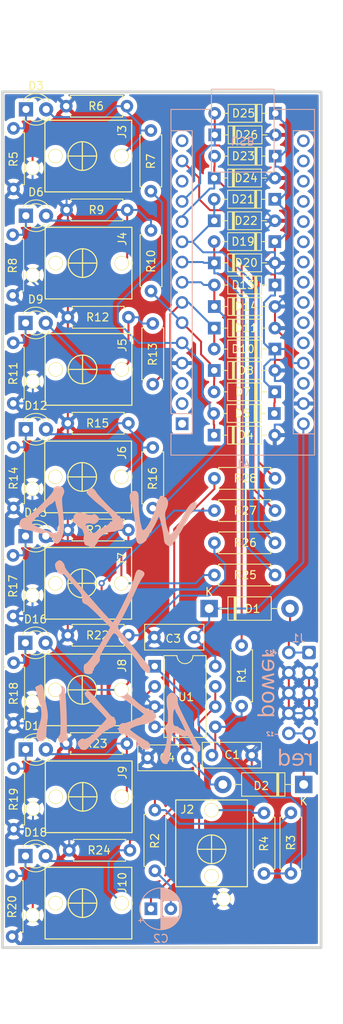
<source format=kicad_pcb>
(kicad_pcb (version 20221018) (generator pcbnew)
  (layers (0 "F.Cu" signal) (31 "B.Cu" signal) (34 "B.Paste" user) (35 "F.Paste" user) (36 "B.SilkS" user "B.Silkscreen") (37 "F.SilkS" user "F.Silkscreen") (38 "B.Mask" user) (39 "F.Mask" user) (44 "Edge.Cuts" user))
  (net 0 "")
  (net 4 "GND")
  (net 5 "D2")
  (net 6 "D3")
  (net 7 "D4")
  (net 8 "D5")
  (net 9 "D6")
  (net 10 "D7")
  (net 11 "D8")
  (net 12 "D9")
  (net 14 "AUDIO_OUT")
  (net 27 "+5V")
  (net 29 "+12V")
  (net 30 "Net-(U1B-+)")
  (net 31 "Net-(U1B--)")
  (net 32 "Net-(C2-Pad2)")
  (net 33 "-12V")
  (net 34 "Net-(D1-A)")
  (net 35 "Net-(D2-K)")
  (net 36 "Net-(D3-K)")
  (net 37 "Net-(D3-A)")
  (net 38 "Net-(D6-K)")
  (net 39 "Net-(D6-A)")
  (net 40 "Net-(D9-K)")
  (net 41 "Net-(D9-A)")
  (net 42 "Net-(D12-K)")
  (net 43 "Net-(D12-A)")
  (net 44 "Net-(D15-K)")
  (net 45 "Net-(D15-A)")
  (net 46 "Net-(D16-K)")
  (net 47 "Net-(D16-A)")
  (net 48 "Net-(D17-K)")
  (net 49 "Net-(D17-A)")
  (net 50 "Net-(D18-K)")
  (net 51 "Net-(D18-A)")
  (net 53 "Net-(J2-Pad3)")
  (net 62 "Net-(U1A--)")
  (net 63 "Net-(R3-Pad2)")
  (footprint "LED_THT:LED_D3.0mm" (layer "F.Cu") (at 103.165 33.74)
    (fp_text reference "D3")
    (fp_text value "LED")
  )
  (footprint "Eurocad:PJ301M-12" (layer "F.Cu") (at 110.28 53.06 -90)
    (fp_text reference "J4")
    (fp_text value "PJ301M-12")
  )
  (footprint "Resistor_THT:R_Axial_DIN0207_L6.3mm_D2.5mm_P7.62mm_Horizontal" (layer "F.Cu") (at 133.08 129.77 90)
    (fp_text reference "R4")
    (fp_text value "1K")
  )
  (footprint "Diode_THT:D_DO-35_SOD27_P7.62mm_Horizontal" (layer "F.Cu") (at 134.49 39.62 180)
    (fp_text reference "D23")
    (fp_text value "1N5711")
  )
  (footprint "Diode_THT:D_DO-35_SOD27_P7.62mm_Horizontal" (layer "F.Cu") (at 126.84 58.52)
    (fp_text reference "D14")
    (fp_text value "1N5711")
  )
  (footprint "Diode_THT:D_DO-35_SOD27_P7.62mm_Horizontal" (layer "F.Cu") (at 134.38 71.96 180)
    (fp_text reference "D5")
    (fp_text value "1N5711")
  )
  (footprint "Diode_THT:D_DO-35_SOD27_P7.62mm_Horizontal" (layer "F.Cu") (at 126.81 74.68)
    (fp_text reference "D4")
    (fp_text value "1N5711")
  )
  (footprint "Resistor_THT:R_Axial_DIN0207_L6.3mm_D2.5mm_P7.62mm_Horizontal" (layer "F.Cu") (at 108.27 46.38)
    (fp_text reference "R9")
    (fp_text value "100K")
  )
  (footprint "Resistor_THT:R_Axial_DIN0207_L6.3mm_D2.5mm_P7.62mm_Horizontal" (layer "F.Cu") (at 108.61 126.85)
    (fp_text reference "R24")
    (fp_text value "100K")
  )
  (footprint "Diode_THT:D_DO-35_SOD27_P7.62mm_Horizontal" (layer "F.Cu") (at 126.89 36.95)
    (fp_text reference "D26")
    (fp_text value "1N5711")
  )
  (footprint "Resistor_THT:R_Axial_DIN0207_L6.3mm_D2.5mm_P7.62mm_Horizontal" (layer "F.Cu") (at 134.47 84.16 180)
    (fp_text reference "R27")
    (fp_text value "1K")
  )
  (footprint "Diode_THT:D_DO-35_SOD27_P7.62mm_Horizontal" (layer "F.Cu") (at 126.83 66.55)
    (fp_text reference "D8")
    (fp_text value "1N5711")
  )
  (footprint "Resistor_THT:R_Axial_DIN0207_L6.3mm_D2.5mm_P7.62mm_Horizontal" (layer "F.Cu") (at 119.1 68.27 90)
    (fp_text reference "R13")
    (fp_text value "1K")
  )
  (footprint "Eurocad:PJ301M-12" (layer "F.Cu") (at 110.24 106.69 -90)
    (fp_text reference "J8")
    (fp_text value "PJ301M-12")
  )
  (footprint "Diode_THT:D_DO-35_SOD27_P7.62mm_Horizontal" (layer "F.Cu") (at 134.44 50.36 180)
    (fp_text reference "D19")
    (fp_text value "1N5711")
  )
  (footprint "LED_THT:LED_D3.0mm" (layer "F.Cu") (at 103.135 114.18)
    (fp_text reference "D17")
    (fp_text value "LED")
  )
  (footprint "Diode_THT:D_DO-35_SOD27_P7.62mm_Horizontal" (layer "F.Cu") (at 126.83 61.23)
    (fp_text reference "D11")
    (fp_text value "1N5711")
  )
  (footprint "Resistor_THT:R_Axial_DIN0207_L6.3mm_D2.5mm_P7.62mm_Horizontal" (layer "F.Cu") (at 101.55 97.41 90)
    (fp_text reference "R17")
    (fp_text value "2K2")
  )
  (footprint "Diode_THT:D_DO-35_SOD27_P7.62mm_Horizontal" (layer "F.Cu") (at 126.83 47.74)
    (fp_text reference "D22")
    (fp_text value "1N5711")
  )
  (footprint "Resistor_THT:R_Axial_DIN0207_L6.3mm_D2.5mm_P7.62mm_Horizontal" (layer "F.Cu") (at 108.42 99.83)
    (fp_text reference "R22")
    (fp_text value "100K")
  )
  (footprint "Resistor_THT:R_Axial_DIN0207_L6.3mm_D2.5mm_P7.62mm_Horizontal" (layer "F.Cu") (at 134.47 92.26 180)
    (fp_text reference "R25")
    (fp_text value "1K")
  )
  (footprint "Resistor_THT:R_Axial_DIN0207_L6.3mm_D2.5mm_P7.62mm_Horizontal" (layer "F.Cu") (at 101.61 83.84 90)
    (fp_text reference "R14")
    (fp_text value "2K2")
  )
  (footprint "LED_THT:LED_D3.0mm" (layer "F.Cu") (at 103.09 100.78)
    (fp_text reference "D16")
    (fp_text value "LED")
  )
  (footprint "Capacitor_THT:C_Rect_L7.2mm_W3.0mm_P5.00mm_FKS2_FKP2_MKS2_MKP2" (layer "F.Cu") (at 124.3 100.07 180)
    (fp_text reference "C3")
    (fp_text value "100n")
  )
  (footprint "Resistor_THT:R_Axial_DIN0207_L6.3mm_D2.5mm_P7.62mm_Horizontal" (layer "F.Cu") (at 101.57 70.69 90)
    (fp_text reference "R11")
    (fp_text value "2K2")
  )
  (footprint "Eurocad:PJ301M-12" (layer "F.Cu") (at 110.3 120.13 -90)
    (fp_text reference "J9")
    (fp_text value "PJ301M-12")
  )
  (footprint "Resistor_THT:R_Axial_DIN0207_L6.3mm_D2.5mm_P7.62mm_Horizontal" (layer "F.Cu") (at 108.42 86.6)
    (fp_text reference "R21")
    (fp_text value "100K")
  )
  (footprint "Package_DIP:DIP-8_W7.62mm" (layer "F.Cu") (at 119.34 103.72)
    (fp_text reference "U1")
    (fp_text value "TL072")
  )
  (footprint "Eurocad:PJ301M-12" (layer "F.Cu") (at 110.27 133.49 -90)
    (fp_text reference "J10")
    (fp_text value "PJ301M-12")
  )
  (footprint "LED_THT:LED_D3.0mm" (layer "F.Cu") (at 103.155 47.11)
    (fp_text reference "D6")
    (fp_text value "LED")
  )
  (footprint "Resistor_THT:R_Axial_DIN0207_L6.3mm_D2.5mm_P7.62mm_Horizontal" (layer "F.Cu") (at 118.88 56.57 90)
    (fp_text reference "R10")
    (fp_text value "1K")
  )
  (footprint "Eurocad:PJ301M-12" (layer "F.Cu") (at 110.24 93.3 -90)
    (fp_text reference "J7")
    (fp_text value "PJ301M-12")
  )
  (footprint "Eurocad:PJ301M-12" (layer "F.Cu") (at 110.28 66.42 -90)
    (fp_text reference "J5")
    (fp_text value "PJ301M-12")
  )
  (footprint "Resistor_THT:R_Axial_DIN0207_L6.3mm_D2.5mm_P7.62mm_Horizontal" (layer "F.Cu") (at 101.6 43.75 90)
    (fp_text reference "R5")
    (fp_text value "2K2")
  )
  (footprint "LED_THT:LED_D3.0mm" (layer "F.Cu") (at 103.115 60.58)
    (fp_text reference "D9")
    (fp_text value "LED")
  )
  (footprint "Capacitor_THT:C_Rect_L7.2mm_W3.0mm_P5.00mm_FKS2_FKP2_MKS2_MKP2" (layer "F.Cu") (at 118.45 115.23)
    (fp_text reference "C4")
    (fp_text value "100n")
  )
  (footprint "LED_THT:LED_D3.0mm" (layer "F.Cu") (at 103.145 73.94)
    (fp_text reference "D12")
    (fp_text value "LED")
  )
  (footprint "Diode_THT:D_DO-41_SOD81_P10.16mm_Horizontal" (layer "F.Cu") (at 138.07 118.58 180)
    (fp_text reference "D2")
    (fp_text value "1N4001")
  )
  (footprint "Resistor_THT:R_Axial_DIN0207_L6.3mm_D2.5mm_P7.62mm_Horizontal" (layer "F.Cu") (at 119.1 83.86 90)
    (fp_text reference "R16")
    (fp_text value "1K")
  )
  (footprint "Diode_THT:D_DO-35_SOD27_P7.62mm_Horizontal" (layer "F.Cu") (at 126.83 42.37)
    (fp_text reference "D24")
    (fp_text value "1N5711")
  )
  (footprint "Resistor_THT:R_Axial_DIN0207_L6.3mm_D2.5mm_P7.62mm_Horizontal" (layer "F.Cu") (at 108.42 73.19)
    (fp_text reference "R15")
    (fp_text value "100K")
  )
  (footprint "Resistor_THT:R_Axial_DIN0207_L6.3mm_D2.5mm_P7.62mm_Horizontal" (layer "F.Cu") (at 134.47 80.11 180)
    (fp_text reference "R28")
    (fp_text value "1K")
  )
  (footprint "Resistor_THT:R_Axial_DIN0207_L6.3mm_D2.5mm_P7.62mm_Horizontal" (layer "F.Cu") (at 101.62 124.2 90)
    (fp_text reference "R19")
    (fp_text value "2K2")
  )
  (footprint "Resistor_THT:R_Axial_DIN0207_L6.3mm_D2.5mm_P7.62mm_Horizontal" (layer "F.Cu") (at 108.23 33.34)
    (fp_text reference "R6")
    (fp_text value "100K")
  )
  (footprint "Diode_THT:D_DO-35_SOD27_P7.62mm_Horizontal" (layer "F.Cu") (at 126.84 53.03)
    (fp_text reference "D20")
    (fp_text value "1N5711")
  )
  (footprint "Resistor_THT:R_Axial_DIN0207_L6.3mm_D2.5mm_P7.62mm_Horizontal" (layer "F.Cu") (at 119.37 129.42 90)
    (fp_text reference "R2")
    (fp_text value "1K")
  )
  (footprint "Diode_THT:D_DO-35_SOD27_P7.62mm_Horizontal" (layer "F.Cu") (at 134.45 63.86 180)
    (fp_text reference "D10")
    (fp_text value "1N5711")
  )
  (footprint "Diode_THT:D_DO-35_SOD27_P7.62mm_Horizontal" (layer "F.Cu") (at 134.43 69.24 180)
    (fp_text reference "D7")
    (fp_text value "1N5711")
  )
  (footprint "Resistor_THT:R_Axial_DIN0207_L6.3mm_D2.5mm_P7.62mm_Horizontal" (layer "F.Cu") (at 136.46 122.14 -90)
    (fp_text reference "R3")
    (fp_text value "2K")
  )
  (footprint "Eurocad:PJ301M-12" (layer "F.Cu") (at 110.23 79.93 -90)
    (fp_text reference "J6")
    (fp_text value "PJ301M-12")
  )
  (footprint "Resistor_THT:R_Axial_DIN0207_L6.3mm_D2.5mm_P7.62mm_Horizontal" (layer "F.Cu") (at 130.27 101.11 -90)
    (fp_text reference "R1")
    (fp_text value "1K")
  )
  (footprint "Resistor_THT:R_Axial_DIN0207_L6.3mm_D2.5mm_P7.62mm_Horizontal" (layer "F.Cu") (at 118.86 44.02 90)
    (fp_text reference "R7")
    (fp_text value "1K")
  )
  (footprint "Resistor_THT:R_Axial_DIN0207_L6.3mm_D2.5mm_P7.62mm_Horizontal" (layer "F.Cu") (at 101.43 137.69 90)
    (fp_text reference "R20")
    (fp_text value "2K2")
  )
  (footprint "LED_THT:LED_D3.0mm" (layer "F.Cu") (at 103.115 87.37)
    (fp_text reference "D15")
    (fp_text value "LED")
  )
  (footprint "LED_THT:LED_D3.0mm" (layer "F.Cu") (at 103.105 127.57)
    (fp_text reference "D18")
    (fp_text value "LED")
  )
  (footprint "Resistor_THT:R_Axial_DIN0207_L6.3mm_D2.5mm_P7.62mm_Horizontal" (layer "F.Cu") (at 134.47 88.21 180)
    (fp_text reference "R26")
    (fp_text value "1K")
  )
  (footprint "Resistor_THT:R_Axial_DIN0207_L6.3mm_D2.5mm_P7.62mm_Horizontal" (layer "F.Cu") (at 108.43 59.87)
    (fp_text reference "R12")
    (fp_text value "100K")
  )
  (footprint "Diode_THT:D_DO-35_SOD27_P7.62mm_Horizontal" (layer "F.Cu") (at 134.51 34.24 180)
    (fp_text reference "D25")
    (fp_text value "1N5711")
  )
  (footprint "Resistor_THT:R_Axial_DIN0207_L6.3mm_D2.5mm_P7.62mm_Horizontal" (layer "F.Cu") (at 101.5 57.12 90)
    (fp_text reference "R8")
    (fp_text value "2K2")
  )
  (footprint "Diode_THT:D_DO-35_SOD27_P7.62mm_Horizontal" (layer "F.Cu") (at 134.44 45.04 180)
    (fp_text reference "D21")
    (fp_text value "1N5711")
  )
  (footprint "Eurocad:PJ301M-12" (layer "F.Cu") (at 110.25 39.61 -90)
    (fp_text reference "J3")
    (fp_text value "PJ301M-12")
  )
  (footprint "Resistor_THT:R_Axial_DIN0207_L6.3mm_D2.5mm_P7.62mm_Horizontal" (layer "F.Cu") (at 101.62 110.9 90)
    (fp_text reference "R18")
    (fp_text value "2K2")
  )
  (footprint "Capacitor_THT:C_Rect_L7.2mm_W3.0mm_P5.00mm_FKS2_FKP2_MKS2_MKP2" (layer "F.Cu") (at 126.54 114.9)
    (fp_text reference "C1")
    (fp_text value "100n")
  )
  (footprint "Diode_THT:D_DO-35_SOD27_P7.62mm_Horizontal" (layer "F.Cu") (at 134.46 55.81 180)
    (fp_text reference "D13")
    (fp_text value "1N5711")
  )
  (footprint "Diode_THT:D_DO-41_SOD81_P10.16mm_Horizontal" (layer "F.Cu") (at 126.19 96.47)
    (fp_text reference "D1")
    (fp_text value "1N4001")
  )
  (footprint "Resistor_THT:R_Axial_DIN0207_L6.3mm_D2.5mm_P7.62mm_Horizontal" (layer "F.Cu") (at 108.22 113.44)
    (fp_text reference "R23")
    (fp_text value "100K")
  )
  (footprint "Eurocad:PJ301M-12" (layer "F.Cu") (at 126.49 126.7225)
    (fp_text reference "J2")
    (fp_text value "PJ301M-12")
  )
  (footprint "Module:Arduino_Nano" (layer "B.Cu") (at 122.79 73.25)
    (fp_text reference "A1")
    (fp_text value "Arduino_Nano_v3.x")
  )
  (footprint "Eurocad:Eurorack_Power_Header" (layer "B.Cu") (at 138.74 102 180)
    (fp_text reference "J1")
    (fp_text value "EURO_PWR_2x5")
  )
  (footprint "Capacitor_THT:CP_Radial_D5.0mm_P2.50mm" (layer "B.Cu") (at 118.87 134.2)
    (fp_text reference "C2")
    (fp_text value "22u")
  )
  (gr_poly (pts (xy 107.677098 106.202392) (xy 107.645305 106.20856) (xy 107.614109 106.219371) (xy 107.583648 106.234695) (xy 107.554058 106.254403) (xy 107.525478 106.278365) (xy 107.498045 106.30645) (xy 107.471897 106.338529) (xy 107.447172 106.374472) (xy 107.424006 106.41415) (xy 107.402538 106.457432) (xy 107.382906 106.504188) (xy 107.365246 106.55429) (xy 107.349696 106.607606) (xy 107.336395 106.664007) (xy 107.325478 106.723364) (xy 107.317085 106.785546) (xy 107.311353 106.850423) (xy 107.308419 106.917867) (xy 107.308421 106.987746) (xy 107.311497 107.059931) (xy 107.317784 107.134292) (xy 107.39259 108.050929) (xy 107.449909 108.960744) (xy 107.48912 109.830128) (xy 107.509605 110.625469) (xy 107.510741 111.313158) (xy 107.50386 111.60613) (xy 107.49191 111.859584) (xy 107.474812 112.069321) (xy 107.45249 112.231138) (xy 107.424866 112.340834) (xy 107.409041 112.374823) (xy 107.391862 112.394207) (xy 107.373507 112.406906) (xy 107.356149 112.421136) (xy 107.33979 112.436816) (xy 107.324436 112.453863) (xy 107.310089 112.472198) (xy 107.296753 112.491737) (xy 107.284433 112.512401) (xy 107.273132 112.534107) (xy 107.262854 112.556774) (xy 107.253604 112.580321) (xy 107.2382 112.629729) (xy 107.22695 112.68168) (xy 107.219886 112.735522) (xy 107.217039 112.790604) (xy 107.21844 112.846275) (xy 107.224119 112.901884) (xy 107.234108 112.95678) (xy 107.248438 113.010312) (xy 107.26714 113.061828) (xy 107.27814 113.086627) (xy 107.290245 113.110678) (xy 107.303458 113.133899) (xy 107.317784 113.15621) (xy 107.334007 113.177526) (xy 107.350835 113.197757) (xy 107.368128 113.21681) (xy 107.385747 113.234592) (xy 107.403552 113.25101) (xy 107.421403 113.26597) (xy 107.439161 113.27938) (xy 107.456687 113.291147) (xy 107.473841 113.301177) (xy 107.482234 113.305512) (xy 107.490483 113.309378) (xy 107.498568 113.312764) (xy 107.506474 113.315657) (xy 107.514182 113.318046) (xy 107.521674 113.31992) (xy 107.528935 113.321267) (xy 107.535945 113.322075) (xy 107.542688 113.322333) (xy 107.549145 113.322029) (xy 107.555301 113.321151) (xy 107.561137 113.319688) (xy 107.566636 113.317628) (xy 107.57178 113.314959) (xy 107.576709 113.311175) (xy 107.58157 113.307756) (xy 107.586357 113.304692) (xy 107.591065 113.301978) (xy 107.595688 113.299605) (xy 107.60022 113.297565) (xy 107.604655 113.29585) (xy 107.608987 113.294454) (xy 107.61321 113.293367) (xy 107.61732 113.292583) (xy 107.621309 113.292094) (xy 107.625172 113.291891) (xy 107.628904 113.291967) (xy 107.632497 113.292315) (xy 107.635948 113.292926) (xy 107.639249 113.293793) (xy 107.642395 113.294908) (xy 107.645381 113.296263) (xy 107.648199 113.297851) (xy 107.650846 113.299664) (xy 107.653314 113.301693) (xy 107.655597 113.303932) (xy 107.657691 113.306373) (xy 107.65959 113.309007) (xy 107.661286 113.311828) (xy 107.662776 113.314827) (xy 107.664052 113.317996) (xy 107.665109 113.321328) (xy 107.665941 113.324815) (xy 107.666543 113.32845) (xy 107.666908 113.332224) (xy 107.667031 113.336129) (xy 107.667308 113.341058) (xy 107.668129 113.345922) (xy 107.669482 113.350715) (xy 107.671351 113.355435) (xy 107.673725 113.360077) (xy 107.676589 113.364638) (xy 107.683733 113.3735) (xy 107.692675 113.38199) (xy 107.703307 113.390077) (xy 107.715521 113.39773) (xy 107.729207 113.404918) (xy 107.744258 113.41161) (xy 107.760564 113.417775) (xy 107.778018 113.423382) (xy 107.796511 113.4284) (xy 107.815933 113.432798) (xy 107.836178 113.436545) (xy 107.857136 113.439609) (xy 107.878698 113.441961) (xy 107.890696 113.442582) (xy 107.902868 113.442462) (xy 107.915202 113.441606) (xy 107.927688 113.440017) (xy 107.940313 113.4377) (xy 107.953067 113.434658) (xy 107.97891 113.426416) (xy 108.005126 113.415321) (xy 108.03162 113.401404) (xy 108.058301 113.384697) (xy 108.085074 113.365231) (xy 108.111847 113.343036) (xy 108.138527 113.318143) (xy 108.165021 113.290584) (xy 108.191236 113.260389) (xy 108.217079 113.22759) (xy 108.242456 113.192216) (xy 108.267276 113.1543) (xy 108.291444 113.113873) (xy 108.323331 113.062075) (xy 108.351575 113.013517) (xy 108.376253 112.967719) (xy 108.397444 112.9242) (xy 108.415223 112.882479) (xy 108.42967 112.842077) (xy 108.44086 112.802511) (xy 108.448873 112.763302) (xy 108.453785 112.723969) (xy 108.455674 112.684031) (xy 108.454618 112.643008) (xy 108.450693 112.600419) (xy 108.443978 112.555783) (xy 108.43455 112.50862) (xy 108.422487 112.45845) (xy 108.407865 112.404791) (xy 108.396214 112.365298) (xy 108.385106 112.322502) (xy 108.364703 112.228679) (xy 108.34703 112.12667) (xy 108.332457 112.019823) (xy 108.321357 111.911489) (xy 108.314102 111.805014) (xy 108.311063 111.703749) (xy 108.311241 111.656116) (xy 108.312612 111.611041) (xy 108.311621 110.917337) (xy 108.294754 110.133343) (xy 108.264988 109.311647) (xy 108.225301 108.504833) (xy 108.178667 107.765488) (xy 108.128065 107.146199) (xy 108.076471 106.69955) (xy 108.051232 106.5574) (xy 108.026861 106.478129) (xy 107.997584 106.424653) (xy 107.96739 106.377248) (xy 107.936417 106.335784) (xy 107.904803 106.300133) (xy 107.872684 106.270163) (xy 107.8402 106.245745) (xy 107.807486 106.226749) (xy 107.774682 106.213046) (xy 107.741924 106.204505) (xy 107.70935 106.200997)) (fill solid) (layer "B.SilkS"))
  (gr_poly (pts (xy 105.050908 105.988545) (xy 105.046489 105.98961) (xy 105.042367 105.991285) (xy 104.985149 106.018078) (xy 104.886261 106.062727) (xy 104.619033 106.181791) (xy 104.576992 106.199656) (xy 104.53819 106.217552) (xy 104.502644 106.23551) (xy 104.486097 106.244522) (xy 104.470369 106.253561) (xy 104.455463 106.262632) (xy 104.441381 106.271736) (xy 104.428124 106.28088) (xy 104.415695 106.290066) (xy 104.404095 106.299299) (xy 104.393326 106.308582) (xy 104.383391 106.31792) (xy 104.374291 106.327315) (xy 104.366028 106.336773) (xy 104.358604 106.346296) (xy 104.352022 106.355889) (xy 104.346282 106.365556) (xy 104.341387 106.375301) (xy 104.337339 106.385126) (xy 104.33414 106.395037) (xy 104.331791 106.405037) (xy 104.330296 106.41513) (xy 104.329654 106.42532) (xy 104.32987 106.435611) (xy 104.330944 106.446006) (xy 104.332878 106.45651) (xy 104.335674 106.467126) (xy 104.339335 106.477859) (xy 104.343862 106.488711) (xy 104.356202 106.523187) (xy 104.369163 106.562129) (xy 104.382372 106.604048) (xy 104.395457 106.647456) (xy 104.419766 106.732785) (xy 104.439115 106.80621) (xy 104.479135 106.953877) (xy 104.560825 107.241445) (xy 104.674264 107.626251) (xy 104.809532 108.065631) (xy 104.881945 108.308662) (xy 104.944344 108.538965) (xy 104.996635 108.758447) (xy 105.038725 108.969015) (xy 105.070521 109.172576) (xy 105.091931 109.371037) (xy 105.10286 109.566304) (xy 105.103217 109.760284) (xy 105.092907 109.954884) (xy 105.071839 110.152012) (xy 105.039918 110.353573) (xy 104.997053 110.561475) (xy 104.943149 110.777624) (xy 104.878114 111.003928) (xy 104.801855 111.242293) (xy 104.714279 111.494625) (xy 104.65141 111.677916) (xy 104.597781 111.847223) (xy 104.574451 111.926836) (xy 104.553453 112.003198) (xy 104.534797 112.076389) (xy 104.518489 112.146491) (xy 104.504538 112.213586) (xy 104.492951 112.277754) (xy 104.483736 112.339078) (xy 104.476901 112.397638) (xy 104.472453 112.453516) (xy 104.4704 112.506794) (xy 104.47075 112.557553) (xy 104.473511 112.605873) (xy 104.47869 112.651837) (xy 104.486295 112.695526) (xy 104.496334 112.737022) (xy 104.508815 112.776405) (xy 104.523746 112.813758) (xy 104.541133 112.84916) (xy 104.560986 112.882695) (xy 104.583311 112.914443) (xy 104.608117 112.944486) (xy 104.635411 112.972905) (xy 104.665201 112.999781) (xy 104.697494 113.025196) (xy 104.7323 113.049231) (xy 104.769624 113.071968) (xy 104.809475 113.093489) (xy 104.851861 113.113873) (xy 104.890252 113.130353) (xy 104.926317 113.144012) (xy 104.960459 113.154756) (xy 104.993083 113.162492) (xy 105.008951 113.165203) (xy 105.02459 113.167128) (xy 105.040052 113.168254) (xy 105.055385 113.16857) (xy 105.07064 113.168064) (xy 105.085869 113.166725) (xy 105.101121 113.164541) (xy 105.116446 113.1615) (xy 105.131896 113.157591) (xy 105.14752 113.152803) (xy 105.163369 113.147123) (xy 105.179492 113.14054) (xy 105.212767 113.124618) (xy 105.247748 113.104945) (xy 105.284836 113.081427) (xy 105.324436 113.053971) (xy 105.366951 113.022484) (xy 105.412783 112.986874) (xy 105.463441 112.946745) (xy 105.508487 112.908926) (xy 105.548262 112.872254) (xy 105.583107 112.835567) (xy 105.613363 112.797701) (xy 105.639372 112.757494) (xy 105.661474 112.713784) (xy 105.68001 112.665407) (xy 105.695322 112.611201) (xy 105.707751 112.550004) (xy 105.717636 112.480651) (xy 105.725321 112.401982) (xy 105.731145 112.312832) (xy 105.735449 112.21204) (xy 105.740864 111.970877) (xy 105.747188 111.803156) (xy 105.75773 111.621296) (xy 105.771745 111.431002) (xy 105.788488 111.23798) (xy 105.807216 111.047934) (xy 105.827185 110.86657) (xy 105.847649 110.699592) (xy 105.867864 110.552707) (xy 105.880768 110.469961) (xy 105.891719 110.388315) (xy 105.900747 110.307631) (xy 105.907883 110.227768) (xy 105.91316 110.148587) (xy 105.916606 110.069949) (xy 105.918254 109.991713) (xy 105.918135 109.913741) (xy 105.91628 109.835893) (xy 105.912719 109.75803) (xy 105.900605 109.601699) (xy 105.882042 109.443631) (xy 105.857278 109.282711) (xy 105.810316 109.025567) (xy 105.767323 108.781322) (xy 105.709115 108.446627) (xy 105.706404 108.423598) (xy 105.702314 108.39832) (xy 105.690428 108.341951) (xy 105.674325 108.27938) (xy 105.654875 108.212468) (xy 105.632943 108.143076) (xy 105.6094 108.073064) (xy 105.585111 108.004292) (xy 105.560946 107.938623) (xy 105.549172 107.90608) (xy 105.537692 107.868281) (xy 105.515803 107.778716) (xy 105.495649 107.673525) (xy 105.477604 107.556302) (xy 105.462039 107.430646) (xy 105.449326 107.300152) (xy 105.439837 107.168417) (xy 105.433944 107.039038) (xy 105.431229 106.976975) (xy 105.427103 106.914106) (xy 105.421644 106.850865) (xy 105.414929 106.787686) (xy 105.407035 106.725003) (xy 105.398041 106.66325) (xy 105.388024 106.602861) (xy 105.377061 106.544271) (xy 105.36523 106.487912) (xy 105.352608 106.434221) (xy 105.339273 106.383629) (xy 105.325302 106.336572) (xy 105.310774 106.293484) (xy 105.295764 106.254799) (xy 105.280352 106.22095) (xy 105.264614 106.192372) (xy 105.248631 106.167209) (xy 105.232492 106.143364) (xy 105.216292 106.120914) (xy 105.200122 106.099937) (xy 105.184077 106.080509) (xy 105.168248 106.06271) (xy 105.15273 106.046615) (xy 105.137614 106.032303) (xy 105.122995 106.019851) (xy 105.115901 106.014347) (xy 105.108965 106.009337) (xy 105.1022 106.00483) (xy 105.095617 106.000838) (xy 105.089228 105.997368) (xy 105.083045 105.994431) (xy 105.077078 105.992037) (xy 105.07134 105.990196) (xy 105.065843 105.988916) (xy 105.060597 105.988208) (xy 105.055615 105.988081)) (fill solid) (layer "B.SilkS"))
  (gr_poly (pts (xy 121.457536 107.036818) (xy 121.422718 107.041686) (xy 121.388085 107.049715) (xy 121.353647 107.060904) (xy 121.31941 107.075247) (xy 121.285382 107.092742) (xy 121.251572 107.113383) (xy 121.217986 107.137168) (xy 121.184633 107.164092) (xy 121.15152 107.194152) (xy 121.118655 107.227343) (xy 121.086046 107.263662) (xy 121.0537 107.303105) (xy 121.021626 107.345668) (xy 120.989831 107.391347) (xy 120.958323 107.440138) (xy 120.927109 107.492038) (xy 120.896198 107.547042) (xy 120.880051 107.591037) (xy 120.867237 107.657403) (xy 120.857617 107.742961) (xy 120.851052 107.844533) (xy 120.847401 107.958942) (xy 120.846524 108.08301) (xy 120.852539 108.347407) (xy 120.86798 108.6123) (xy 120.89173 108.852264) (xy 120.906373 108.954953) (xy 120.922674 109.041875) (xy 120.940495 109.109852) (xy 120.959695 109.155706) (xy 120.965522 109.167783) (xy 120.971084 109.187829) (xy 120.981357 109.249965) (xy 120.99039 109.338394) (xy 120.998059 109.449395) (xy 121.00424 109.579247) (xy 121.008808 109.724231) (xy 121.01164 109.880625) (xy 121.012612 110.044708) (xy 121.012206 110.169262) (xy 121.010855 110.281615) (xy 121.008357 110.382713) (xy 121.004509 110.473501) (xy 120.999112 110.554925) (xy 120.991962 110.627931) (xy 120.987668 110.661573) (xy 120.98286 110.693465) (xy 120.977513 110.723725) (xy 120.971602 110.752472) (xy 120.965102 110.779823) (xy 120.957988 110.805897) (xy 120.950234 110.830813) (xy 120.941815 110.854687) (xy 120.932707 110.87764) (xy 120.922884 110.899788) (xy 120.91232 110.92125) (xy 120.900991 110.942144) (xy 120.888871 110.962589) (xy 120.875935 110.982702) (xy 120.862159 111.002602) (xy 120.847516 111.022407) (xy 120.81553 111.062205) (xy 120.779777 111.103042) (xy 120.740568 111.146442) (xy 120.706212 111.185827) (xy 120.676599 111.221895) (xy 120.651622 111.255342) (xy 120.640837 111.271302) (xy 120.631171 111.286867) (xy 120.622609 111.302127) (xy 120.615139 111.317168) (xy 120.608745 111.332077) (xy 120.603416 111.346942) (xy 120.599137 111.361849) (xy 120.595895 111.376886) (xy 120.593676 111.39214) (xy 120.592466 111.407698) (xy 120.592253 111.423648) (xy 120.593022 111.440076) (xy 120.59476 111.45707) (xy 120.597453 111.474717) (xy 120.601088 111.493105) (xy 120.605651 111.51232) (xy 120.617508 111.553581) (xy 120.632914 111.599198) (xy 120.651763 111.64987) (xy 120.673944 111.706292) (xy 120.711647 111.801705) (xy 120.745381 111.897598) (xy 120.775147 111.994205) (xy 120.800944 112.091757) (xy 120.822772 112.190487) (xy 120.840632 112.290628) (xy 120.854523 112.392413) (xy 120.864445 112.496074) (xy 120.870398 112.601842) (xy 120.872383 112.709952) (xy 120.870398 112.820636) (xy 120.864445 112.934125) (xy 120.854524 113.050653) (xy 120.840633 113.170452) (xy 120.822773 113.293755) (xy 120.800945 113.420794) (xy 120.776141 113.540928) (xy 120.745879 113.666008) (xy 120.710905 113.794281) (xy 120.671962 113.923996) (xy 120.629794 114.053402) (xy 120.585145 114.180745) (xy 120.53876 114.304275) (xy 120.491383 114.42224) (xy 120.443758 114.532887) (xy 120.396629 114.634465) (xy 120.35074 114.725222) (xy 120.306836 114.803406) (xy 120.26566 114.867266) (xy 120.246328 114.893276) (xy 120.227957 114.915048) (xy 120.21064 114.932364) (xy 120.19447 114.945003) (xy 120.179541 114.952747) (xy 120.165945 114.955377) (xy 120.155555 114.957024) (xy 120.1462 114.96186) (xy 120.13786 114.969722) (xy 120.130517 114.98045) (xy 120.12415 114.993884) (xy 120.11874 115.009862) (xy 120.110714 115.048807) (xy 120.106286 115.096) (xy 120.105299 115.150154) (xy 120.107598 115.209982) (xy 120.113029 115.274198) (xy 120.121437 115.341514) (xy 120.132666 115.410643) (xy 120.146561 115.4803) (xy 120.162968 115.549197) (xy 120.181732 115.616048) (xy 120.202697 115.679566) (xy 120.225708 115.738464) (xy 120.250611 115.791455) (xy 120.265802 115.815637) (xy 120.283467 115.838563) (xy 120.30341 115.860218) (xy 120.325439 115.880587) (xy 120.349359 115.899653) (xy 120.374976 115.917401) (xy 120.402098 115.933816) (xy 120.430529 115.948883) (xy 120.460076 115.962585) (xy 120.490546 115.974907) (xy 120.521745 115.985834) (xy 120.553478 115.99535) (xy 120.585553 116.00344) (xy 120.617774 116.010089) (xy 120.64995 116.01528) (xy 120.681884 116.018998) (xy 120.713385 116.021228) (xy 120.744258 116.021954) (xy 120.774309 116.021161) (xy 120.803345 116.018833) (xy 120.831172 116.014955) (xy 120.857595 116.009511) (xy 120.882422 116.002486) (xy 120.905458 115.993864) (xy 120.92651 115.983629) (xy 120.945383 115.971767) (xy 120.961885 115.958262) (xy 120.975821 115.943097) (xy 120.986997 115.926259) (xy 120.99522 115.90773) (xy 121.000296 115.887497) (xy 121.002031 115.865542) (xy 121.002185 115.857607) (xy 121.002641 115.849683) (xy 121.003392 115.841782) (xy 121.004429 115.833916) (xy 121.005745 115.826097) (xy 121.007333 115.818335) (xy 121.009184 115.810644) (xy 121.011292 115.803034) (xy 121.013647 115.795517) (xy 121.016242 115.788105) (xy 121.01907 115.780809) (xy 121.022123 115.77364) (xy 121.025393 115.766612) (xy 121.028872 115.759734) (xy 121.032552 115.75302) (xy 121.036427 115.746479) (xy 121.040487 115.740125) (xy 121.044726 115.733969) (xy 121.049135 115.728021) (xy 121.053707 115.722295) (xy 121.058434 115.716801) (xy 121.063308 115.711552) (xy 121.068322 115.706558) (xy 121.073468 115.701831) (xy 121.078737 115.697384) (xy 121.084123 115.693227) (xy 121.089617 115.689373) (xy 121.095212 115.685832) (xy 121.1009 115.682618) (xy 121.106674 115.67974) (xy 121.112524 115.677211) (xy 121.118445 115.675042) (xy 121.124397 115.672167) (xy 121.130342 115.667541) (xy 121.142176 115.653235) (xy 121.153886 115.63251) (xy 121.165411 115.605755) (xy 121.176687 115.573356) (xy 121.187652 115.535702) (xy 121.198246 115.49318) (xy 121.208406 115.446178) (xy 121.227175 115.340283) (xy 121.243463 115.221117) (xy 121.256775 115.091782) (xy 121.266614 114.955377) (xy 121.295966 114.453558) (xy 121.334743 113.953103) (xy 121.380466 113.473236) (xy 121.430653 113.03318) (xy 121.482825 112.652159) (xy 121.50888 112.489794) (xy 121.534501 112.349397) (xy 121.559378 112.23337) (xy 121.583201 112.144116) (xy 121.60566 112.084039) (xy 121.61628 112.065693) (xy 121.626444 112.055542) (xy 121.631273 112.053027) (xy 121.63779 112.05142) (xy 121.655693 112.050849) (xy 121.679767 112.053658) (xy 121.709624 112.059676) (xy 121.744875 112.068732) (xy 121.785134 112.080656) (xy 121.879124 112.112427) (xy 121.988492 112.153624) (xy 122.110139 112.202881) (xy 122.240963 112.258836) (xy 122.377864 112.320123) (xy 122.474941 112.367149) (xy 122.564126 112.40909) (xy 122.645963 112.44607) (xy 122.720995 112.478213) (xy 122.789763 112.505643) (xy 122.85281 112.528484) (xy 122.91068 112.54686) (xy 122.937843 112.554413) (xy 122.963915 112.560896) (xy 122.988963 112.566325) (xy 123.013056 112.570715) (xy 123.036262 112.574081) (xy 123.058648 112.57644) (xy 123.080282 112.577807) (xy 123.101232 112.578197) (xy 123.121565 112.577626) (xy 123.141351 112.57611) (xy 123.160655 112.573663) (xy 123.179547 112.570301) (xy 123.198094 112.56604) (xy 123.216364 112.560895) (xy 123.234424 112.554882) (xy 123.252343 112.548017) (xy 123.270189 112.540314) (xy 123.288028 112.53179) (xy 123.327683 112.515505) (xy 123.363663 112.502708) (xy 123.396512 112.493911) (xy 123.411931 112.491172) (xy 123.426771 112.489625) (xy 123.441099 112.489333) (xy 123.454984 112.490361) (xy 123.468492 112.492773) (xy 123.481693 112.496633) (xy 123.494653 112.502004) (xy 123.50744 112.50895) (xy 123.520123 112.517536) (xy 123.53277 112.527825) (xy 123.545447 112.539882) (xy 123.558223 112.55377) (xy 123.584342 112.587295) (xy 123.611671 112.628912) (xy 123.640752 112.679134) (xy 123.672127 112.738471) (xy 123.70634 112.807436) (xy 123.785446 112.976294) (xy 123.841774 113.095749) (xy 123.898722 113.221529) (xy 123.954926 113.350038) (xy 124.00902 113.477678) (xy 124.059642 113.600853) (xy 124.105428 113.715966) (xy 124.145012 113.819422) (xy 124.177031 113.907623) (xy 124.193243 113.951463) (xy 124.210116 113.993675) (xy 124.227629 114.034243) (xy 124.24576 114.073153) (xy 124.264487 114.110389) (xy 124.283791 114.145935) (xy 124.303648 114.179775) (xy 124.324039 114.211895) (xy 124.344941 114.242278) (xy 124.366333 114.27091) (xy 124.388195 114.297774) (xy 124.410504 114.322855) (xy 124.433239 114.346138) (xy 124.456379 114.367608) (xy 124.479903 114.387247) (xy 124.50379 114.405042) (xy 124.528017 114.420977) (xy 124.552565 114.435036) (xy 124.57741 114.447203) (xy 124.602533 114.457464) (xy 124.627912 114.465802) (xy 124.653525 114.472202) (xy 124.679352 114.476649) (xy 124.70537 114.479127) (xy 124.731559 114.479621) (xy 124.757897 114.478114) (xy 124.784362 114.474593) (xy 124.810935 114.46904) (xy 124.837593 114.461441) (xy 124.864314 114.451781) (xy 124.891079 114.440042) (xy 124.917864 114.426211) (xy 124.94279 114.41169) (xy 124.965964 114.395866) (xy 124.987371 114.378679) (xy 125.006995 114.360064) (xy 125.02482 114.339962) (xy 125.040832 114.318309) (xy 125.055014 114.295045) (xy 125.067352 114.270105) (xy 125.077829 114.24343) (xy 125.086431 114.214956) (xy 125.093141 114.184622) (xy 125.097945 114.152366) (xy 125.100826 114.118125) (xy 125.10177 114.081838) (xy 125.10076 114.043443) (xy 125.097782 114.002877) (xy 125.095435 113.969662) (xy 125.092407 113.937578) (xy 125.088758 113.906766) (xy 125.084551 113.877364) (xy 125.079849 113.849513) (xy 125.074712 113.823352) (xy 125.069203 113.79902) (xy 125.063384 113.776657) (xy 125.057317 113.756402) (xy 125.051064 113.738395) (xy 125.044687 113.722776) (xy 125.041472 113.715906) (xy 125.038248 113.709684) (xy 125.035025 113.704129) (xy 125.031809 113.699258) (xy 125.028609 113.695089) (xy 125.025432 113.691639) (xy 125.022285 113.688925) (xy 125.019178 113.686965) (xy 125.016117 113.685776) (xy 125.01311 113.685376) (xy 124.985937 113.673916) (xy 124.948516 113.640334) (xy 124.901514 113.585824) (xy 124.845598 113.511577) (xy 124.709689 113.308654) (xy 124.546123 113.041115) (xy 124.360233 112.71851) (xy 124.157352 112.350387) (xy 123.942813 111.946298) (xy 123.901126 111.865042) (xy 123.213944 111.865042) (xy 122.769449 111.642794) (xy 122.67953 111.594859) (xy 122.636013 111.570868) (xy 122.593829 111.547047) (xy 122.553258 111.523537) (xy 122.514578 111.500476) (xy 122.478068 111.478005) (xy 122.444009 111.456262) (xy 122.412677 111.435388) (xy 122.384354 111.415521) (xy 122.359317 111.396801) (xy 122.337846 111.379368) (xy 122.320219 111.363362) (xy 122.312935 111.355937) (xy 122.306717 111.348921) (xy 122.301599 111.342332) (xy 122.297617 111.336186) (xy 122.294805 111.330502) (xy 122.293199 111.325296) (xy 122.290969 111.321358) (xy 122.288259 111.317487) (xy 122.281458 111.309957) (xy 122.272921 111.302737) (xy 122.262771 111.295859) (xy 122.251133 111.289353) (xy 122.238132 111.28325) (xy 122.223889 111.277581) (xy 122.208531 111.272377) (xy 122.192181 111.267669) (xy 122.174962 111.263489) (xy 122.156999 111.259867) (xy 122.138416 111.256833) (xy 122.119337 111.25442) (xy 122.099886 111.252658) (xy 122.080187 111.251578) (xy 122.060364 111.251211) (xy 121.997945 111.248134) (xy 121.941509 111.238499) (xy 121.89084 111.221701) (xy 121.8676 111.210427) (xy 121.845721 111.197136) (xy 121.825175 111.181752) (xy 121.805935 111.1642) (xy 121.787974 111.144404) (xy 121.771265 111.122287) (xy 121.741494 111.070794) (xy 121.716405 111.009115) (xy 121.695781 110.936646) (xy 121.679405 110.852783) (xy 121.667059 110.75692) (xy 121.658528 110.648453) (xy 121.653593 110.526778) (xy 121.652038 110.39129) (xy 121.653646 110.241384) (xy 121.658199 110.076455) (xy 121.662547 109.956587) (xy 121.667685 109.846765) (xy 121.673661 109.746616) (xy 121.68052 109.655769) (xy 121.68831 109.573852) (xy 121.697077 109.500493) (xy 121.701841 109.466906) (xy 121.706867 109.435319) (xy 121.71216 109.405685) (xy 121.717726 109.377958) (xy 121.723572 109.352091) (xy 121.729702 109.328039) (xy 121.736123 109.305753) (xy 121.742841 109.285189) (xy 121.749861 109.266298) (xy 121.757189 109.249036) (xy 121.764831 109.233355) (xy 121.772793 109.219208) (xy 121.781081 109.20655) (xy 121.7897 109.195333) (xy 121.798656 109.185512) (xy 121.807955 109.17704) (xy 121.817603 109.169869) (xy 121.827605 109.163955) (xy 121.837969 109.159249) (xy 121.848698 109.155706) (xy 121.85651 109.152884) (xy 121.864066 109.150367) (xy 121.871359 109.148147) (xy 121.87838 109.14622) (xy 121.885123 109.14458) (xy 121.891579 109.143221) (xy 121.89774 109.142137) (xy 121.903598 109.141322) (xy 121.909147 109.140771) (xy 121.914378 109.140477) (xy 121.919284 109.140436) (xy 121.923856 109.14064) (xy 121.928087 109.141085) (xy 121.931969 109.141764) (xy 121.935495 109.142672) (xy 121.938656 109.143803) (xy 121.941445 109.14515) (xy 121.943855 109.146709) (xy 121.945876 109.148474) (xy 121.947503 109.150438) (xy 121.948726 109.152595) (xy 121.949539 109.154941) (xy 121.949933 109.157469) (xy 121.949901 109.160173) (xy 121.949434 109.163048) (xy 121.948526 109.166088) (xy 121.947168 109.169287) (xy 121.945353 109.172638) (xy 121.943072 109.176137) (xy 121.940319 109.179778) (xy 121.937085 109.183554) (xy 121.933363 109.18746) (xy 121.929733 109.19192) (xy 121.926776 109.197341) (xy 121.924482 109.203692) (xy 121.922841 109.210943) (xy 121.921479 109.228017) (xy 121.922613 109.248315) (xy 121.926166 109.27159) (xy 121.932059 109.297594) (xy 121.940216 109.326077) (xy 121.950559 109.356793) (xy 121.963011 109.389494) (xy 121.977493 109.42393) (xy 121.993929 109.459855) (xy 122.01224 109.49702) (xy 122.03235 109.535177) (xy 122.05418 109.574079) (xy 122.077654 109.613476) (xy 122.102694 109.653122) (xy 122.213199 109.838022) (xy 122.347765 110.078608) (xy 122.496718 110.356153) (xy 122.650383 110.651929) (xy 122.799088 110.947209) (xy 122.933157 111.223264) (xy 123.042918 111.461369) (xy 123.118698 111.642794) (xy 123.213944 111.865042) (xy 123.901126 111.865042) (xy 123.721949 111.515792) (xy 123.257212 110.577101) (xy 123.066523 110.18927) (xy 122.901244 109.850242) (xy 122.759591 109.555862) (xy 122.639782 109.301976) (xy 122.540033 109.084429) (xy 122.458563 108.899065) (xy 122.393587 108.741731) (xy 122.366728 108.672277) (xy 122.343324 108.608272) (xy 122.323152 108.549197) (xy 122.30599 108.494532) (xy 122.291615 108.443759) (xy 122.279803 108.396357) (xy 122.270332 108.351808) (xy 122.26298 108.309592) (xy 122.257522 108.269191) (xy 122.253737 108.230083) (xy 122.250293 108.153674) (xy 122.250863 108.076211) (xy 122.251963 108.021733) (xy 122.251234 107.969301) (xy 122.248583 107.91873) (xy 122.243917 107.869833) (xy 122.237142 107.822425) (xy 122.228165 107.776318) (xy 122.216895 107.731328) (xy 122.203237 107.687269) (xy 122.187098 107.643953) (xy 122.168386 107.601196) (xy 122.147008 107.558811) (xy 122.122869 107.516613) (xy 122.095879 107.474414) (xy 122.065942 107.43203) (xy 122.032967 107.389273) (xy 121.996861 107.345959) (xy 121.960182 107.302922) (xy 121.923574 107.263106) (xy 121.887043 107.226507) (xy 121.850597 107.19312) (xy 121.814244 107.162943) (xy 121.777992 107.135971) (xy 121.741849 107.1122) (xy 121.705821 107.091627) (xy 121.669918 107.074247) (xy 121.634146 107.060057) (xy 121.598514 107.049053) (xy 121.563029 107.041231) (xy 121.5277 107.036587) (xy 121.492532 107.035118)) (fill solid) (layer "B.SilkS"))
  (gr_poly (pts (xy 107.37152 90.406201) (xy 107.347938 90.409044) (xy 107.324189 90.413722) (xy 107.300239 90.420237) (xy 107.276053 90.428591) (xy 107.251595 90.438787) (xy 107.226831 90.450825) (xy 107.201726 90.464708) (xy 107.176245 90.480438) (xy 107.150354 90.498017) (xy 107.124016 90.517447) (xy 107.097198 90.538729) (xy 107.069865 90.561866) (xy 107.013513 90.613711) (xy 106.977892 90.646646) (xy 106.946332 90.678264) (xy 106.91868 90.708982) (xy 106.894779 90.73922) (xy 106.874475 90.769396) (xy 106.857612 90.799929) (xy 106.844037 90.831237) (xy 106.833592 90.863738) (xy 106.826125 90.897852) (xy 106.821479 90.933997) (xy 106.8195 90.972591) (xy 106.820032 91.014054) (xy 106.82292 91.058803) (xy 106.828011 91.107257) (xy 106.835147 91.159836) (xy 106.844175 91.216956) (xy 106.85247 91.256359) (xy 106.861415 91.29505) (xy 106.870919 91.33281) (xy 106.880887 91.369423) (xy 106.891228 91.404672) (xy 106.901848 91.438339) (xy 106.912654 91.470209) (xy 106.923552 91.500062) (xy 106.934451 91.527684) (xy 106.945256 91.552855) (xy 106.955875 91.57536) (xy 106.966216 91.594982) (xy 106.976184 91.611503) (xy 106.985687 91.624706) (xy 106.990234 91.629995) (xy 106.994631 91.634374) (xy 106.998865 91.637814) (xy 107.002925 91.64029) (xy 107.007854 91.642428) (xy 107.012715 91.644867) (xy 107.022211 91.650607) (xy 107.031365 91.657431) (xy 107.040132 91.665263) (xy 107.048465 91.674025) (xy 107.056318 91.68364) (xy 107.063643 91.69403) (xy 107.070395 91.705117) (xy 107.076527 91.716825) (xy 107.081992 91.729075) (xy 107.086744 91.741791) (xy 107.090736 91.754894) (xy 107.093922 91.768307) (xy 107.096255 91.781953) (xy 107.097689 91.795754) (xy 107.098178 91.809633) (xy 107.09955 91.826674) (xy 107.103575 91.844018) (xy 107.110116 91.861594) (xy 107.119034 91.879333) (xy 107.130193 91.897165) (xy 107.143454 91.91502) (xy 107.15868 91.932829) (xy 107.175733 91.950521) (xy 107.214772 91.985279) (xy 107.25947 92.018734) (xy 107.308725 92.050329) (xy 107.361437 92.079505) (xy 107.416506 92.105705) (xy 107.472831 92.12837) (xy 107.52931 92.146942) (xy 107.584844 92.160863) (xy 107.638331 92.169576) (xy 107.663964 92.171804) (xy 107.688672 92.17252) (xy 107.712317 92.171656) (xy 107.734764 92.16914) (xy 107.755873 92.164903) (xy 107.775508 92.158876) (xy 107.78459 92.155278) (xy 107.793972 92.152418) (xy 107.80364 92.150291) (xy 107.813583 92.148891) (xy 107.82379 92.148212) (xy 107.834249 92.148248) (xy 107.844948 92.148993) (xy 107.855876 92.150441) (xy 107.867021 92.152587) (xy 107.878371 92.155425) (xy 107.889915 92.158949) (xy 107.901642 92.163154) (xy 107.925594 92.173579) (xy 107.950135 92.186656) (xy 107.975173 92.202338) (xy 108.000614 92.220577) (xy 108.026364 92.241328) (xy 108.052332 92.264543) (xy 108.078423 92.290177) (xy 108.104545 92.318182) (xy 108.130605 92.348513) (xy 108.15651 92.381123) (xy 108.272432 92.522345) (xy 108.417125 92.693334) (xy 108.57174 92.872261) (xy 108.717427 93.037297) (xy 108.964872 93.309785) (xy 109.184396 93.553297) (xy 109.377596 93.770113) (xy 109.546069 93.962513) (xy 109.691412 94.132774) (xy 109.815221 94.283175) (xy 109.919093 94.415997) (xy 109.964051 94.476527) (xy 110.004625 94.533517) (xy 110.041012 94.587251) (xy 110.073414 94.638015) (xy 110.102029 94.686092) (xy 110.127056 94.731769) (xy 110.148697 94.775329) (xy 110.167149 94.817058) (xy 110.182614 94.857241) (xy 110.19529 94.896162) (xy 110.205377 94.934107) (xy 110.213074 94.971359) (xy 110.218582 95.008205) (xy 110.2221 95.044929) (xy 110.223827 95.081815) (xy 110.223963 95.119149) (xy 110.22026 95.196299) (xy 110.216075 95.278337) (xy 110.215548 95.354034) (xy 110.216715 95.389616) (xy 110.218866 95.423747) (xy 110.222025 95.456471) (xy 110.226214 95.487832) (xy 110.231458 95.517876) (xy 110.23778 95.546647) (xy 110.245202 95.574189) (xy 110.253748 95.600547) (xy 110.263441 95.625766) (xy 110.274304 95.64989) (xy 110.286362 95.672964) (xy 110.299636 95.695032) (xy 110.314151 95.716139) (xy 110.329929 95.736329) (xy 110.346994 95.755647) (xy 110.365368 95.774138) (xy 110.385076 95.791846) (xy 110.406141 95.808816) (xy 110.428585 95.825092) (xy 110.452433 95.840719) (xy 110.477706 95.855741) (xy 110.50443 95.870203) (xy 110.532626 95.88415) (xy 110.562318 95.897627) (xy 110.626283 95.923344) (xy 110.696511 95.947714) (xy 110.7311 95.962845) (xy 110.778758 95.991867) (xy 110.838664 96.034034) (xy 110.909995 96.088605) (xy 111.083648 96.231975) (xy 111.293144 96.416025) (xy 111.53191 96.634801) (xy 111.793372 96.882351) (xy 112.070958 97.152722) (xy 112.358095 97.439961) (xy 113.75509 98.836956) (xy 113.067173 99.990542) (xy 112.519488 100.913938) (xy 112.296248 101.288322) (xy 112.146429 101.535705) (xy 112.097563 101.619652) (xy 112.047209 101.703225) (xy 111.996855 101.784068) (xy 111.947989 101.859825) (xy 111.9021 101.92814) (xy 111.860676 101.986657) (xy 111.842103 102.011505) (xy 111.825204 102.03302) (xy 111.810166 102.050907) (xy 111.797174 102.064872) (xy 111.246845 102.795124) (xy 111.199145 102.85783) (xy 111.151491 102.918737) (xy 111.104179 102.977535) (xy 111.057501 103.033915) (xy 111.011755 103.087566) (xy 110.967232 103.138178) (xy 110.92423 103.185442) (xy 110.883041 103.229047) (xy 110.84396 103.268683) (xy 110.807283 103.304039) (xy 110.773302 103.334808) (xy 110.742314 103.360677) (xy 110.714613 103.381337) (xy 110.702087 103.389616) (xy 110.690493 103.396478) (xy 110.679868 103.401882) (xy 110.670248 103.40579) (xy 110.661672 103.408163) (xy 110.654174 103.408963) (xy 110.638489 103.409976) (xy 110.623192 103.41298) (xy 110.608303 103.417918) (xy 110.593838 103.424734) (xy 110.579815 103.433371) (xy 110.566251 103.443774) (xy 110.553164 103.455886) (xy 110.540571 103.469651) (xy 110.516937 103.501914) (xy 110.495489 103.540116) (xy 110.476366 103.583805) (xy 110.459708 103.632533) (xy 110.445655 103.68585) (xy 110.434346 103.743306) (xy 110.42592 103.804453) (xy 110.420517 103.868839) (xy 110.418277 103.936016) (xy 110.419339 104.005535) (xy 110.423842 104.076945) (xy 110.431927 104.149797) (xy 110.447471 104.259433) (xy 110.46103 104.360137) (xy 110.466445 104.40435) (xy 110.470619 104.442982) (xy 110.473306 104.474916) (xy 110.474256 104.499038) (xy 110.477524 104.511901) (xy 110.483285 104.524671) (xy 110.491424 104.537316) (xy 110.501832 104.549807) (xy 110.514394 104.562111) (xy 110.528998 104.574199) (xy 110.563885 104.597598) (xy 110.605594 104.619757) (xy 110.653224 104.640428) (xy 110.705878 104.659362) (xy 110.762655 104.676312) (xy 110.822657 104.691029) (xy 110.884984 104.703265) (xy 110.948737 104.712774) (xy 111.013018 104.719305) (xy 111.076926 104.722612) (xy 111.139563 104.722447) (xy 111.200029 104.71856) (xy 111.257426 104.710705) (xy 111.292028 104.702273) (xy 111.324398 104.692849) (xy 111.354536 104.682432) (xy 111.368767 104.676852) (xy 111.382441 104.671023) (xy 111.395557 104.664946) (xy 111.408114 104.658621) (xy 111.420113 104.652048) (xy 111.431555 104.645227) (xy 111.442438 104.638158) (xy 111.452763 104.630841) (xy 111.46253 104.623276) (xy 111.471738 104.615462) (xy 111.480389 104.607401) (xy 111.488482 104.599091) (xy 111.496016 104.590534) (xy 111.502993 104.581728) (xy 111.509411 104.572675) (xy 111.515271 104.563373) (xy 111.520573 104.553823) (xy 111.525317 104.544026) (xy 111.529503 104.53398) (xy 111.533131 104.523686) (xy 111.536201 104.513144) (xy 111.538712 104.502354) (xy 111.540666 104.491317) (xy 111.542061 104.480031) (xy 111.542898 104.468497) (xy 111.543177 104.456715) (xy 111.543301 104.445895) (xy 111.543668 104.43527) (xy 111.544276 104.424851) (xy 111.54512 104.414648) (xy 111.546197 104.404669) (xy 111.547502 104.394924) (xy 111.549032 104.385424) (xy 111.550783 104.376178) (xy 111.552752 104.367196) (xy 111.554933 104.358487) (xy 111.557323 104.35006) (xy 111.559919 104.341927) (xy 111.562717 104.334095) (xy 111.565712 104.326576) (xy 111.568901 104.319379) (xy 111.57228 104.312513) (xy 111.575845 104.305988) (xy 111.579592 104.299814) (xy 111.583517 104.294) (xy 111.587617 104.288556) (xy 111.591888 104.283493) (xy 111.596325 104.278818) (xy 111.600925 104.274543) (xy 111.605683 104.270677) (xy 111.610597 104.26723) (xy 111.615662 104.26421) (xy 111.620875 104.261629) (xy 111.626231 104.259495) (xy 111.631726 104.257819) (xy 111.637357 104.256609) (xy 111.64312 104.255877) (xy 111.649011 104.25563) (xy 111.653878 104.255446) (xy 111.658558 104.254899) (xy 111.663047 104.253999) (xy 111.667345 104.252757) (xy 111.671449 104.251181) (xy 111.675358 104.249282) (xy 111.679068 104.247068) (xy 111.68258 104.244551) (xy 111.685889 104.241739) (xy 111.688995 104.238642) (xy 111.691896 104.23527) (xy 111.694589 104.231632) (xy 111.697073 104.227738) (xy 111.699346 104.223599) (xy 111.701406 104.219223) (xy 111.70325 104.21462) (xy 111.706286 104.204773) (xy 111.708439 104.194135) (xy 111.709692 104.182784) (xy 111.71003 104.170797) (xy 111.709439 104.158252) (xy 111.707901 104.145226) (xy 111.705402 104.131797) (xy 111.701927 104.118042) (xy 111.699536 104.111475) (xy 111.698299 104.10371) (xy 111.699199 104.084742) (xy 111.704439 104.061465) (xy 111.713834 104.034204) (xy 111.727197 104.003283) (xy 111.744343 103.96903) (xy 111.765086 103.931769) (xy 111.78924 103.891826) (xy 111.816617 103.849527) (xy 111.847034 103.805197) (xy 111.880303 103.759161) (xy 111.916238 103.711745) (xy 111.954654 103.663276) (xy 111.995365 103.614077) (xy 112.038184 103.564475) (xy 112.082925 103.514796) (xy 112.141736 103.449503) (xy 112.195229 103.388333) (xy 112.243544 103.330946) (xy 112.286821 103.277001) (xy 112.325199 103.226157) (xy 112.358817 103.178072) (xy 112.387815 103.132405) (xy 112.412333 103.088816) (xy 112.422955 103.067694) (xy 112.43251 103.046964) (xy 112.441014 103.026582) (xy 112.448486 103.006507) (xy 112.454942 102.986695) (xy 112.4604 102.967104) (xy 112.464877 102.947691) (xy 112.468392 102.928414) (xy 112.47096 102.90923) (xy 112.472601 102.890096) (xy 112.473331 102.87097) (xy 112.473167 102.851809) (xy 112.472128 102.83257) (xy 112.47023 102.813212) (xy 112.467491 102.79369) (xy 112.463928 102.773964) (xy 112.455727 102.717803) (xy 112.455369 102.655581) (xy 112.463508 102.585949) (xy 112.480793 102.507557) (xy 112.507876 102.419058) (xy 112.545409 102.319103) (xy 112.594041 102.206342) (xy 112.654425 102.079427) (xy 112.813051 101.777741) (xy 113.026495 101.403253) (xy 113.299967 100.945174) (xy 113.638676 100.392714) (xy 113.85059 100.04892) (xy 113.937355 99.913858) (xy 114.014383 99.803353) (xy 114.049964 99.757309) (xy 114.083971 99.717404) (xy 114.116691 99.683639) (xy 114.148411 99.656013) (xy 114.179418 99.634526) (xy 114.209999 99.619178) (xy 114.240441 99.609969) (xy 114.271029 99.606899) (xy 114.302052 99.609969) (xy 114.333795 99.619178) (xy 114.366547 99.634526) (xy 114.400592 99.656013) (xy 114.43622 99.683639) (xy 114.473715 99.717404) (xy 114.513365 99.757309) (xy 114.555457 99.803353) (xy 114.648113 99.913858) (xy 114.753977 100.04892) (xy 115.014509 100.392714) (xy 115.119061 100.52893) (xy 115.231798 100.672836) (xy 115.466947 100.966853) (xy 115.690189 101.241028) (xy 115.871757 101.461627) (xy 116.04109 101.659901) (xy 116.218362 101.873056) (xy 116.383728 102.076288) (xy 116.517344 102.244796) (xy 116.628798 102.395115) (xy 116.682913 102.467111) (xy 116.734299 102.534518) (xy 116.781718 102.595475) (xy 116.823927 102.648122) (xy 116.859688 102.6906) (xy 116.874763 102.707443) (xy 116.88776 102.721046) (xy 116.942144 102.787709) (xy 117.001366 102.867394) (xy 117.064308 102.958242) (xy 117.129854 103.058391) (xy 117.196889 103.165981) (xy 117.264295 103.279152) (xy 117.330958 103.396044) (xy 117.395759 103.514796) (xy 117.43532 103.587725) (xy 117.485532 103.666622) (xy 117.54489 103.750015) (xy 117.611891 103.836431) (xy 117.685031 103.924397) (xy 117.762807 104.012441) (xy 117.843714 104.099089) (xy 117.926248 104.18287) (xy 118.008907 104.26231) (xy 118.090186 104.335936) (xy 118.168582 104.402275) (xy 118.24259 104.459856) (xy 118.310707 104.507204) (xy 118.371429 104.542848) (xy 118.398547 104.55582) (xy 118.423252 104.565314) (xy 118.445357 104.571146) (xy 118.464673 104.57313) (xy 118.50309 104.571113) (xy 118.538968 104.565177) (xy 118.572312 104.555498) (xy 118.603125 104.542249) (xy 118.63141 104.525604) (xy 118.657173 104.505739) (xy 118.680417 104.482828) (xy 118.701145 104.457045) (xy 118.719362 104.428564) (xy 118.735071 104.39756) (xy 118.748276 104.364207) (xy 118.758982 104.32868) (xy 118.767191 104.291154) (xy 118.772909 104.251801) (xy 118.776138 104.210798) (xy 118.776883 104.168318) (xy 118.775147 104.124536) (xy 118.770935 104.079625) (xy 118.76425 104.033762) (xy 118.755096 103.987119) (xy 118.729398 103.892194) (xy 118.693871 103.796246) (xy 118.672431 103.748324) (xy 118.648545 103.70067) (xy 118.622218 103.653457) (xy 118.593453 103.606861) (xy 118.562254 103.561055) (xy 118.528625 103.516214) (xy 118.49257 103.472513) (xy 118.454093 103.430125) (xy 118.29404 103.259304) (xy 118.088471 103.029944) (xy 117.569061 102.427357) (xy 116.952416 101.685864) (xy 116.625304 101.282871) (xy 116.29509 100.868963) (xy 115.928313 100.41057) (xy 115.583363 99.987898) (xy 115.430856 99.80484) (xy 115.297945 99.648571) (xy 115.189343 99.525045) (xy 115.109762 99.440214) (xy 115.040177 99.360418) (xy 114.978235 99.283552) (xy 114.923889 99.209322) (xy 114.877093 99.137432) (xy 114.856511 99.102273) (xy 114.8378 99.067589) (xy 114.820953 99.033342) (xy 114.805964 98.999497) (xy 114.792828 98.966016) (xy 114.781539 98.932862) (xy 114.772091 98.899999) (xy 114.764478 98.86739) (xy 114.758694 98.834998) (xy 114.754734 98.802786) (xy 114.752591 98.770718) (xy 114.752261 98.738756) (xy 114.753736 98.706864) (xy 114.757012 98.675005) (xy 114.762082 98.643142) (xy 114.768941 98.611238) (xy 114.777583 98.579257) (xy 114.788002 98.547161) (xy 114.800192 98.514914) (xy 114.814148 98.48248) (xy 114.829863 98.44982) (xy 114.847332 98.416899) (xy 114.866549 98.383679) (xy 114.887508 98.350125) (xy 115.034765 98.104684) (xy 115.244034 97.722074) (xy 115.787092 96.66738) (xy 116.393651 95.430123) (xy 116.682295 94.819308) (xy 116.940677 94.25438) (xy 117.062634 93.991555) (xy 117.188063 93.731333) (xy 117.313492 93.480289) (xy 117.435448 93.244996) (xy 117.550459 93.032026) (xy 117.655052 92.847953) (xy 117.745754 92.699349) (xy 117.784811 92.640403) (xy 117.819093 92.592789) (xy 117.851649 92.55071) (xy 117.881844 92.50978) (xy 117.909675 92.46997) (xy 117.935138 92.431251) (xy 117.958229 92.393594) (xy 117.978944 92.35697) (xy 117.99728 92.321349) (xy 118.013232 92.286704) (xy 118.026796 92.253003) (xy 118.037969 92.22022) (xy 118.046747 92.188324) (xy 118.053126 92.157286) (xy 118.057102 92.127078) (xy 118.058671 92.09767) (xy 118.057829 92.069033) (xy 118.054572 92.041139) (xy 118.048897 92.013957) (xy 118.0408 91.98746) (xy 118.030277 91.961617) (xy 118.017323 91.936401) (xy 118.001936 91.911781) (xy 117.98411 91.887729) (xy 117.963843 91.864216) (xy 117.941131 91.841213) (xy 117.915969 91.81869) (xy 117.888353 91.796619) (xy 117.85828 91.77497) (xy 117.825747 91.753714) (xy 117.790748 91.732823) (xy 117.75328 91.712267) (xy 117.71334 91.692017) (xy 117.670923 91.672045) (xy 117.583384 91.636685) (xy 117.502913 91.610426) (xy 117.428893 91.593933) (xy 117.394107 91.589558) (xy 117.360701 91.587874) (xy 117.328597 91.588966) (xy 117.297718 91.592916) (xy 117.267986 91.599807) (xy 117.239323 91.609723) (xy 117.211653 91.622748) (xy 117.184898 91.638965) (xy 117.15898 91.658456) (xy 117.133821 91.681306) (xy 117.109344 91.707597) (xy 117.085472 91.737414) (xy 117.062128 91.770838) (xy 117.039232 91.807955) (xy 116.99448 91.893595) (xy 116.950597 91.995003) (xy 116.906961 92.112843) (xy 116.862953 92.247783) (xy 116.817952 92.400489) (xy 116.77134 92.571628) (xy 116.722599 92.751174) (xy 116.665177 92.944362) (xy 116.601305 93.14499) (xy 116.533216 93.346858) (xy 116.463143 93.543766) (xy 116.393318 93.729511) (xy 116.325973 93.897894) (xy 116.263341 94.042714) (xy 115.937036 94.733006) (xy 115.621396 95.389937) (xy 115.32312 95.999988) (xy 115.048904 96.549639) (xy 114.805446 97.025372) (xy 114.599443 97.413669) (xy 114.437593 97.701009) (xy 114.375318 97.802596) (xy 114.326592 97.873875) (xy 114.083177 98.21255) (xy 113.490507 97.609292) (xy 113.352139 97.467576) (xy 113.187229 97.293117) (xy 112.802592 96.873754) (xy 112.386204 96.406765) (xy 111.987678 95.947714) (xy 111.622718 95.523718) (xy 111.298436 95.151315) (xy 110.918759 94.72005) (xy 110.875496 94.674863) (xy 110.818715 94.612561) (xy 110.674022 94.447526) (xy 110.503531 94.246774) (xy 110.326094 94.032133) (xy 110.128152 93.793343) (xy 109.901437 93.526775) (xy 109.672737 93.264177) (xy 109.566015 93.144288) (xy 109.468841 93.037297) (xy 109.29246 92.840569) (xy 109.128357 92.655096) (xy 108.976408 92.480723) (xy 108.836489 92.317296) (xy 108.708477 92.164659) (xy 108.592246 92.022656) (xy 108.487674 91.891135) (xy 108.394636 91.769938) (xy 108.313008 91.658911) (xy 108.242666 91.557899) (xy 108.183486 91.466747) (xy 108.135344 91.3853) (xy 108.098116 91.313402) (xy 108.071678 91.2509) (xy 108.062467 91.223123) (xy 108.055907 91.197637) (xy 108.051982 91.174422) (xy 108.050677 91.153459) (xy 108.049455 91.130435) (xy 108.045861 91.105194) (xy 108.040003 91.078) (xy 108.031991 91.049116) (xy 108.021932 91.018805) (xy 108.009935 90.987332) (xy 107.996109 90.95496) (xy 107.980563 90.921952) (xy 107.963404 90.888571) (xy 107.944741 90.855082) (xy 107.924683 90.821749) (xy 107.903338 90.788833) (xy 107.880815 90.7566) (xy 107.857223 90.725312) (xy 107.832669 90.695234) (xy 107.807263 90.666628) (xy 107.75463 90.608712) (xy 107.703703 90.558005) (xy 107.678791 90.535359) (xy 107.654201 90.514521) (xy 107.629898 90.495494) (xy 107.605847 90.478278) (xy 107.582013 90.462876) (xy 107.558362 90.44929) (xy 107.534857 90.437521) (xy 107.511465 90.427572) (xy 107.48815 90.419445) (xy 107.464878 90.413141) (xy 107.441614 90.408663) (xy 107.418323 90.406012) (xy 107.39497 90.405191)) (fill solid) (layer "B.SilkS"))
  (gr_poly (pts (xy 111.415881 81.356196) (xy 111.394871 81.357529) (xy 111.37373 81.359917) (xy 111.352461 81.363359) (xy 111.331067 81.367855) (xy 111.309554 81.373405) (xy 111.287924 81.38001) (xy 111.266182 81.387668) (xy 111.222376 81.406148) (xy 111.178167 81.428844) (xy 111.133585 81.455757) (xy 111.088663 81.486887) (xy 111.043431 81.522234) (xy 110.99792 81.561797) (xy 110.879849 81.67323) (xy 110.835138 81.720412) (xy 110.801465 81.764696) (xy 110.789117 81.786405) (xy 110.779947 81.808174) (xy 110.774095 81.830264) (xy 110.771699 81.852938) (xy 110.772901 81.876457) (xy 110.777839 81.901082) (xy 110.786652 81.927076) (xy 110.799481 81.954699) (xy 110.816464 81.984214) (xy 110.837742 82.015881) (xy 110.893739 82.086722) (xy 110.968587 82.169314) (xy 111.063403 82.265751) (xy 111.179303 82.378124) (xy 111.317403 82.508528) (xy 111.664669 82.831796) (xy 111.773831 82.931594) (xy 111.8851 83.030895) (xy 111.995625 83.127219) (xy 112.102553 83.218086) (xy 112.203032 83.301016) (xy 112.29421 83.373528) (xy 112.373233 83.433142) (xy 112.407296 83.457337) (xy 112.437251 83.477377) (xy 112.537859 83.550446) (xy 112.647801 83.637266) (xy 112.764998 83.735712) (xy 112.887373 83.843662) (xy 113.012848 83.958991) (xy 113.139347 84.079575) (xy 113.264792 84.203291) (xy 113.387105 84.328015) (xy 113.504209 84.451622) (xy 113.614026 84.571989) (xy 113.71448 84.686993) (xy 113.803493 84.794508) (xy 113.878987 84.892412) (xy 113.938885 84.97858) (xy 113.981109 85.050888) (xy 113.994945 85.081181) (xy 114.003583 85.107213) (xy 114.009105 85.132877) (xy 114.013774 85.158243) (xy 114.017606 85.18326) (xy 114.020616 85.207878) (xy 114.022821 85.232046) (xy 114.024234 85.255714) (xy 114.024872 85.278832) (xy 114.024751 85.301349) (xy 114.023885 85.323215) (xy 114.022291 85.344379) (xy 114.019984 85.364792) (xy 114.016979 85.384402) (xy 114.013291 85.40316) (xy 114.008938 85.421015) (xy 114.003933 85.437916) (xy 113.998292 85.453813) (xy 113.992031 85.468657) (xy 113.985166 85.482395) (xy 113.977712 85.494979) (xy 113.969684 85.506358) (xy 113.961098 85.516481) (xy 113.951969 85.525297) (xy 113.942313 85.532758) (xy 113.932146 85.538811) (xy 113.921483 85.543407) (xy 113.910339 85.546496) (xy 113.89873 85.548026) (xy 113.886671 85.547949) (xy 113.874179 85.546212) (xy 113.861267 85.542766) (xy 113.847953 85.537561) (xy 113.834252 85.530546) (xy 113.830222 85.527877) (xy 113.826079 85.525814) (xy 113.82183 85.524345) (xy 113.817487 85.523455) (xy 113.813059 85.523131) (xy 113.808555 85.523359) (xy 113.803985 85.524126) (xy 113.799359 85.525418) (xy 113.794686 85.527222) (xy 113.789977 85.529524) (xy 113.785241 85.53231) (xy 113.780487 85.535568) (xy 113.770966 85.543441) (xy 113.761491 85.553035) (xy 113.75214 85.564242) (xy 113.742991 85.576952) (xy 113.734121 85.591058) (xy 113.725608 85.60645) (xy 113.717528 85.623021) (xy 113.709961 85.640661) (xy 113.702982 85.659262) (xy 113.69667 85.678716) (xy 113.693948 85.688943) (xy 113.689781 85.699761) (xy 113.67728 85.723054) (xy 113.659509 85.748362) (xy 113.636807 85.775454) (xy 113.609516 85.804096) (xy 113.577977 85.834055) (xy 113.542532 85.8651) (xy 113.503521 85.896997) (xy 113.461286 85.929514) (xy 113.416167 85.962419) (xy 113.368505 85.995479) (xy 113.318643 86.028462) (xy 113.26692 86.061134) (xy 113.213677 86.093264) (xy 113.159257 86.124619) (xy 113.104 86.154966) (xy 112.982168 86.216065) (xy 112.849671 86.286591) (xy 112.710723 86.364064) (xy 112.569543 86.446002) (xy 112.430347 86.529925) (xy 112.297353 86.613352) (xy 112.174776 86.693801) (xy 112.066834 86.768791) (xy 112.012288 86.80512) (xy 111.959865 86.838659) (xy 111.909705 86.869345) (xy 111.861949 86.897116) (xy 111.816734 86.921911) (xy 111.774202 86.943667) (xy 111.734492 86.962323) (xy 111.697742 86.977816) (xy 111.680521 86.984357) (xy 111.664093 86.990084) (xy 111.648475 86.994989) (xy 111.633684 86.999065) (xy 111.619738 87.002304) (xy 111.606655 87.004698) (xy 111.594451 87.006239) (xy 111.583145 87.00692) (xy 111.572753 87.006732) (xy 111.563293 87.005669) (xy 111.554783 87.003721) (xy 111.54724 87.000883) (xy 111.540682 86.997145) (xy 111.535125 86.9925) (xy 111.530588 86.98694) (xy 111.527087 86.980458) (xy 111.524949 86.974599) (xy 111.522513 86.968932) (xy 111.51979 86.963462) (xy 111.516792 86.958196) (xy 111.513531 86.953139) (xy 111.510017 86.948298) (xy 111.506263 86.943677) (xy 111.502281 86.939283) (xy 111.498081 86.935121) (xy 111.493677 86.931198) (xy 111.489078 86.927519) (xy 111.484297 86.92409) (xy 111.479346 86.920916) (xy 111.474236 86.918005) (xy 111.468978 86.91536) (xy 111.463585 86.912989) (xy 111.458068 86.910897) (xy 111.452438 86.90909) (xy 111.446708 86.907574) (xy 111.440889 86.906354) (xy 111.434992 86.905436) (xy 111.429029 86.904827) (xy 111.423012 86.904532) (xy 111.416952 86.904556) (xy 111.410861 86.904906) (xy 111.404751 86.905587) (xy 111.398634 86.906606) (xy 111.39252 86.907967) (xy 111.386422 86.909678) (xy 111.38035 86.911743) (xy 111.374318 86.914169) (xy 111.368336 86.916961) (xy 111.35186 86.920869) (xy 111.334257 86.92082) (xy 111.315644 86.917012) (xy 111.296133 86.909642) (xy 111.275839 86.898908) (xy 111.254877 86.885008) (xy 111.211404 86.848498) (xy 111.166629 86.801695) (xy 111.121466 86.746179) (xy 111.07683 86.683532) (xy 111.033637 86.615335) (xy 110.992799 86.543169) (xy 110.955233 86.468616) (xy 110.921853 86.393256) (xy 110.893573 86.318672) (xy 110.871308 86.246444) (xy 110.855973 86.178154) (xy 110.85119 86.14598) (xy 110.848482 86.115384) (xy 110.847964 86.086562) (xy 110.849751 86.059713) (xy 110.853337 86.028073) (xy 110.856118 86.000572) (xy 110.85803 85.977133) (xy 110.859012 85.957679) (xy 110.859134 85.949421) (xy 110.859001 85.942131) (xy 110.858604 85.935798) (xy 110.857936 85.930413) (xy 110.856989 85.925966) (xy 110.855755 85.922447) (xy 110.854227 85.919847) (xy 110.852396 85.918155) (xy 110.850255 85.917363) (xy 110.847797 85.91746) (xy 110.845012 85.918437) (xy 110.841895 85.920285) (xy 110.838436 85.922992) (xy 110.834629 85.926551) (xy 110.830465 85.93095) (xy 110.825937 85.936181) (xy 110.815756 85.949099) (xy 110.804026 85.965225) (xy 110.790683 85.984484) (xy 110.775666 86.006796) (xy 110.769746 86.014546) (xy 110.763895 86.021921) (xy 110.758121 86.028915) (xy 110.752433 86.035526) (xy 110.746838 86.04175) (xy 110.741344 86.047582) (xy 110.735958 86.053018) (xy 110.730688 86.058056) (xy 110.725543 86.062691) (xy 110.720529 86.066918) (xy 110.715655 86.070735) (xy 110.710928 86.074138) (xy 110.706356 86.077122) (xy 110.701947 86.079683) (xy 110.697708 86.081818) (xy 110.693648 86.083523) (xy 110.689773 86.084794) (xy 110.686093 86.085627) (xy 110.682614 86.086018) (xy 110.679344 86.085963) (xy 110.676291 86.085459) (xy 110.673463 86.084501) (xy 110.672136 86.083851) (xy 110.670868 86.083087) (xy 110.66966 86.082206) (xy 110.668513 86.08121) (xy 110.666406 86.078869) (xy 110.664554 86.076059) (xy 110.662967 86.072776) (xy 110.66165 86.069016) (xy 110.660613 86.064776) (xy 110.659862 86.060051) (xy 110.659406 86.054838) (xy 110.659252 86.049132) (xy 110.660302 86.022002) (xy 110.66343 85.996179) (xy 110.668609 85.971665) (xy 110.675809 85.948465) (xy 110.685002 85.926583) (xy 110.696157 85.906023) (xy 110.709246 85.886788) (xy 110.72424 85.868883) (xy 110.74111 85.852311) (xy 110.759827 85.837076) (xy 110.780361 85.823182) (xy 110.802685 85.810633) (xy 110.826767 85.799433) (xy 110.852581 85.789585) (xy 110.909282 85.773963) (xy 110.972557 85.763799) (xy 111.042173 85.759122) (xy 111.117897 85.759965) (xy 111.199497 85.766357) (xy 111.28674 85.778331) (xy 111.379394 85.795916) (xy 111.477225 85.819144) (xy 111.580003 85.848047) (xy 111.606429 85.854483) (xy 111.634025 85.857995) (xy 111.66266 85.858698) (xy 111.692202 85.856705) (xy 111.722519 85.852131) (xy 111.75348 85.84509) (xy 111.784952 85.835696) (xy 111.816804 85.824065) (xy 111.848904 85.810309) (xy 111.88112 85.794544) (xy 111.913321 85.776884) (xy 111.945375 85.757442) (xy 112.008513 85.713675) (xy 112.069481 85.664156) (xy 112.127224 85.6098) (xy 112.180688 85.551522) (xy 112.205487 85.521198) (xy 112.22882 85.490237) (xy 112.250556 85.458752) (xy 112.270564 85.426858) (xy 112.288712 85.39467) (xy 112.304867 85.362302) (xy 112.318898 85.329868) (xy 112.330674 85.297482) (xy 112.340063 85.265259) (xy 112.346932 85.233313) (xy 112.35115 85.201759) (xy 112.352585 85.17071) (xy 112.351003 85.150118) (xy 112.346376 85.128132) (xy 112.338885 85.104909) (xy 112.32871 85.080607) (xy 112.316032 85.055383) (xy 112.30103 85.029393) (xy 112.283885 85.002795) (xy 112.264776 84.975746) (xy 112.221391 84.920919) (xy 112.172317 84.866171) (xy 112.118994 84.812755) (xy 112.062866 84.761929) (xy 112.005373 84.714947) (xy 111.947958 84.673066) (xy 111.892062 84.637541) (xy 111.865135 84.622554) (xy 111.839128 84.609627) (xy 111.814222 84.598918) (xy 111.790596 84.590582) (xy 111.768432 84.584777) (xy 111.747909 84.58166) (xy 111.729208 84.581387) (xy 111.712509 84.584116) (xy 111.697991 84.590004) (xy 111.685836 84.599208) (xy 111.6716 84.611674) (xy 111.654793 84.623275) (xy 111.635577 84.634015) (xy 111.614108 84.6439) (xy 111.565051 84.661114) (xy 111.508894 84.674948) (xy 111.446908 84.685434) (xy 111.380364 84.692602) (xy 111.310534 84.696483) (xy 111.238689 84.697109) (xy 111.166099 84.69451) (xy 111.094036 84.688717) (xy 111.023772 84.679761) (xy 110.956577 84.667674) (xy 110.893723 84.652486) (xy 110.836481 84.634228) (xy 110.786122 84.612932) (xy 110.763921 84.601153) (xy 110.743917 84.588627) (xy 110.721506 84.573255) (xy 110.698071 84.558922) (xy 110.673829 84.545675) (xy 110.648999 84.533559) (xy 110.623796 84.522622) (xy 110.598439 84.51291) (xy 110.573143 84.504469) (xy 110.548126 84.497346) (xy 110.523605 84.491587) (xy 110.499797 84.487238) (xy 110.47692 84.484347) (xy 110.45519 84.48296) (xy 110.434823 84.483122) (xy 110.416039 84.484881) (xy 110.407307 84.486374) (xy 110.399052 84.488283) (xy 110.391301 84.490615) (xy 110.384081 84.493375) (xy 110.376207 84.496197) (xy 110.368465 84.498711) (xy 110.360862 84.500919) (xy 110.353407 84.502822) (xy 110.346107 84.504424) (xy 110.338969 84.505724) (xy 110.332002 84.506727) (xy 110.325213 84.507432) (xy 110.31861 84.507844) (xy 110.312201 84.507962) (xy 110.305994 84.50779) (xy 110.299996 84.507329) (xy 110.294214 84.506581) (xy 110.288658 84.505548) (xy 110.283334 84.504233) (xy 110.278251 84.502636) (xy 110.273415 84.50076) (xy 110.268836 84.498607) (xy 110.264519 84.496179) (xy 110.260475 84.493478) (xy 110.256709 84.490506) (xy 110.25323 84.487264) (xy 110.250045 84.483755) (xy 110.247163 84.47998) (xy 110.244591 84.475941) (xy 110.242337 84.471642) (xy 110.240408 84.467082) (xy 110.238812 84.462265) (xy 110.237558 84.457192) (xy 110.236652 84.451865) (xy 110.236103 84.446287) (xy 110.235919 84.440458) (xy 110.235488 84.435529) (xy 110.234211 84.43067) (xy 110.232108 84.425889) (xy 110.229201 84.421193) (xy 110.221059 84.412087) (xy 110.209956 84.403416) (xy 110.196063 84.395241) (xy 110.179549 84.387624) (xy 110.160586 84.380627) (xy 110.139344 84.374312) (xy 110.115994 84.368742) (xy 110.090706 84.363978) (xy 110.063651 84.360082) (xy 110.034998 84.357116) (xy 110.00492 84.355143) (xy 109.973585 84.354225) (xy 109.941166 84.354423) (xy 109.907832 84.355799) (xy 109.872786 84.358882) (xy 109.837185 84.364097) (xy 109.801158 84.371343) (xy 109.764833 84.38052) (xy 109.728337 84.391525) (xy 109.691799 84.404259) (xy 109.655346 84.418621) (xy 109.619106 84.43451) (xy 109.583207 84.451826) (xy 109.547777 84.470467) (xy 109.512944 84.490332) (xy 109.478836 84.511322) (xy 109.44558 84.533335) (xy 109.413305 84.55627) (xy 109.382139 84.580027) (xy 109.352208 84.604505) (xy 109.323642 84.629603) (xy 109.296569 84.65522) (xy 109.271115 84.681256) (xy 109.247409 84.70761) (xy 109.225579 84.73418) (xy 109.205753 84.760867) (xy 109.188059 84.78757) (xy 109.172624 84.814187) (xy 109.159577 84.840618) (xy 109.149044 84.866762) (xy 109.141156 84.892519) (xy 109.136038 84.917787) (xy 109.133819 84.942466) (xy 109.134628 84.966455) (xy 109.138591 84.989654) (xy 109.145837 85.011961) (xy 109.148628 85.018903) (xy 109.151053 85.025832) (xy 109.153118 85.032734) (xy 109.154828 85.039596) (xy 109.15619 85.046403) (xy 109.157208 85.053142) (xy 109.157889 85.0598) (xy 109.158239 85.066364) (xy 109.158263 85.072818) (xy 109.157967 85.079151) (xy 109.157358 85.085348) (xy 109.15644 85.091396) (xy 109.15522 85.097281) (xy 109.153704 85.10299) (xy 109.151897 85.108509) (xy 109.149805 85.113824) (xy 109.147434 85.118923) (xy 109.144789 85.123791) (xy 109.141878 85.128414) (xy 109.138704 85.13278) (xy 109.135275 85.136875) (xy 109.131596 85.140685) (xy 109.127673 85.144196) (xy 109.123511 85.147395) (xy 109.119116 85.150269) (xy 109.114495 85.152804) (xy 109.109653 85.154986) (xy 109.104596 85.156801) (xy 109.09933 85.158237) (xy 109.09386 85.159279) (xy 109.088192 85.159915) (xy 109.082333 85.16013) (xy 109.062455 85.161049) (xy 109.044483 85.163765) (xy 109.028398 85.168213) (xy 109.014183 85.17433) (xy 109.00182 85.182052) (xy 108.991293 85.191314) (xy 108.982584 85.202052) (xy 108.975674 85.214204) (xy 108.970548 85.227704) (xy 108.967187 85.242489) (xy 108.965574 85.258495) (xy 108.965691 85.275657) (xy 108.967521 85.293913) (xy 108.971047 85.313197) (xy 108.976252 85.333447) (xy 108.983117 85.354598) (xy 109.001759 85.399347) (xy 109.026835 85.446933) (xy 109.058205 85.496844) (xy 109.09573 85.548569) (xy 109.13927 85.601596) (xy 109.188686 85.655414) (xy 109.243838 85.70951) (xy 109.304586 85.763374) (xy 109.374637 85.828548) (xy 109.448286 85.89583) (xy 109.596949 86.029279) (xy 109.833753 86.239624) (xy 109.853703 86.259205) (xy 109.873792 86.278196) (xy 109.893912 86.296505) (xy 109.913955 86.314039) (xy 109.933811 86.330705) (xy 109.953373 86.34641) (xy 109.972532 86.361061) (xy 109.991179 86.374565) (xy 110.009206 86.386828) (xy 110.026505 86.397758) (xy 110.042966 86.407262) (xy 110.058482 86.415246) (xy 110.072944 86.421618) (xy 110.086242 86.426285) (xy 110.092422 86.427949) (xy 110.09827 86.429153) (xy 110.103773 86.429884) (xy 110.108918 86.43013) (xy 110.122235 86.432381) (xy 110.136327 86.438966) (xy 110.151101 86.449629) (xy 110.166464 86.464112) (xy 110.198586 86.503521) (xy 110.231948 86.555146) (xy 110.265806 86.61694) (xy 110.299417 86.686859) (xy 110.332035 86.762854) (xy 110.362917 86.842881) (xy 110.391318 86.924891) (xy 110.416495 87.00684) (xy 110.437703 87.08668) (xy 110.454198 87.162365) (xy 110.465236 87.231849) (xy 110.470073 87.293086) (xy 110.469933 87.319971) (xy 110.467964 87.344028) (xy 110.464073 87.364999) (xy 110.458166 87.38263) (xy 110.443397 87.415766) (xy 110.430799 87.451514) (xy 110.420309 87.489634) (xy 110.411865 87.529885) (xy 110.405406 87.572029) (xy 110.400869 87.615823) (xy 110.398192 87.661028) (xy 110.397314 87.707403) (xy 110.400704 87.802705) (xy 110.410543 87.899805) (xy 110.426335 87.996781) (xy 110.447585 88.091711) (xy 110.473795 88.182672) (xy 110.50447 88.267742) (xy 110.521326 88.307467) (xy 110.539113 88.344999) (xy 110.557768 88.380096) (xy 110.577229 88.412519) (xy 110.597434 88.442028) (xy 110.618322 88.468382) (xy 110.639829 88.49134) (xy 110.661895 88.510664) (xy 110.684456 88.526111) (xy 110.707452 88.537443) (xy 110.73082 88.544418) (xy 110.754498 88.546796) (xy 110.773681 88.547649) (xy 110.795344 88.550144) (xy 110.819239 88.554191) (xy 110.845119 88.559694) (xy 110.872735 88.566561) (xy 110.90184 88.5747) (xy 110.963521 88.594419) (xy 111.028179 88.618107) (xy 111.093829 88.645021) (xy 111.158486 88.674415) (xy 111.189823 88.68981) (xy 111.220167 88.705546) (xy 111.246107 88.717979) (xy 111.272288 88.729484) (xy 111.298639 88.740063) (xy 111.32509 88.749717) (xy 111.351573 88.758449) (xy 111.378017 88.76626) (xy 111.404353 88.773153) (xy 111.43051 88.77913) (xy 111.45642 88.784192) (xy 111.482011 88.788341) (xy 111.507215 88.791579) (xy 111.531962 88.793909) (xy 111.556181 88.795331) (xy 111.579804 88.795849) (xy 111.60276 88.795464) (xy 111.62498 88.794178) (xy 111.646393 88.791992) (xy 111.666931 88.78891) (xy 111.686523 88.784932) (xy 111.705099 88.78006) (xy 111.722591 88.774298) (xy 111.738927 88.767646) (xy 111.754039 88.760106) (xy 111.767856 88.751681) (xy 111.780308 88.742372) (xy 111.791327 88.732181) (xy 111.800842 88.721111) (xy 111.808784 88.709162) (xy 111.815082 88.696338) (xy 111.819667 88.68264) (xy 111.822469 88.66807) (xy 111.823419 88.652629) (xy 111.824517 88.643599) (xy 111.827739 88.632475) (xy 111.832976 88.619398) (xy 111.84012 88.604506) (xy 111.849062 88.587941) (xy 111.859695 88.569841) (xy 111.871908 88.550346) (xy 111.885595 88.529595) (xy 111.916952 88.484884) (xy 111.952898 88.436825) (xy 111.992565 88.386535) (xy 112.035086 88.33513) (xy 112.056523 88.309113) (xy 112.077108 88.28277) (xy 112.096732 88.256272) (xy 112.115286 88.22979) (xy 112.132661 88.203494) (xy 112.148751 88.177554) (xy 112.163445 88.152142) (xy 112.176635 88.127428) (xy 112.188213 88.103581) (xy 112.198071 88.080774) (xy 112.206099 88.059176) (xy 112.212189 88.038958) (xy 112.216233 88.02029) (xy 112.217454 88.01159) (xy 112.218123 88.003343) (xy 112.218226 87.995568) (xy 112.217749 87.988287) (xy 112.216679 87.981522) (xy 112.215003 87.975293) (xy 112.211634 87.960278) (xy 112.211368 87.943101) (xy 112.214082 87.923898) (xy 112.219654 87.902801) (xy 112.227962 87.879945) (xy 112.238885 87.855463) (xy 112.268084 87.802156) (xy 112.306275 87.74395) (xy 112.352482 87.681915) (xy 112.405726 87.61712) (xy 112.465032 87.550636) (xy 112.529423 87.483532) (xy 112.597923 87.416877) (xy 112.669554 87.351741) (xy 112.74334 87.289195) (xy 112.818305 87.230307) (xy 112.893471 87.176147) (xy 112.967862 87.127785) (xy 113.040502 87.086291) (xy 113.158468 87.028042) (xy 113.214653 87.002623) (xy 113.269861 86.979467) (xy 113.32476 86.95842) (xy 113.380015 86.939325) (xy 113.436293 86.922029) (xy 113.494261 86.906377) (xy 113.554586 86.892212) (xy 113.617934 86.879381) (xy 113.684971 86.867727) (xy 113.756365 86.857097) (xy 113.914888 86.838287) (xy 114.098835 86.821708) (xy 114.166532 86.812821) (xy 114.233608 86.802197) (xy 114.298451 86.790085) (xy 114.329532 86.783548) (xy 114.35945 86.776732) (xy 114.388004 86.769667) (xy 114.414992 86.762386) (xy 114.440212 86.754918) (xy 114.463463 86.747296) (xy 114.484544 86.739549) (xy 114.503253 86.731709) (xy 114.519389 86.723807) (xy 114.532749 86.715875) (xy 114.561751 86.703061) (xy 114.600054 86.688759) (xy 114.646046 86.673464) (xy 114.698115 86.657672) (xy 114.754648 86.64188) (xy 114.814034 86.626583) (xy 114.87466 86.612278) (xy 114.934915 86.59946) (xy 114.969263 86.592803) (xy 115.00283 86.584769) (xy 115.03558 86.57541) (xy 115.067475 86.564776) (xy 115.098479 86.552917) (xy 115.128555 86.539884) (xy 115.157665 86.525726) (xy 115.185774 86.510495) (xy 115.212843 86.494241) (xy 115.238838 86.477014) (xy 115.26372 86.458865) (xy 115.287453 86.439843) (xy 115.31 86.42) (xy 115.331324 86.399386) (xy 115.351388 86.378051) (xy 115.370156 86.356045) (xy 115.387591 86.333419) (xy 115.403656 86.310223) (xy 115.418313 86.286509) (xy 115.431527 86.262325) (xy 115.443261 86.237722) (xy 115.453477 86.212751) (xy 115.462139 86.187463) (xy 115.46921 86.161907) (xy 115.474653 86.136134) (xy 115.478431 86.110195) (xy 115.480508 86.084139) (xy 115.480846 86.058017) (xy 115.47941 86.03188) (xy 115.476161 86.005778) (xy 115.471064 85.979761) (xy 115.464081 85.95388) (xy 115.451783 85.907041) (xy 115.439113 85.854992) (xy 115.426691 85.799471) (xy 115.415137 85.742213) (xy 115.405071 85.684955) (xy 115.397113 85.629434) (xy 115.394119 85.602867) (xy 115.391884 85.577385) (xy 115.390487 85.553206) (xy 115.390003 85.530546) (xy 115.38672 85.503049) (xy 115.382835 85.476146) (xy 115.378369 85.44987) (xy 115.373341 85.424256) (xy 115.367771 85.399341) (xy 115.361677 85.375158) (xy 115.35508 85.351742) (xy 115.347998 85.329129) (xy 115.340451 85.307353) (xy 115.332458 85.286449) (xy 115.324039 85.266452) (xy 115.315213 85.247396) (xy 115.306 85.229318) (xy 115.296419 85.212251) (xy 115.286488 85.19623) (xy 115.276228 85.181291) (xy 115.265659 85.167468) (xy 115.254798 85.154796) (xy 115.243666 85.143311) (xy 115.232283 85.133046) (xy 115.220667 85.124037) (xy 115.208837 85.116318) (xy 115.196814 85.109925) (xy 115.184617 85.104893) (xy 115.172264 85.101256) (xy 115.159776 85.099049) (xy 115.147172 85.098307) (xy 115.13447 85.099065) (xy 115.121691 85.101357) (xy 115.108854 85.10522) (xy 115.095979 85.110687) (xy 115.083084 85.117794) (xy 115.069934 85.124993) (xy 115.058258 85.130734) (xy 115.052967 85.133068) (xy 115.048039 85.135049) (xy 115.043471 85.136681) (xy 115.039262 85.137968) (xy 115.035409 85.138915) (xy 115.031911 85.139524) (xy 115.028765 85.139799) (xy 115.025971 85.139745) (xy 115.023525 85.139366) (xy 115.021426 85.138665) (xy 115.019672 85.137646) (xy 115.018261 85.136313) (xy 115.017191 85.13467) (xy 115.01646 85.132721) (xy 115.016066 85.13047) (xy 115.016008 85.12792) (xy 115.016282 85.125076) (xy 115.016888 85.121941) (xy 115.017824 85.118519) (xy 115.019087 85.114814) (xy 115.020676 85.110831) (xy 115.022588 85.106572) (xy 115.027375 85.097244) (xy 115.033434 85.086862) (xy 115.040748 85.075458) (xy 115.044377 85.068422) (xy 115.047329 85.061212) (xy 115.049611 85.053838) (xy 115.051229 85.046314) (xy 115.052187 85.03865) (xy 115.052492 85.030858) (xy 115.05215 85.02295) (xy 115.051167 85.014937) (xy 115.049548 85.006831) (xy 115.047299 84.998644) (xy 115.044426 84.990387) (xy 115.040935 84.982072) (xy 115.036832 84.97371) (xy 115.032122 84.965313) (xy 115.026811 84.956893) (xy 115.020906 84.948461) (xy 115.007333 84.93161) (xy 114.99145 84.914851) (xy 114.973304 84.898277) (xy 114.952941 84.881983) (xy 114.930407 84.866061) (xy 114.90575 84.850603) (xy 114.879015 84.835704) (xy 114.850249 84.821455) (xy 114.822742 84.808955) (xy 114.795887 84.79537) (xy 114.769837 84.780855) (xy 114.744749 84.765564) (xy 114.720776 84.749653) (xy 114.698075 84.733278) (xy 114.6768 84.716592) (xy 114.657106 84.699751) (xy 114.639149 84.68291) (xy 114.623082 84.666224) (xy 114.609062 84.649848) (xy 114.602868 84.641825) (xy 114.597244 84.633938) (xy 114.592209 84.626205) (xy 114.587782 84.618647) (xy 114.583983 84.611283) (xy 114.580831 84.604132) (xy 114.578346 84.597213) (xy 114.576547 84.590547) (xy 114.575454 84.584151) (xy 114.575085 84.578046) (xy 114.574716 84.570917) (xy 114.573622 84.563434) (xy 114.571823 84.555613) (xy 114.569338 84.547472) (xy 114.562388 84.530302) (xy 114.552926 84.512063) (xy 114.541107 84.492893) (xy 114.527087 84.472933) (xy 114.511021 84.452322) (xy 114.493063 84.4312) (xy 114.473369 84.409706) (xy 114.452094 84.387979) (xy 114.429392 84.366159) (xy 114.405419 84.344385) (xy 114.38033 84.322798) (xy 114.354279 84.301536) (xy 114.327423 84.280739) (xy 114.299915 84.260547) (xy 114.214011 84.197867) (xy 114.10183 84.103903) (xy 113.967355 83.98284) (xy 113.814571 83.838864) (xy 113.470014 83.498915) (xy 113.100033 83.117543) (xy 112.7365 82.728233) (xy 112.41129 82.364472) (xy 112.273017 82.202637) (xy 112.156278 82.059746) (xy 112.065056 81.939986) (xy 112.003337 81.847541) (xy 111.981164 81.811979) (xy 111.958418 81.77685) (xy 111.93527 81.742341) (xy 111.911889 81.708638) (xy 111.888445 81.675927) (xy 111.865111 81.644394) (xy 111.842055 81.614225) (xy 111.81945 81.585606) (xy 111.797464 81.558724) (xy 111.776269 81.533764) (xy 111.756035 81.510912) (xy 111.736932 81.490354) (xy 111.719132 81.472277) (xy 111.702805 81.456866) (xy 111.68812 81.444308) (xy 111.67525 81.434789) (xy 111.656306 81.422418) (xy 111.63718 81.411102) (xy 111.617876 81.400839) (xy 111.598397 81.391631) (xy 111.578748 81.383477) (xy 111.558933 81.376378) (xy 111.538954 81.370332) (xy 111.518816 81.365341) (xy 111.498524 81.361403) (xy 111.47808 81.35852) (xy 111.457489 81.356691) (xy 111.436755 81.355916)) (fill solid) (layer "B.SilkS"))
  (gr_poly (pts (xy 107.158456 81.095194) (xy 107.119458 81.097121) (xy 107.080863 81.100877) (xy 107.042806 81.106397) (xy 107.005424 81.113614) (xy 106.968852 81.122463) (xy 106.933226 81.132877) (xy 106.898681 81.144792) (xy 106.865352 81.15814) (xy 106.833377 81.172857) (xy 106.80289 81.188876) (xy 106.774026 81.206131) (xy 106.746923 81.224557) (xy 106.721714 81.244087) (xy 106.698537 81.264656) (xy 106.677526 81.286198) (xy 106.658817 81.308647) (xy 106.642546 81.331936) (xy 106.628848 81.356001) (xy 106.61786 81.380775) (xy 106.609716 81.406192) (xy 106.604553 81.432187) (xy 106.602506 81.458693) (xy 106.603711 81.485645) (xy 106.608303 81.512977) (xy 106.616418 81.540622) (xy 106.619953 81.556651) (xy 106.62064 81.574966) (xy 106.613483 81.618427) (xy 106.594977 81.670941) (xy 106.565155 81.732446) (xy 106.524046 81.802882) (xy 106.471683 81.882185) (xy 106.408095 81.970294) (xy 106.333314 82.067147) (xy 106.247371 82.172681) (xy 106.150297 82.286835) (xy 105.92288 82.540754) (xy 105.65131 82.828406) (xy 105.335836 83.149297) (xy 105.103962 83.383018) (xy 104.884288 83.600244) (xy 104.676365 83.801348) (xy 104.479744 83.9867) (xy 104.293974 84.156674) (xy 104.118608 84.311641) (xy 103.953194 84.451973) (xy 103.797283 84.578043) (xy 103.650426 84.690222) (xy 103.512173 84.788883) (xy 103.382075 84.874397) (xy 103.259682 84.947137) (xy 103.144544 85.007475) (xy 103.036212 85.055782) (xy 102.934236 85.092431) (xy 102.838166 85.117794) (xy 102.79142 85.130054) (xy 102.746473 85.146919) (xy 102.703385 85.168279) (xy 102.66222 85.194027) (xy 102.623039 85.224054) (xy 102.585905 85.258251) (xy 102.550879 85.29651) (xy 102.518023 85.338722) (xy 102.487399 85.384779) (xy 102.45907 85.434572) (xy 102.433097 85.487992) (xy 102.409542 85.544932) (xy 102.388468 85.605282) (xy 102.369936 85.668934) (xy 102.354009 85.73578) (xy 102.340748 85.805711) (xy 102.33185 85.862588) (xy 102.325122 85.914459) (xy 102.32075 85.961771) (xy 102.319506 85.983859) (xy 102.318921 86.004976) (xy 102.319018 86.025178) (xy 102.319821 86.044521) (xy 102.321352 86.063063) (xy 102.323635 86.080858) (xy 102.326693 86.097964) (xy 102.33055 86.114435) (xy 102.335228 86.13033) (xy 102.340751 86.145703) (xy 102.347142 86.160611) (xy 102.354425 86.17511) (xy 102.362623 86.189256) (xy 102.371758 86.203106) (xy 102.381854 86.216715) (xy 102.392935 86.230141) (xy 102.405024 86.243438) (xy 102.418143 86.256664) (xy 102.432317 86.269874) (xy 102.447568 86.283125) (xy 102.46392 86.296473) (xy 102.481396 86.309974) (xy 102.519812 86.33766) (xy 102.563003 86.366632) (xy 102.594327 86.386455) (xy 102.628549 86.406154) (xy 102.665345 86.425605) (xy 102.704389 86.444684) (xy 102.745355 86.463267) (xy 102.787919 86.48123) (xy 102.831753 86.498448) (xy 102.876533 86.514798) (xy 102.921933 86.530156) (xy 102.967628 86.544398) (xy 103.013292 86.557399) (xy 103.058599 86.569036) (xy 103.103224 86.579185) (xy 103.146841 86.587721) (xy 103.189126 86.594521) (xy 103.229751 86.59946) (xy 103.382838 86.620358) (xy 103.533692 86.645597) (xy 103.695956 86.678525) (xy 103.883273 86.722491) (xy 104.109285 86.780843) (xy 104.387635 86.856932) (xy 105.155918 87.07571) (xy 105.315577 87.123169) (xy 105.466803 87.169636) (xy 105.606123 87.214119) (xy 105.730064 87.255627) (xy 105.835154 87.293166) (xy 105.879544 87.310137) (xy 105.917919 87.325744) (xy 105.949845 87.339863) (xy 105.974887 87.352369) (xy 105.992612 87.363139) (xy 105.998595 87.367835) (xy 106.002586 87.372049) (xy 106.009877 87.378722) (xy 106.019742 87.386743) (xy 106.046573 87.406275) (xy 106.081837 87.429529) (xy 106.124294 87.455387) (xy 106.172705 87.482733) (xy 106.225829 87.510452) (xy 106.282425 87.537427) (xy 106.311637 87.550286) (xy 106.341253 87.562541) (xy 106.379096 87.580297) (xy 106.413311 87.59793) (xy 106.443991 87.615563) (xy 106.458035 87.624418) (xy 106.47123 87.633319) (xy 106.483588 87.642283) (xy 106.49512 87.651324) (xy 106.505838 87.660458) (xy 106.515754 87.669701) (xy 106.52488 87.679068) (xy 106.533226 87.688574) (xy 106.540805 87.698235) (xy 106.547628 87.708067) (xy 106.553707 87.718085) (xy 106.559054 87.728304) (xy 106.563679 87.73874) (xy 106.567596 87.749409) (xy 106.570814 87.760326) (xy 106.573347 87.771507) (xy 106.575205 87.782966) (xy 106.576401 87.79472) (xy 106.576945 87.806784) (xy 106.57685 87.819174) (xy 106.576127 87.831904) (xy 106.574788 87.844992) (xy 106.572844 87.858451) (xy 106.570307 87.872298) (xy 106.5635 87.901216) (xy 106.556697 87.931875) (xy 106.552234 87.960457) (xy 106.550915 87.974017) (xy 106.550221 87.987116) (xy 106.550167 87.999773) (xy 106.550766 88.012008) (xy 106.552032 88.023839) (xy 106.553978 88.035287) (xy 106.556618 88.046371) (xy 106.559965 88.05711) (xy 106.564032 88.067523) (xy 106.568835 88.07763) (xy 106.574385 88.08745) (xy 106.580697 88.097003) (xy 106.587784 88.106308) (xy 106.59566 88.115384) (xy 106.604339 88.124251) (xy 106.613833 88.132928) (xy 106.624156 88.141435) (xy 106.635323 88.14979) (xy 106.647346 88.158014) (xy 106.660239 88.166125) (xy 106.68869 88.182088) (xy 106.720784 88.197834) (xy 106.75663 88.213519) (xy 106.796336 88.229297) (xy 106.909837 88.274273) (xy 106.955046 88.291615) (xy 106.993945 88.30536) (xy 107.011353 88.310845) (xy 107.027574 88.315384) (xy 107.042736 88.318963) (xy 107.05697 88.321564) (xy 107.070405 88.323174) (xy 107.083172 88.323776) (xy 107.095401 88.323354) (xy 107.10722 88.321894) (xy 107.11876 88.31938) (xy 107.130151 88.315796) (xy 107.141523 88.311127) (xy 107.153005 88.305357) (xy 107.164728 88.298472) (xy 107.176821 88.290454) (xy 107.189413 88.281289) (xy 107.202636 88.270962) (xy 107.23149 88.246757) (xy 107.264421 88.217715) (xy 107.34667 88.144625) (xy 107.396349 88.095037) (xy 107.445951 88.034163) (xy 107.495149 87.962871) (xy 107.543619 87.882029) (xy 107.591034 87.792505) (xy 107.63707 87.695168) (xy 107.6814 87.590886) (xy 107.7237 87.480526) (xy 107.763643 87.364957) (xy 107.800904 87.245047) (xy 107.835157 87.121665) (xy 107.866077 86.995677) (xy 107.893339 86.867954) (xy 107.916616 86.739362) (xy 107.935583 86.61077) (xy 107.949916 86.483046) (xy 107.954443 86.341162) (xy 107.952396 86.143716) (xy 107.944149 85.899638) (xy 107.930073 85.617857) (xy 107.921688 85.496128) (xy 107.275335 85.496128) (xy 107.274552 85.737216) (xy 107.265971 85.96843) (xy 107.249825 86.185133) (xy 107.226346 86.382689) (xy 107.195766 86.556465) (xy 107.158318 86.701823) (xy 107.137091 86.762397) (xy 107.114235 86.814129) (xy 107.089778 86.856439) (xy 107.063749 86.888747) (xy 107.036178 86.910475) (xy 107.007093 86.921043) (xy 106.976523 86.919871) (xy 106.944499 86.90638) (xy 106.93957 86.902626) (xy 106.934708 86.899297) (xy 106.929921 86.896383) (xy 106.925213 86.893873) (xy 106.92059 86.891759) (xy 106.916059 86.890031) (xy 106.911624 86.888679) (xy 106.907292 86.887693) (xy 106.903068 86.887063) (xy 106.898959 86.886781) (xy 106.89497 86.886836) (xy 106.891107 86.887218) (xy 106.887376 86.887918) (xy 106.883782 86.888926) (xy 106.880332 86.890233) (xy 106.877031 86.891828) (xy 106.873885 86.893702) (xy 106.8709 86.895846) (xy 106.868082 86.89825) (xy 106.865436 86.900903) (xy 106.862968 86.903797) (xy 106.860684 86.906921) (xy 106.858591 86.910266) (xy 106.856693 86.913823) (xy 106.854996 86.917581) (xy 106.853507 86.921531) (xy 106.852231 86.925663) (xy 106.851174 86.929967) (xy 106.850342 86.934434) (xy 106.84974 86.939055) (xy 106.849375 86.943818) (xy 106.849252 86.948716) (xy 106.841383 86.965741) (xy 106.818424 86.975406) (xy 106.781346 86.978103) (xy 106.731119 86.974222) (xy 106.595104 86.948296) (xy 106.418146 86.900758) (xy 106.208011 86.834741) (xy 105.972467 86.753376) (xy 105.456219 86.557129) (xy 104.931537 86.33707) (xy 104.460558 86.118252) (xy 104.264624 86.017137) (xy 104.105416 85.925727) (xy 103.990702 85.847154) (xy 103.952457 85.81366) (xy 103.928248 85.784549) (xy 103.924804 85.777204) (xy 103.922394 85.769076) (xy 103.920999 85.760188) (xy 103.920601 85.750564) (xy 103.92118 85.740227) (xy 103.922715 85.7292) (xy 103.928581 85.70517) (xy 103.938043 85.678659) (xy 103.950947 85.649854) (xy 103.967137 85.618941) (xy 103.986459 85.586105) (xy 104.008758 85.551533) (xy 104.033878 85.515411) (xy 104.061664 85.477925) (xy 104.091962 85.439261) (xy 104.124616 85.399605) (xy 104.159472 85.359143) (xy 104.196374 85.31806) (xy 104.235168 85.276544) (xy 104.398218 85.107211) (xy 104.571189 84.929942) (xy 104.732254 84.764578) (xy 104.801501 84.692562) (xy 104.859587 84.630963) (xy 104.978482 84.512395) (xy 105.104324 84.388865) (xy 105.165819 84.329891) (xy 105.224213 84.275258) (xy 105.277894 84.226826) (xy 105.32525 84.186455) (xy 105.410578 84.108905) (xy 105.499876 84.026389) (xy 105.581235 83.949826) (xy 105.615217 83.917187) (xy 105.64275 83.89013) (xy 105.699881 83.833608) (xy 105.756005 83.779273) (xy 105.810857 83.727325) (xy 105.864174 83.677966) (xy 105.915693 83.631398) (xy 105.96515 83.587822) (xy 106.012281 83.547439) (xy 106.056824 83.510452) (xy 106.098514 83.477061) (xy 106.137088 83.447469) (xy 106.172282 83.421876) (xy 106.203834 83.400485) (xy 106.231478 83.383496) (xy 106.254953 83.371112) (xy 106.265044 83.36671) (xy 106.273994 83.363534) (xy 106.281769 83.36161) (xy 106.288337 83.360963) (xy 106.297364 83.359862) (xy 106.308469 83.356622) (xy 106.321496 83.351336) (xy 106.33629 83.344096) (xy 106.352697 83.334995) (xy 106.370561 83.324128) (xy 106.389728 83.311586) (xy 106.410042 83.297463) (xy 106.431348 83.281851) (xy 106.453491 83.264845) (xy 106.476316 83.246536) (xy 106.499669 83.227018) (xy 106.523393 83.206384) (xy 106.547335 83.184727) (xy 106.571339 83.16214) (xy 106.595249 83.138716) (xy 106.828085 82.927049) (xy 106.881001 83.223375) (xy 106.915727 83.382952) (xy 106.968313 83.603054) (xy 107.032805 83.852922) (xy 107.067655 83.979406) (xy 107.103248 84.101797) (xy 107.154137 84.304794) (xy 107.195834 84.525728) (xy 107.228569 84.759964) (xy 107.252576 85.002866) (xy 107.268087 85.249799) (xy 107.275335 85.496128) (xy 107.921688 85.496128) (xy 107.885922 84.976903) (xy 107.856591 84.635589) (xy 107.82292 84.292289) (xy 107.770892 83.766453) (xy 107.750576 83.548781) (xy 107.734119 83.357819) (xy 107.72157 83.19098) (xy 107.712973 83.045675) (xy 107.708377 82.919313) (xy 107.707826 82.809308) (xy 107.709083 82.759629) (xy 107.711369 82.713068) (xy 107.714689 82.669302) (xy 107.71905 82.628006) (xy 107.724458 82.588858) (xy 107.730918 82.551533) (xy 107.738435 82.515707) (xy 107.747017 82.481058) (xy 107.756669 82.447262) (xy 107.767396 82.413995) (xy 107.792099 82.347753) (xy 107.821175 82.279743) (xy 107.854669 82.207377) (xy 107.882703 82.142662) (xy 107.907296 82.083064) (xy 107.928478 82.027992) (xy 107.946281 81.976858) (xy 107.960735 81.929073) (xy 107.971871 81.884047) (xy 107.97972 81.841192) (xy 107.984314 81.799918) (xy 107.9854 81.77969) (xy 107.985684 81.759637) (xy 107.985169 81.739684) (xy 107.983859 81.719758) (xy 107.978873 81.679694) (xy 107.970754 81.638855) (xy 107.959535 81.596651) (xy 107.945247 81.552494) (xy 107.92792 81.505794) (xy 107.907586 81.455963) (xy 107.893584 81.424736) (xy 107.879412 81.394655) (xy 107.865146 81.365876) (xy 107.850865 81.338555) (xy 107.836647 81.312846) (xy 107.822567 81.288904) (xy 107.808705 81.266884) (xy 107.795137 81.246942) (xy 107.788488 81.237798) (xy 107.781941 81.229232) (xy 107.775507 81.221263) (xy 107.769195 81.21391) (xy 107.763015 81.207193) (xy 107.756976 81.20113) (xy 107.751088 81.195743) (xy 107.745362 81.191048) (xy 107.739805 81.187068) (xy 107.734429 81.183819) (xy 107.729243 81.181323) (xy 107.724256 81.179598) (xy 107.719479 81.178664) (xy 107.714921 81.17854) (xy 107.710591 81.179245) (xy 107.7065 81.180799) (xy 107.699456 81.184276) (xy 107.690336 81.186792) (xy 107.679293 81.188378) (xy 107.666482 81.189065) (xy 107.652059 81.188884) (xy 107.636179 81.187866) (xy 107.618997 81.186042) (xy 107.600667 81.183443) (xy 107.581345 81.180099) (xy 107.561187 81.176043) (xy 107.540346 81.171304) (xy 107.518977 81.165915) (xy 107.497237 81.159905) (xy 107.47528 81.153305) (xy 107.453261 81.146148) (xy 107.431335 81.138463) (xy 107.393313 81.12574) (xy 107.354746 81.115307) (xy 107.315767 81.107098) (xy 107.276513 81.101049) (xy 107.237119 81.097092) (xy 107.197722 81.095163)) (fill solid) (layer "B.SilkS"))
  (gr_poly (pts (xy 110.765925 106.686645) (xy 110.757859 106.69029) (xy 110.75472 106.692963) (xy 110.752196 106.696213) (xy 110.7503 106.700047) (xy 110.749046 106.704472) (xy 110.74852 106.715122) (xy 110.750729 106.72822) (xy 110.755782 106.743821) (xy 110.763791 106.761983) (xy 110.774865 106.78276) (xy 110.789115 106.80621) (xy 110.791906 106.811169) (xy 110.794329 106.816119) (xy 110.796388 106.821049) (xy 110.798086 106.825951) (xy 110.799428 106.830813) (xy 110.800417 106.835627) (xy 110.801057 106.840383) (xy 110.801352 106.845071) (xy 110.801306 106.849682) (xy 110.800923 106.854205) (xy 110.800207 106.858632) (xy 110.799161 106.862952) (xy 110.797789 106.867155) (xy 110.796096 106.871233) (xy 110.794085 106.875175) (xy 110.791761 106.878972) (xy 110.789126 106.882613) (xy 110.786185 106.88609) (xy 110.782941 106.889393) (xy 110.7794 106.892511) (xy 110.775563 106.895436) (xy 110.771436 106.898157) (xy 110.767022 106.900665) (xy 110.762326 106.90295) (xy 110.75735 106.905002) (xy 110.752099 106.906813) (xy 110.746577 106.908371) (xy 110.740787 106.909668) (xy 110.734733 106.910693) (xy 110.72842 106.911438) (xy 110.721852 106.911892) (xy 110.715031 106.912045) (xy 110.707126 106.912383) (xy 110.699293 106.913386) (xy 110.691541 106.915036) (xy 110.68388 106.917316) (xy 110.67632 106.920208) (xy 110.668871 106.923695) (xy 110.661542 106.92776) (xy 110.654342 106.932384) (xy 110.640371 106.943244) (xy 110.627036 106.956134) (xy 110.614414 106.970916) (xy 110.602583 106.98745) (xy 110.59162 107.005596) (xy 110.581602 107.025215) (xy 110.572608 107.046167) (xy 110.564715 107.068313) (xy 110.558 107.091513) (xy 110.552541 107.115629) (xy 110.548415 107.140519) (xy 110.5457 107.166046) (xy 110.547425 107.205863) (xy 110.557026 107.250441) (xy 110.575184 107.300568) (xy 110.602583 107.357037) (xy 110.639903 107.420637) (xy 110.687828 107.492159) (xy 110.747038 107.572394) (xy 110.818217 107.662132) (xy 110.902046 107.762165) (xy 110.999208 107.873282) (xy 111.236259 108.131934) (xy 111.534825 108.444413) (xy 111.900364 108.817044) (xy 112.17826 109.10083) (xy 112.436808 109.368865) (xy 112.670551 109.61532) (xy 112.874032 109.834366) (xy 113.041794 110.020174) (xy 113.16838 110.166915) (xy 113.214527 110.223813) (xy 113.248334 110.268759) (xy 113.269118 110.301024) (xy 113.274414 110.312173) (xy 113.276198 110.319879) (xy 113.272051 110.333937) (xy 113.259889 110.355949) (xy 113.24013 110.385433) (xy 113.213194 110.421908) (xy 113.139462 110.513912) (xy 113.042041 110.628116) (xy 112.92428 110.760676) (xy 112.789529 110.907746) (xy 112.641135 111.065483) (xy 112.482448 111.230041) (xy 112.402026 111.313174) (xy 112.323759 111.395531) (xy 112.175364 111.555811) (xy 112.040613 111.706665) (xy 111.922853 111.843876) (xy 111.871391 111.906047) (xy 111.825433 111.963227) (xy 111.785397 112.014888) (xy 111.751702 112.060503) (xy 111.724766 112.099545) (xy 111.705008 112.131486) (xy 111.692846 112.1558) (xy 111.689744 112.164932) (xy 111.688699 112.17196) (xy 111.688484 112.178872) (xy 111.687846 112.185713) (xy 111.686798 112.192472) (xy 111.68535 112.19914) (xy 111.683515 112.205708) (xy 111.681304 112.212165) (xy 111.678728 112.218502) (xy 111.6758 112.224709) (xy 111.672531 112.230777) (xy 111.668932 112.236695) (xy 111.665016 112.242455) (xy 111.660793 112.248046) (xy 111.656276 112.253459) (xy 111.651476 112.258684) (xy 111.646404 112.263711) (xy 111.641073 112.268531) (xy 111.635494 112.273134) (xy 111.629679 112.27751) (xy 111.623638 112.281649) (xy 111.617385 112.285543) (xy 111.61093 112.289181) (xy 111.604285 112.292553) (xy 111.597461 112.29565) (xy 111.590471 112.298463) (xy 111.583326 112.30098) (xy 111.576038 112.303194) (xy 111.568618 112.305093) (xy 111.561078 112.306669) (xy 111.553429 112.307912) (xy 111.545683 112.308811) (xy 111.537852 112.309358) (xy 111.529948 112.309542) (xy 111.522043 112.309665) (xy 111.514213 112.310028) (xy 111.506467 112.310624) (xy 111.498819 112.311444) (xy 111.491278 112.312481) (xy 111.483858 112.313728) (xy 111.47657 112.315176) (xy 111.469425 112.316818) (xy 111.462435 112.318646) (xy 111.455612 112.320652) (xy 111.448967 112.322829) (xy 111.442512 112.325169) (xy 111.436259 112.327663) (xy 111.430219 112.330305) (xy 111.424403 112.333087) (xy 111.418824 112.336) (xy 111.413493 112.339037) (xy 111.408421 112.34219) (xy 111.403621 112.345452) (xy 111.399104 112.348815) (xy 111.394881 112.352271) (xy 111.390965 112.355812) (xy 111.387366 112.359431) (xy 111.384097 112.363119) (xy 111.381169 112.366869) (xy 111.378593 112.370674) (xy 111.376382 112.374525) (xy 111.374547 112.378415) (xy 111.3731 112.382336) (xy 111.372051 112.38628) (xy 111.371414 112.39024) (xy 111.371199 112.394207) (xy 111.368647 112.40894) (xy 111.361204 112.42525) (xy 111.349188 112.442979) (xy 111.332916 112.461967) (xy 111.288878 112.503086) (xy 111.23163 112.547337) (xy 111.163717 112.593448) (xy 111.08768 112.640148) (xy 111.006062 112.686166) (xy 110.921406 112.730231) (xy 110.836253 112.771071) (xy 110.753147 112.807415) (xy 110.67463 112.837991) (xy 110.603245 112.86153) (xy 110.541533 112.876759) (xy 110.515099 112.880861) (xy 110.492037 112.882408) (xy 110.472665 112.881242) (xy 110.457301 112.877205) (xy 110.446262 112.870136) (xy 110.439866 112.859878) (xy 110.435222 112.847628) (xy 110.429259 112.836664) (xy 110.422021 112.826972) (xy 110.413552 112.818536) (xy 110.403897 112.811339) (xy 110.393101 112.805368) (xy 110.381208 112.800606) (xy 110.368262 112.797037) (xy 110.354309 112.794647) (xy 110.339393 112.79342) (xy 110.323559 112.79334) (xy 110.30685 112.794391) (xy 110.270989 112.799827) (xy 110.232167 112.809605) (xy 110.190741 112.823599) (xy 110.147067 112.841686) (xy 110.101501 112.863741) (xy 110.054401 112.889641) (xy 110.006122 112.919262) (xy 109.957022 112.95248) (xy 109.907457 112.98917) (xy 109.857783 113.029208) (xy 109.837567 113.048577) (xy 109.818594 113.068937) (xy 109.800864 113.090228) (xy 109.784381 113.112387) (xy 109.769145 113.135352) (xy 109.75516 113.159062) (xy 109.742426 113.183453) (xy 109.730947 113.208464) (xy 109.720723 113.234034) (xy 109.711756 113.2601) (xy 109.70405 113.286599) (xy 109.697605 113.313471) (xy 109.692423 113.340653) (xy 109.688507 113.368082) (xy 109.685858 113.395698) (xy 109.684479 113.423438) (xy 109.68437 113.45124) (xy 109.685535 113.479041) (xy 109.687975 113.506781) (xy 109.691693 113.534397) (xy 109.696689 113.561826) (xy 109.702966 113.589008) (xy 109.710526 113.61588) (xy 109.719371 113.642379) (xy 109.729502 113.668444) (xy 109.740922 113.694014) (xy 109.753633 113.719025) (xy 109.767637 113.743416) (xy 109.782935 113.767125) (xy 109.799529 113.790089) (xy 109.817421 113.812248) (xy 109.836614 113.833538) (xy 109.85235 113.849764) (xy 109.867744 113.866593) (xy 109.882705 113.883887) (xy 109.897138 113.901507) (xy 109.910951 113.919312) (xy 109.924051 113.937164) (xy 109.936345 113.954923) (xy 109.94774 113.972449) (xy 109.958142 113.989603) (xy 109.96746 114.006245) (xy 109.975599 114.022236) (xy 109.982467 114.037437) (xy 109.98797 114.051707) (xy 109.992017 114.064908) (xy 109.994513 114.0769) (xy 109.99515 114.082398) (xy 109.995365 114.087542) (xy 109.995827 114.092563) (xy 109.997195 114.097694) (xy 109.999446 114.102922) (xy 110.002559 114.108234) (xy 110.011271 114.119053) (xy 110.023146 114.130042) (xy 110.037998 114.141093) (xy 110.05564 114.152098) (xy 110.075887 114.162947) (xy 110.098552 114.173533) (xy 110.12345 114.183747) (xy 110.150394 114.193481) (xy 110.179198 114.202625) (xy 110.209677 114.211072) (xy 110.241643 114.218712) (xy 110.274913 114.225438) (xy 110.309298 114.23114) (xy 110.344613 114.235711) (xy 110.394514 114.240659) (xy 110.441206 114.243545) (xy 110.484953 114.244291) (xy 110.505804 114.243838) (xy 110.526017 114.242821) (xy 110.545626 114.24123) (xy 110.564663 114.239056) (xy 110.583162 114.236289) (xy 110.601154 114.23292) (xy 110.618674 114.228938) (xy 110.635754 114.224334) (xy 110.652427 114.219098) (xy 110.668726 114.213221) (xy 110.684684 114.206692) (xy 110.700334 114.199503) (xy 110.715709 114.191644) (xy 110.730842 114.183104) (xy 110.745765 114.173874) (xy 110.760512 114.163945) (xy 110.775115 114.153306) (xy 110.789608 114.141949) (xy 110.804024 114.129863) (xy 110.818395 114.117039) (xy 110.847135 114.089136) (xy 110.876092 114.058164) (xy 110.905529 114.024044) (xy 111.021928 113.888383) (xy 111.162031 113.733994) (xy 111.497039 113.384412) (xy 111.877937 113.006058) (xy 112.272104 112.629688) (xy 112.646924 112.28606) (xy 112.969778 112.005933) (xy 113.101524 111.899294) (xy 113.208048 111.820064) (xy 113.28527 111.772087) (xy 113.31162 111.761021) (xy 113.329115 111.75921) (xy 113.337019 111.76104) (xy 113.34485 111.762566) (xy 113.352596 111.763794) (xy 113.360244 111.764729) (xy 113.367785 111.765377) (xy 113.375205 111.765745) (xy 113.382493 111.765837) (xy 113.389638 111.76566) (xy 113.396628 111.765219) (xy 113.403451 111.76452) (xy 113.410096 111.76357) (xy 113.416551 111.762373) (xy 113.422804 111.760937) (xy 113.428845 111.759265) (xy 113.43466 111.757365) (xy 113.440239 111.755243) (xy 113.445571 111.752903) (xy 113.450642 111.750352) (xy 113.455442 111.747595) (xy 113.459959 111.744639) (xy 113.464182 111.741489) (xy 113.468098 111.738151) (xy 113.471697 111.734631) (xy 113.474966 111.730935) (xy 113.477894 111.727068) (xy 113.48047 111.723036) (xy 113.482681 111.718845) (xy 113.484516 111.714502) (xy 113.485964 111.710011) (xy 113.487012 111.705378) (xy 113.48765 111.70061) (xy 113.487865 111.695712) (xy 113.488326 111.69156) (xy 113.489697 111.687055) (xy 113.495079 111.677066) (xy 113.503841 111.665898) (xy 113.515811 111.653707) (xy 113.530821 111.640649) (xy 113.548698 111.626877) (xy 113.569273 111.612547) (xy 113.592375 111.597814) (xy 113.617833 111.582833) (xy 113.645477 111.567759) (xy 113.675137 111.552747) (xy 113.706641 111.537953) (xy 113.739819 111.52353) (xy 113.774501 111.509634) (xy 113.810517 111.496421) (xy 113.847695 111.484045) (xy 113.885729 111.469066) (xy 113.924259 111.452026) (xy 113.963038 111.433094) (xy 114.001816 111.412441) (xy 114.040346 111.390237) (xy 114.07838 111.366654) (xy 114.11567 111.341862) (xy 114.151968 111.316031) (xy 114.187025 111.289332) (xy 114.220594 111.261936) (xy 114.252426 111.234012) (xy 114.282274 111.205732) (xy 114.30989 111.177266) (xy 114.335025 111.148785) (xy 114.357431 111.120459) (xy 114.376861 111.092459) (xy 114.401168 111.054046) (xy 114.422483 111.017818) (xy 114.440789 110.983234) (xy 114.456073 110.94975) (xy 114.468318 110.916824) (xy 114.477509 110.883914) (xy 114.48363 110.850477) (xy 114.486666 110.815969) (xy 114.486601 110.77985) (xy 114.48342 110.741576) (xy 114.477108 110.700604) (xy 114.467648 110.656392) (xy 114.455026 110.608397) (xy 114.439226 110.556077) (xy 114.420232 110.498889) (xy 114.398029 110.436291) (xy 114.381795 110.391785) (xy 114.364894 110.34962) (xy 114.347405 110.309904) (xy 114.329403 110.272747) (xy 114.310968 110.238255) (xy 114.301612 110.222043) (xy 114.292176 110.206539) (xy 114.282671 110.191755) (xy 114.273105 110.177706) (xy 114.263489 110.164405) (xy 114.253833 110.151865) (xy 114.244145 110.140101) (xy 114.234436 110.129125) (xy 114.224716 110.118951) (xy 114.214993 110.109593) (xy 114.205278 110.101065) (xy 114.195581 110.09338) (xy 114.185911 110.086551) (xy 114.176277 110.080592) (xy 114.16669 110.075517) (xy 114.15716 110.07134) (xy 114.147695 110.068073) (xy 114.138305 110.06573) (xy 114.129001 110.064326) (xy 114.119792 110.063872) (xy 114.110687 110.064384) (xy 114.101697 110.065875) (xy 114.093454 110.066405) (xy 114.084616 110.066027) (xy 114.075208 110.064761) (xy 114.065255 110.062629) (xy 114.043817 110.055851) (xy 114.020504 110.045865) (xy 113.995516 110.03284) (xy 113.969055 110.016947) (xy 113.941323 109.998356) (xy 113.912522 109.977239) (xy 113.882852 109.953766) (xy 113.852515 109.928106) (xy 113.821714 109.900431) (xy 113.790649 109.870912) (xy 113.759521 109.839718) (xy 113.728534 109.80702) (xy 113.697887 109.772989) (xy 113.667783 109.737796) (xy 113.606225 109.660879) (xy 113.534497 109.574909) (xy 113.455329 109.482739) (xy 113.371447 109.387221) (xy 113.20046 109.197549) (xy 113.043363 109.028711) (xy 112.87122 108.835234) (xy 112.658396 108.592148) (xy 112.431681 108.329218) (xy 112.217864 108.076211) (xy 112.002063 107.821384) (xy 111.769394 107.553658) (xy 111.546646 107.303789) (xy 111.447365 107.195164) (xy 111.36061 107.102536) (xy 111.327763 107.069277) (xy 111.294778 107.037004) (xy 111.228836 106.975642) (xy 111.16367 106.9189) (xy 111.100162 106.867227) (xy 111.039197 106.821073) (xy 110.981658 106.780888) (xy 110.928429 106.74712) (xy 110.903707 106.732784) (xy 110.880393 106.72022) (xy 110.858599 106.709486) (xy 110.838435 106.700638) (xy 110.820011 106.693731) (xy 110.803437 106.688822) (xy 110.788825 106.685967) (xy 110.776284 106.685223)) (fill solid) (layer "B.SilkS"))
  (gr_poly (pts (xy 116.79985 81.679082) (xy 116.771454 81.681686) (xy 116.742869 81.686027) (xy 116.714138 81.692104) (xy 116.685306 81.699917) (xy 116.656418 81.709467) (xy 116.627518 81.720753) (xy 116.598652 81.733775) (xy 116.569862 81.748533) (xy 116.541195 81.765028) (xy 116.512695 81.783259) (xy 116.484406 81.803226) (xy 116.456372 81.82493) (xy 116.428639 81.84837) (xy 116.401251 81.873546) (xy 116.374252 81.900458) (xy 116.340494 81.93726) (xy 116.310566 81.97262) (xy 116.284328 82.00708) (xy 116.261639 82.041185) (xy 116.242361 82.075475) (xy 116.226354 82.110493) (xy 116.213479 82.146783) (xy 116.203596 82.184887) (xy 116.196565 82.225347) (xy 116.192248 82.268706) (xy 116.190504 82.315507) (xy 116.191193 82.366293) (xy 116.194177 82.421605) (xy 116.199317 82.481987) (xy 116.206471 82.547981) (xy 116.215502 82.62013) (xy 116.233732 82.722304) (xy 116.256179 82.828323) (xy 116.2821 82.935086) (xy 116.310749 83.039492) (xy 116.341383 83.138442) (xy 116.357212 83.184901) (xy 116.373257 83.228834) (xy 116.389427 83.269852) (xy 116.405627 83.307568) (xy 116.421766 83.341594) (xy 116.437749 83.371544) (xy 116.478103 83.46611) (xy 116.519481 83.592782) (xy 116.603445 83.928989) (xy 116.685921 84.353252) (xy 116.763188 84.838659) (xy 116.831525 85.358296) (xy 116.887211 85.885251) (xy 116.926526 86.392611) (xy 116.945748 86.853463) (xy 116.95049 87.083332) (xy 116.95496 87.190648) (xy 116.960859 87.292939) (xy 116.968207 87.390246) (xy 116.977027 87.48261) (xy 116.987338 87.570071) (xy 116.999162 87.652669) (xy 117.012522 87.730446) (xy 117.027438 87.803443) (xy 117.04393 87.8717) (xy 117.062022 87.935257) (xy 117.081734 87.994156) (xy 117.103087 88.048436) (xy 117.126103 88.09814) (xy 117.150802 88.143307) (xy 117.177207 88.183978) (xy 117.205339 88.220194) (xy 117.235219 88.251995) (xy 117.266867 88.279423) (xy 117.300307 88.302518) (xy 117.335558 88.32132) (xy 117.372643 88.33587) (xy 117.411582 88.34621) (xy 117.452396 88.352379) (xy 117.495108 88.354419) (xy 117.539739 88.352369) (xy 117.586309 88.346272) (xy 117.63484 88.336167) (xy 117.685354 88.322095) (xy 117.737872 88.304097) (xy 117.792414 88.282213) (xy 117.812886 88.272466) (xy 117.834518 88.261168) (xy 117.880699 88.234401) (xy 117.929825 88.202891) (xy 117.980765 88.167614) (xy 118.032388 88.129547) (xy 118.08356 88.089665) (xy 118.133152 88.048947) (xy 118.18003 88.008368) (xy 118.223064 87.968906) (xy 118.261121 87.931536) (xy 118.29307 87.897236) (xy 118.317779 87.866982) (xy 118.327065 87.853678) (xy 118.334117 87.841751) (xy 118.338792 87.831324) (xy 118.340951 87.82252) (xy 118.34045 87.815459) (xy 118.33715 87.810265) (xy 118.330907 87.807059) (xy 118.321581 87.805963) (xy 118.318913 87.805563) (xy 118.316853 87.804376) (xy 118.31539 87.802422) (xy 118.314513 87.79972) (xy 118.314466 87.792149) (xy 118.316621 87.781819) (xy 118.320885 87.768884) (xy 118.327164 87.753499) (xy 118.335365 87.73582) (xy 118.345395 87.716002) (xy 118.370572 87.670568) (xy 118.401949 87.618436) (xy 118.438784 87.560848) (xy 118.480331 87.499044) (xy 118.503756 87.467082) (xy 118.526344 87.434842) (xy 118.548002 87.402539) (xy 118.568637 87.370391) (xy 118.588155 87.338615) (xy 118.606465 87.307428) (xy 118.623472 87.277047) (xy 118.639083 87.24769) (xy 118.653207 87.219572) (xy 118.665749 87.192912) (xy 118.676617 87.167926) (xy 118.685717 87.144832) (xy 118.692957 87.123846) (xy 118.698244 87.105186) (xy 118.701484 87.089068) (xy 118.702585 87.07571) (xy 118.702708 87.06979) (xy 118.703076 87.063939) (xy 118.703684 87.058166) (xy 118.704528 87.052478) (xy 118.705605 87.046882) (xy 118.70691 87.041388) (xy 118.70844 87.036002) (xy 118.710191 87.030733) (xy 118.712159 87.025587) (xy 118.714341 87.020573) (xy 118.716731 87.015699) (xy 118.719327 87.010972) (xy 118.722125 87.0064) (xy 118.72512 87.001991) (xy 118.728309 86.997752) (xy 118.731688 86.993692) (xy 118.735253 86.989818) (xy 118.739 86.986137) (xy 118.742925 86.982658) (xy 118.747025 86.979388) (xy 118.751295 86.976335) (xy 118.755733 86.973507) (xy 118.760332 86.970912) (xy 118.765091 86.968557) (xy 118.770005 86.96645) (xy 118.77507 86.964598) (xy 118.780283 86.963011) (xy 118.785638 86.961694) (xy 118.791134 86.960657) (xy 118.796765 86.959906) (xy 118.802528 86.95945) (xy 118.808419 86.959296) (xy 118.813378 86.959173) (xy 118.818327 86.958805) (xy 118.823258 86.958198) (xy 118.828159 86.957353) (xy 118.833021 86.956276) (xy 118.837835 86.954971) (xy 118.842591 86.953441) (xy 118.847279 86.951689) (xy 118.851889 86.949721) (xy 118.856413 86.94754) (xy 118.860839 86.945149) (xy 118.865159 86.942553) (xy 118.869363 86.939755) (xy 118.87344 86.93676) (xy 118.877382 86.93357) (xy 118.881179 86.930191) (xy 118.88482 86.926626) (xy 118.888297 86.922879) (xy 118.8916 86.918953) (xy 118.894718 86.914854) (xy 118.897642 86.910583) (xy 118.900364 86.906146) (xy 118.902871 86.901546) (xy 118.905157 86.896788) (xy 118.907209 86.891874) (xy 118.909019 86.886809) (xy 118.910578 86.881597) (xy 118.911874 86.876241) (xy 118.9129 86.870746) (xy 118.913644 86.865116) (xy 118.914098 86.859353) (xy 118.914252 86.853463) (xy 118.915838 86.840991) (xy 118.920494 86.823635) (xy 118.928065 86.801722) (xy 118.938395 86.775577) (xy 118.966713 86.71189) (xy 119.004209 86.635182) (xy 119.049642 86.548055) (xy 119.101773 86.453113) (xy 119.15936 86.352962) (xy 119.221165 86.250205) (xy 119.285844 86.138172) (xy 119.351639 86.018697) (xy 119.416689 85.895253) (xy 119.479135 85.771312) (xy 119.537116 85.650347) (xy 119.588771 85.535832) (xy 119.632241 85.431239) (xy 119.650325 85.383749) (xy 119.665666 85.340041) (xy 119.679786 85.300762) (xy 119.694295 85.262444) (xy 119.709082 85.225305) (xy 119.72404 85.18956) (xy 119.73906 85.155428) (xy 119.754034 85.123126) (xy 119.768852 85.09287) (xy 119.783407 85.064877) (xy 119.79759 85.039365) (xy 119.811292 85.01655) (xy 119.824405 84.99665) (xy 119.83682 84.979882) (xy 119.842732 84.972739) (xy 119.848429 84.966461) (xy 119.853897 84.961075) (xy 119.859123 84.956607) (xy 119.864093 84.953085) (xy 119.868794 84.950535) (xy 119.873211 84.948986) (xy 119.877333 84.948463) (xy 119.887264 84.954012) (xy 119.899109 84.970283) (xy 119.928018 85.032737) (xy 120.003011 85.261498) (xy 120.093879 85.598655) (xy 120.192189 86.008117) (xy 120.289506 86.453795) (xy 120.377396 86.899597) (xy 120.447427 87.309433) (xy 120.491164 87.647213) (xy 120.501037 87.7487) (xy 120.511111 87.839491) (xy 120.521837 87.920546) (xy 120.533663 87.992825) (xy 120.54013 88.025975) (xy 120.54704 88.057291) (xy 120.55445 88.086895) (xy 120.562417 88.114905) (xy 120.570995 88.141443) (xy 120.580243 88.166628) (xy 120.590215 88.19058) (xy 120.600968 88.21342) (xy 120.612558 88.235268) (xy 120.625042 88.256244) (xy 120.638475 88.276468) (xy 120.652914 88.29606) (xy 120.668414 88.31514) (xy 120.685033 88.333829) (xy 120.702827 88.352247) (xy 120.721851 88.370513) (xy 120.742161 88.388749) (xy 120.763815 88.407074) (xy 120.811376 88.444471) (xy 120.864982 88.483666) (xy 120.925085 88.525621) (xy 120.96425 88.550538) (xy 121.002269 88.573641) (xy 121.038985 88.594852) (xy 121.074243 88.614094) (xy 121.10789 88.63129) (xy 121.139769 88.646362) (xy 121.169725 88.659232) (xy 121.197605 88.669823) (xy 121.210717 88.67424) (xy 121.223251 88.678058) (xy 121.235189 88.681267) (xy 121.246511 88.683859) (xy 121.257197 88.685822) (xy 121.267228 88.687148) (xy 121.276584 88.687827) (xy 121.285247 88.687848) (xy 121.293197 88.687203) (xy 121.300414 88.685882) (xy 121.30688 88.683875) (xy 121.312574 88.681172) (xy 121.317477 88.677764) (xy 121.321571 88.67364) (xy 121.324835 88.668792) (xy 121.32725 88.66321) (xy 121.329419 88.657289) (xy 121.331948 88.651439) (xy 121.338041 88.639977) (xy 121.345436 88.628888) (xy 121.35404 88.618232) (xy 121.36376 88.608073) (xy 121.374504 88.598472) (xy 121.386177 88.589491) (xy 121.398688 88.581192) (xy 121.411943 88.573637) (xy 121.425849 88.566888) (xy 121.440313 88.561007) (xy 121.455242 88.556056) (xy 121.470543 88.552098) (xy 121.486123 88.549194) (xy 121.50189 88.547406) (xy 121.517749 88.546796) (xy 121.525623 88.546519) (xy 121.533365 88.545698) (xy 121.540968 88.544346) (xy 121.548424 88.542476) (xy 121.555724 88.540102) (xy 121.562862 88.537238) (xy 121.569829 88.533898) (xy 121.576618 88.530094) (xy 121.583222 88.525841) (xy 121.589631 88.521151) (xy 121.595839 88.516039) (xy 121.601837 88.510519) (xy 121.607618 88.504603) (xy 121.613175 88.498305) (xy 121.623583 88.484618) (xy 121.632999 88.469567) (xy 121.64136 88.453261) (xy 121.648606 88.435807) (xy 121.654673 88.417315) (xy 121.6595 88.397892) (xy 121.663024 88.377648) (xy 121.665184 88.356691) (xy 121.665918 88.33513) (xy 121.666041 88.32428) (xy 121.666404 88.313568) (xy 121.666999 88.303007) (xy 121.66782 88.292611) (xy 121.668857 88.282393) (xy 121.670104 88.272367) (xy 121.671552 88.262546) (xy 121.673194 88.252945) (xy 121.675022 88.243575) (xy 121.677028 88.234452) (xy 121.679205 88.225589) (xy 121.681544 88.216998) (xy 121.684039 88.208695) (xy 121.68668 88.200692) (xy 121.689462 88.193003) (xy 121.692375 88.185641) (xy 121.695412 88.17862) (xy 121.698565 88.171954) (xy 121.701827 88.165657) (xy 121.70519 88.159741) (xy 121.708646 88.15422) (xy 121.712187 88.149108) (xy 121.715806 88.144419) (xy 121.719494 88.140165) (xy 121.723245 88.136361) (xy 121.727049 88.133021) (xy 121.7309 88.130157) (xy 121.73479 88.127783) (xy 121.738712 88.125914) (xy 121.742656 88.124561) (xy 121.746616 88.12374) (xy 121.750583 88.123463) (xy 121.782148 88.108273) (xy 121.82847 88.063952) (xy 121.888436 87.992378) (xy 121.960928 87.895425) (xy 122.139025 87.632888) (xy 122.353833 87.291348) (xy 122.596422 86.885812) (xy 122.857863 86.431286) (xy 123.129226 85.942778) (xy 123.401581 85.435294) (xy 123.527941 85.197644) (xy 123.658394 84.964832) (xy 123.789094 84.742686) (xy 123.916197 84.537035) (xy 124.035859 84.353708) (xy 124.091698 84.272238) (xy 124.144235 84.198534) (xy 124.19299 84.133327) (xy 124.237481 84.077343) (xy 124.277228 84.031312) (xy 124.311751 83.995963) (xy 124.343685 83.964757) (xy 124.373995 83.932722) (xy 124.40267 83.899958) (xy 124.429697 83.866566) (xy 124.455066 83.832647) (xy 124.478764 83.798301) (xy 124.50078 83.76363) (xy 124.521102 83.728734) (xy 124.539719 83.693714) (xy 124.55662 83.658671) (xy 124.571791 83.623705) (xy 124.585222 83.588917) (xy 124.596902 83.554409) (xy 124.606818 83.52028) (xy 124.614959 83.486632) (xy 124.621313 83.453566) (xy 124.625869 83.421181) (xy 124.628615 83.38958) (xy 124.62954 83.358862) (xy 124.628631 83.329128) (xy 124.625877 83.30048) (xy 124.621267 83.273018) (xy 124.614789 83.246843) (xy 124.606431 83.222055) (xy 124.596182 83.198756) (xy 124.584029 83.177045) (xy 124.569962 83.157025) (xy 124.553969 83.138795) (xy 124.536038 83.122457) (xy 124.516157 83.108111) (xy 124.494316 83.095858) (xy 124.470501 83.085799) (xy 124.439101 83.075807) (xy 124.406453 83.069613) (xy 124.372611 83.06717) (xy 124.33763 83.068433) (xy 124.301563 83.073355) (xy 124.264466 83.081889) (xy 124.226392 83.093988) (xy 124.187396 83.109607) (xy 124.106853 83.151216) (xy 124.023272 83.206344) (xy 123.937086 83.274619) (xy 123.84873 83.355668) (xy 123.758637 83.44912) (xy 123.667243 83.554602) (xy 123.57498 83.671742) (xy 123.482283 83.800169) (xy 123.389586 83.939509) (xy 123.297323 84.089392) (xy 123.205929 84.249445) (xy 123.115836 84.419296) (xy 122.84441 84.936514) (xy 122.73258 85.148599) (xy 122.635121 85.332437) (xy 122.55087 85.490107) (xy 122.478665 85.623685) (xy 122.417343 85.735249) (xy 122.3904 85.783425) (xy 122.365741 85.826877) (xy 122.343222 85.865863) (xy 122.322698 85.900645) (xy 122.304021 85.931481) (xy 122.287049 85.958631) (xy 122.271634 85.982354) (xy 122.257632 86.002912) (xy 122.244897 86.020562) (xy 122.233285 86.035566) (xy 122.222649 86.048182) (xy 122.212844 86.05867) (xy 122.203726 86.06729) (xy 122.195148 86.074301) (xy 122.186965 86.079964) (xy 122.179033 86.084537) (xy 122.171205 86.088281) (xy 122.163336 86.091455) (xy 122.155527 86.096032) (xy 122.147998 86.101772) (xy 122.140778 86.108597) (xy 122.1339 86.116429) (xy 122.127394 86.125191) (xy 122.121291 86.134806) (xy 122.115622 86.145196) (xy 122.110418 86.156283) (xy 122.10571 86.167991) (xy 122.10153 86.180241) (xy 122.097907 86.192956) (xy 122.094874 86.206059) (xy 122.092461 86.219473) (xy 122.090698 86.233119) (xy 122.089618 86.24692) (xy 122.089252 86.260799) (xy 122.087153 86.279297) (xy 122.081022 86.300889) (xy 122.071104 86.325317) (xy 122.057646 86.352327) (xy 122.021093 86.413066) (xy 121.973331 86.481061) (xy 121.916329 86.554266) (xy 121.852056 86.630632) (xy 121.782481 86.708116) (xy 121.709574 86.784669) (xy 121.635301 86.858246) (xy 121.561634 86.926799) (xy 121.49054 86.988284) (xy 121.423989 87.040653) (xy 121.363949 87.08186) (xy 121.336986 87.097639) (xy 121.312389 87.109859) (xy 121.290404 87.118266) (xy 121.271278 87.122603) (xy 121.255256 87.122615) (xy 121.242585 87.118046) (xy 121.230165 87.108538) (xy 121.21677 87.094072) (xy 121.187373 87.051278) (xy 121.155031 86.991679) (xy 121.120379 86.91729) (xy 121.084053 86.830126) (xy 121.046688 86.732204) (xy 120.971385 86.512145) (xy 120.899554 86.273235) (xy 120.836281 86.031596) (xy 120.78665 85.803351) (xy 120.76854 85.699291) (xy 120.755748 85.604625) (xy 120.660502 84.800294) (xy 120.657403 84.748703) (xy 120.656057 84.697128) (xy 120.656478 84.645584) (xy 120.658682 84.594086) (xy 120.662684 84.54265) (xy 120.6685 84.491292) (xy 120.676145 84.440027) (xy 120.685636 84.38887) (xy 120.696986 84.337838) (xy 120.710213 84.286944) (xy 120.725331 84.236206) (xy 120.742355 84.185638) (xy 120.761302 84.135257) (xy 120.782187 84.085076) (xy 120.805025 84.035113) (xy 120.829832 83.985382) (xy 120.849531 83.942288) (xy 120.868858 83.89662) (xy 120.88769 83.848782) (xy 120.9059 83.799177) (xy 120.923367 83.748208) (xy 120.939966 83.696278) (xy 120.955573 83.64379) (xy 120.970063 83.591148) (xy 120.983313 83.538753) (xy 120.995199 83.48701) (xy 121.005596 83.436321) (xy 121.014381 83.387089) (xy 121.02143 83.339717) (xy 121.026619 83.294609) (xy 121.029823 83.252167) (xy 121.030918 83.212794) (xy 121.030124 83.176877) (xy 121.027787 83.140641) (xy 121.023977 83.104199) (xy 121.018764 83.067666) (xy 121.012218 83.031157) (xy 121.004408 82.994785) (xy 120.995405 82.958665) (xy 120.985277 82.922911) (xy 120.974096 82.887637) (xy 120.961929 82.852959) (xy 120.948849 82.818989) (xy 120.934923 82.785844) (xy 120.920222 82.753636) (xy 120.904816 82.72248) (xy 120.888774 82.692492) (xy 120.872167 82.663784) (xy 120.855063 82.636471) (xy 120.837533 82.610668) (xy 120.819646 82.586488) (xy 120.801473 82.564048) (xy 120.783083 82.543459) (xy 120.764545 82.524838) (xy 120.74593 82.508298) (xy 120.727307 82.493953) (xy 120.708746 82.481919) (xy 120.690317 82.472309) (xy 120.672089 82.465237) (xy 120.654133 82.460819) (xy 120.636518 82.459167) (xy 120.619314 82.460398) (xy 120.60259 82.464624) (xy 120.586417 82.471961) (xy 120.582449 82.474753) (xy 120.578489 82.477181) (xy 120.574545 82.479252) (xy 120.570624 82.480975) (xy 120.566734 82.482356) (xy 120.562883 82.483404) (xy 120.559078 82.484126) (xy 120.555327 82.484531) (xy 120.551639 82.484625) (xy 120.54802 82.484417) (xy 120.544479 82.483914) (xy 120.541024 82.483125) (xy 120.537661 82.482057) (xy 120.534399 82.480717) (xy 120.531245 82.479113) (xy 120.528208 82.477254) (xy 120.525295 82.475147) (xy 120.522514 82.472799) (xy 120.519872 82.470219) (xy 120.517377 82.467414) (xy 120.515038 82.464393) (xy 120.512861 82.461161) (xy 120.510855 82.457729) (xy 120.509027 82.454102) (xy 120.507385 82.450289) (xy 120.505937 82.446299) (xy 120.50469 82.442137) (xy 120.503653 82.437813) (xy 120.502833 82.433334) (xy 120.502237 82.428708) (xy 120.501874 82.423942) (xy 120.501752 82.419044) (xy 120.501413 82.413123) (xy 120.500408 82.407273) (xy 120.498752 82.401499) (xy 120.49646 82.395811) (xy 120.493548 82.390216) (xy 120.490031 82.384722) (xy 120.481246 82.374066) (xy 120.470228 82.363907) (xy 120.457102 82.354306) (xy 120.441992 82.345325) (xy 120.425021 82.337025) (xy 120.406314 82.32947) (xy 120.385995 82.322722) (xy 120.364187 82.316841) (xy 120.341016 82.31189) (xy 120.316604 82.307932) (xy 120.291076 82.305028) (xy 120.264556 82.30324) (xy 120.237168 82.30263) (xy 120.222442 82.302815) (xy 120.208036 82.303364) (xy 120.193959 82.304269) (xy 120.180221 82.305524) (xy 120.166832 82.307119) (xy 120.153801 82.309048) (xy 120.141139 82.311302) (xy 120.128854 82.313874) (xy 120.116958 82.316757) (xy 120.105458 82.319941) (xy 120.094365 82.32342) (xy 120.083689 82.327186) (xy 120.073439 82.331231) (xy 120.063626 82.335547) (xy 120.054258 82.340127) (xy 120.045345 82.344963) (xy 120.036898 82.350046) (xy 120.028925 82.35537) (xy 120.021437 82.360927) (xy 120.014443 82.366708) (xy 120.007952 82.372707) (xy 120.001976 82.378914) (xy 119.996522 82.385324) (xy 119.991602 82.391927) (xy 119.987224 82.398716) (xy 119.983398 82.405683) (xy 119.980134 82.412822) (xy 119.977442 82.420122) (xy 119.975332 82.427578) (xy 119.973812 82.435182) (xy 119.972893 82.442924) (xy 119.972585 82.450799) (xy 119.971851 82.46528) (xy 119.969691 82.480832) (xy 119.966166 82.497282) (xy 119.961339 82.514461) (xy 119.955272 82.532198) (xy 119.948027 82.550323) (xy 119.939666 82.568665) (xy 119.93025 82.587054) (xy 119.919842 82.605319) (xy 119.908504 82.623289) (xy 119.896298 82.640795) (xy 119.883285 82.657665) (xy 119.869529 82.67373) (xy 119.855091 82.688818) (xy 119.840032 82.702759) (xy 119.824416 82.715382) (xy 119.808432 82.730972) (xy 119.792294 82.749818) (xy 119.776093 82.771702) (xy 119.759924 82.796408) (xy 119.743878 82.823718) (xy 119.72805 82.853416) (xy 119.712531 82.885284) (xy 119.697416 82.919105) (xy 119.682797 82.954663) (xy 119.668767 82.991741) (xy 119.655419 83.03012) (xy 119.642846 83.069585) (xy 119.631142 83.109918) (xy 119.620398 83.150902) (xy 119.61071 83.19232) (xy 119.602168 83.233955) (xy 119.540577 83.513821) (xy 119.460677 83.806491) (xy 119.364995 84.107161) (xy 119.256058 84.411024) (xy 119.136393 84.713274) (xy 119.008527 85.009106) (xy 118.874988 85.293714) (xy 118.738301 85.562292) (xy 118.600994 85.810034) (xy 118.465594 86.032133) (xy 118.334628 86.223785) (xy 118.210623 86.380184) (xy 118.15202 86.443661) (xy 118.096106 86.496523) (xy 118.043195 86.538168) (xy 117.993603 86.567997) (xy 117.947647 86.585407) (xy 117.905642 86.589799) (xy 117.867905 86.580572) (xy 117.834751 86.557124) (xy 117.822858 86.544376) (xy 117.811042 86.530047) (xy 117.799381 86.514291) (xy 117.787953 86.497263) (xy 117.776835 86.479119) (xy 117.766104 86.460014) (xy 117.755839 86.440103) (xy 117.746116 86.419541) (xy 117.737013 86.398482) (xy 117.728607 86.377083) (xy 117.720977 86.355497) (xy 117.7142 86.333881) (xy 117.708353 86.312388) (xy 117.703513 86.291175) (xy 117.699759 86.270395) (xy 117.697168 86.250205) (xy 117.694824 86.229772) (xy 117.691813 86.208285) (xy 117.684103 86.162893) (xy 117.674656 86.115516) (xy 117.664094 86.067644) (xy 117.642101 85.976365) (xy 117.623084 85.900963) (xy 117.595341 85.814468) (xy 117.567831 85.703619) (xy 117.514438 85.419583) (xy 117.464767 85.070311) (xy 117.420677 84.67726) (xy 117.384028 84.261886) (xy 117.356681 83.845644) (xy 117.340496 83.44999) (xy 117.337332 83.09638) (xy 117.339256 82.86311) (xy 117.338613 82.755955) (xy 117.336838 82.655018) (xy 117.333884 82.560219) (xy 117.329706 82.471483) (xy 117.324257 82.38873) (xy 117.31749 82.311885) (xy 117.309358 82.240868) (xy 117.299816 82.175604) (xy 117.288816 82.116013) (xy 117.276312 82.062019) (xy 117.262259 82.013544) (xy 117.246608 81.970511) (xy 117.229315 81.932841) (xy 117.210331 81.900458) (xy 117.191983 81.873546) (xy 117.172688 81.84837) (xy 117.152489 81.82493) (xy 117.131432 81.803226) (xy 117.109561 81.783259) (xy 117.086921 81.765028) (xy 117.063556 81.748533) (xy 117.039511 81.733775) (xy 117.01483 81.720753) (xy 116.989558 81.709467) (xy 116.96374 81.699917) (xy 116.93742 81.692104) (xy 116.910642 81.686027) (xy 116.883452 81.681686) (xy 116.855894 81.679082) (xy 116.828011 81.678214)) (fill solid) (layer "B.SilkS"))
  (gr_poly (pts (xy 115.136407 106.605463) (xy 115.109867 106.607521) (xy 115.084233 106.610936) (xy 115.059487 106.615712) (xy 115.035609 106.621851) (xy 115.01258 106.629359) (xy 114.990381 106.638239) (xy 114.968991 106.648494) (xy 114.948392 106.66013) (xy 114.928565 106.673149) (xy 114.909489 106.687555) (xy 114.891146 106.703353) (xy 114.873516 106.720546) (xy 114.856579 106.739138) (xy 114.840317 106.759133) (xy 114.824711 106.780535) (xy 114.809739 106.803347) (xy 114.795384 106.827575) (xy 114.781626 106.85322) (xy 114.768446 106.880288) (xy 114.746398 106.927516) (xy 114.727993 106.970371) (xy 114.713402 107.009444) (xy 114.70759 107.027745) (xy 114.702795 107.045323) (xy 114.699039 107.062249) (xy 114.696343 107.078597) (xy 114.694729 107.094442) (xy 114.694217 107.109856) (xy 114.694829 107.124914) (xy 114.696586 107.139689) (xy 114.69951 107.154255) (xy 114.703622 107.168685) (xy 114.708943 107.183053) (xy 114.715495 107.197433) (xy 114.723299 107.211898) (xy 114.732375 107.226522) (xy 114.742747 107.241378) (xy 114.754434 107.256541) (xy 114.767458 107.272083) (xy 114.781841 107.288079) (xy 114.814766 107.321727) (xy 114.853382 107.358071) (xy 114.897858 107.397703) (xy 114.948364 107.441211) (xy 115.020876 107.499936) (xy 115.101823 107.563747) (xy 115.188722 107.630781) (xy 115.279093 107.699179) (xy 115.370458 107.767081) (xy 115.460333 107.832626) (xy 115.546241 107.893953) (xy 115.625699 107.949203) (xy 115.83968 108.098839) (xy 116.091365 108.279109) (xy 116.652281 108.691365) (xy 116.933732 108.90326) (xy 117.197323 109.105604) (xy 117.429164 109.288352) (xy 117.615364 109.441458) (xy 117.985781 109.748376) (xy 117.731779 109.970623) (xy 117.705646 109.994049) (xy 117.678987 110.016637) (xy 117.652017 110.038295) (xy 117.624954 110.058929) (xy 117.598016 110.078448) (xy 117.571418 110.096757) (xy 117.545379 110.113764) (xy 117.520114 110.129376) (xy 117.495842 110.143499) (xy 117.472779 110.156041) (xy 117.451143 110.166909) (xy 117.431149 110.176009) (xy 117.413016 110.183249) (xy 117.396961 110.188536) (xy 117.383199 110.191776) (xy 117.377247 110.1926) (xy 117.371949 110.192877) (xy 117.352547 110.193912) (xy 117.330214 110.196941) (xy 117.27769 110.208524) (xy 117.216236 110.226712) (xy 117.147712 110.250589) (xy 117.07398 110.27924) (xy 116.9969 110.311752) (xy 116.918331 110.34721) (xy 116.840134 110.384698) (xy 116.76417 110.423303) (xy 116.692299 110.462109) (xy 116.62638 110.500202) (xy 116.568276 110.536667) (xy 116.519845 110.57059) (xy 116.482948 110.601056) (xy 116.469406 110.614707) (xy 116.459446 110.62715) (xy 116.453299 110.638272) (xy 116.451198 110.647958) (xy 116.451075 110.651834) (xy 116.450707 110.655521) (xy 116.450099 110.659019) (xy 116.449255 110.662325) (xy 116.448178 110.665437) (xy 116.446872 110.668354) (xy 116.445342 110.671072) (xy 116.443591 110.673591) (xy 116.441623 110.675909) (xy 116.439441 110.678023) (xy 116.43705 110.679931) (xy 116.434454 110.681632) (xy 116.431656 110.683124) (xy 116.428661 110.684405) (xy 116.425472 110.685472) (xy 116.422093 110.686325) (xy 116.418528 110.68696) (xy 116.41478 110.687376) (xy 116.410855 110.687572) (xy 116.406755 110.687544) (xy 116.402485 110.687292) (xy 116.398047 110.686813) (xy 116.388689 110.685167) (xy 116.37871 110.682591) (xy 116.368143 110.67907) (xy 116.357017 110.674587) (xy 116.345365 110.669128) (xy 116.333991 110.663916) (xy 116.319857 110.660178) (xy 116.303181 110.657896) (xy 116.284179 110.657056) (xy 116.26307 110.657643) (xy 116.240068 110.65964) (xy 116.215393 110.663032) (xy 116.18926 110.667805) (xy 116.161887 110.673941) (xy 116.13349 110.681426) (xy 116.104288 110.690245) (xy 116.074496 110.700381) (xy 116.044333 110.71182) (xy 116.014014 110.724545) (xy 115.983757 110.738541) (xy 115.95378 110.753793) (xy 115.923317 110.767423) (xy 115.891644 110.780479) (xy 115.859042 110.792884) (xy 115.825788 110.804561) (xy 115.792163 110.815431) (xy 115.758444 110.825417) (xy 115.724911 110.834443) (xy 115.691844 110.842429) (xy 115.65952 110.8493) (xy 115.62822 110.854976) (xy 115.598221 110.859381) (xy 115.569805 110.862438) (xy 115.543248 110.864068) (xy 115.518831 110.864194) (xy 115.496832 110.862739) (xy 115.47753 110.859625) (xy 115.467426 110.856895) (xy 115.456973 110.854649) (xy 115.435114 110.851564) (xy 115.412139 110.850278) (xy 115.388234 110.850697) (xy 115.363584 110.852728) (xy 115.338377 110.856279) (xy 115.312797 110.861255) (xy 115.287031 110.867565) (xy 115.261266 110.875115) (xy 115.235686 110.883813) (xy 115.210479 110.893564) (xy 115.185829 110.904277) (xy 115.161924 110.915858) (xy 115.138949 110.928214) (xy 115.11709 110.941252) (xy 115.096533 110.954879) (xy 115.059036 110.979758) (xy 115.025757 111.003103) (xy 114.996446 111.025362) (xy 114.970855 111.046985) (xy 114.948738 111.068423) (xy 114.938904 111.079212) (xy 114.929845 111.090124) (xy 114.92153 111.101214) (xy 114.913928 111.112539) (xy 114.907009 111.124154) (xy 114.90074 111.136116) (xy 114.895092 111.148481) (xy 114.890033 111.161305) (xy 114.885532 111.174645) (xy 114.881558 111.188557) (xy 114.875067 111.218319) (xy 114.870313 111.251043) (xy 114.867047 111.287178) (xy 114.865021 111.327173) (xy 114.863987 111.371477) (xy 114.863698 111.420541) (xy 114.863545 111.428353) (xy 114.863091 111.435912) (xy 114.862346 111.443211) (xy 114.861321 111.450244) (xy 114.860024 111.457006) (xy 114.858466 111.463491) (xy 114.856656 111.469694) (xy 114.854603 111.475607) (xy 114.852318 111.481226) (xy 114.84981 111.486544) (xy 114.847089 111.491557) (xy 114.844164 111.496257) (xy 114.841046 111.50064) (xy 114.837744 111.504699) (xy 114.834267 111.508428) (xy 114.830625 111.511823) (xy 114.826828 111.514876) (xy 114.822887 111.517582) (xy 114.818809 111.519936) (xy 114.814605 111.521931) (xy 114.810286 111.523562) (xy 114.805859 111.524822) (xy 114.801336 111.525707) (xy 114.796725 111.52621) (xy 114.792037 111.526326) (xy 114.787281 111.526048) (xy 114.782467 111.52537) (xy 114.777605 111.524288) (xy 114.772704 111.522795) (xy 114.767774 111.520885) (xy 114.762824 111.518553) (xy 114.757865 111.515792) (xy 114.751974 111.512971) (xy 114.746211 111.510455) (xy 114.74058 111.508241) (xy 114.735084 111.506326) (xy 114.729729 111.504705) (xy 114.724516 111.503375) (xy 114.719451 111.502332) (xy 114.714537 111.501572) (xy 114.709779 111.50109) (xy 114.705179 111.500884) (xy 114.700742 111.500949) (xy 114.696471 111.501282) (xy 114.692371 111.501878) (xy 114.688446 111.502734) (xy 114.684699 111.503845) (xy 114.681134 111.505209) (xy 114.677755 111.50682) (xy 114.674566 111.508676) (xy 114.671571 111.510772) (xy 114.668773 111.513104) (xy 114.666177 111.515669) (xy 114.663787 111.518462) (xy 114.661605 111.521481) (xy 114.659637 111.52472) (xy 114.657886 111.528177) (xy 114.656356 111.531846) (xy 114.655051 111.535725) (xy 114.653974 111.539809) (xy 114.65313 111.544095) (xy 114.652522 111.548579) (xy 114.652155 111.553256) (xy 114.652031 111.558123) (xy 114.652185 111.564045) (xy 114.652641 111.569896) (xy 114.653392 111.57567) (xy 114.654429 111.581359) (xy 114.655745 111.586954) (xy 114.657333 111.592449) (xy 114.659184 111.597835) (xy 114.661292 111.603105) (xy 114.663647 111.608251) (xy 114.666242 111.613265) (xy 114.66907 111.61814) (xy 114.672123 111.622867) (xy 114.675393 111.627439) (xy 114.678872 111.631849) (xy 114.682552 111.636088) (xy 114.686427 111.640148) (xy 114.690487 111.644023) (xy 114.694726 111.647704) (xy 114.699135 111.651183) (xy 114.703707 111.654453) (xy 114.708434 111.657506) (xy 114.713308 111.660334) (xy 114.718322 111.662929) (xy 114.723468 111.665284) (xy 114.728737 111.667391) (xy 114.734123 111.669243) (xy 114.739618 111.670831) (xy 114.745213 111.672147) (xy 114.750901 111.673185) (xy 114.756674 111.673935) (xy 114.762525 111.674391) (xy 114.768446 111.674545) (xy 114.774306 111.674729) (xy 114.779975 111.675274) (xy 114.785451 111.676167) (xy 114.79073 111.677397) (xy 114.795806 111.678953) (xy 114.800678 111.680823) (xy 114.80534 111.682995) (xy 114.809789 111.685458) (xy 114.81402 111.6882) (xy 114.818031 111.69121) (xy 114.821817 111.694475) (xy 114.825375 111.697984) (xy 114.828699 111.701726) (xy 114.831788 111.705689) (xy 114.834636 111.709861) (xy 114.83724 111.71423) (xy 114.839595 111.718786) (xy 114.841699 111.723516) (xy 114.843547 111.728409) (xy 114.845136 111.733454) (xy 114.846461 111.738637) (xy 114.847518 111.743949) (xy 114.848304 111.749377) (xy 114.848815 111.754909) (xy 114.849047 111.760535) (xy 114.848996 111.766242) (xy 114.848658 111.772019) (xy 114.848029 111.777854) (xy 114.847106 111.783736) (xy 114.845884 111.789652) (xy 114.84436 111.795592) (xy 114.84253 111.801544) (xy 114.838758 111.817148) (xy 114.83728 111.8341) (xy 114.837972 111.852262) (xy 114.840711 111.871494) (xy 114.845373 111.891655) (xy 114.851832 111.912607) (xy 114.859966 111.934211) (xy 114.86965 111.956326) (xy 114.880761 111.978813) (xy 114.893174 112.001532) (xy 114.906765 112.024345) (xy 114.92141 112.04711) (xy 114.953367 112.091945) (xy 114.988052 112.134919) (xy 115.024473 112.174916) (xy 115.061639 112.210821) (xy 115.080191 112.226889) (xy 115.098557 112.241516) (xy 115.116612 112.254562) (xy 115.134234 112.265887) (xy 115.151297 112.275352) (xy 115.167679 112.282816) (xy 115.183254 112.288142) (xy 115.197899 112.291188) (xy 115.211489 112.291816) (xy 115.223902 112.289887) (xy 115.235012 112.285259) (xy 115.244696 112.277795) (xy 115.249002 112.274042) (xy 115.253967 112.270717) (xy 115.259567 112.267815) (xy 115.26578 112.265329) (xy 115.27995 112.261585) (xy 115.29629 112.259438) (xy 115.314615 112.25884) (xy 115.334738 112.259747) (xy 115.356473 112.262111) (xy 115.379635 112.265886) (xy 115.404036 112.271025) (xy 115.429492 112.277482) (xy 115.455815 112.28521) (xy 115.482821 112.294163) (xy 115.510323 112.304295) (xy 115.538135 112.315558) (xy 115.56607 112.327906) (xy 115.593944 112.341293) (xy 116.0858 112.587748) (xy 116.286949 112.689573) (xy 116.460951 112.779012) (xy 116.609839 112.857475) (xy 116.675499 112.893031) (xy 116.735643 112.926372) (xy 116.790523 112.957675) (xy 116.840394 112.987115) (xy 116.885509 113.014869) (xy 116.926123 113.041114) (xy 116.962489 113.066026) (xy 116.994861 113.08978) (xy 117.023492 113.112554) (xy 117.048638 113.134524) (xy 117.070551 113.155866) (xy 117.089486 113.176756) (xy 117.105696 113.197372) (xy 117.119435 113.217888) (xy 117.130957 113.238482) (xy 117.140517 113.25933) (xy 117.148367 113.280608) (xy 117.154761 113.302493) (xy 117.159955 113.325161) (xy 117.1642 113.348787) (xy 117.170864 113.399624) (xy 117.175075 113.428995) (xy 117.179752 113.457482) (xy 117.184863 113.484946) (xy 117.190377 113.511247) (xy 117.196262 113.536245) (xy 117.202489 113.559802) (xy 117.209026 113.581778) (xy 117.215842 113.602032) (xy 117.222906 113.620426) (xy 117.226521 113.628882) (xy 117.230187 113.636821) (xy 117.233899 113.644224) (xy 117.237654 113.651076) (xy 117.241448 113.657357) (xy 117.245277 113.663052) (xy 117.249136 113.668141) (xy 117.253023 113.672609) (xy 117.256933 113.676437) (xy 117.260863 113.679609) (xy 117.264808 113.682105) (xy 117.268764 113.683911) (xy 117.272729 113.685006) (xy 117.276697 113.685376) (xy 117.28609 113.686838) (xy 117.298257 113.691122) (xy 117.312998 113.698073) (xy 117.330111 113.707535) (xy 117.349394 113.719353) (xy 117.370646 113.733373) (xy 117.41825 113.767397) (xy 117.471311 113.808366) (xy 117.528216 113.85504) (xy 117.587355 113.906178) (xy 117.647113 113.96054) (xy 117.68178 113.990368) (xy 117.718195 114.018331) (xy 117.756183 114.044426) (xy 117.79557 114.068649) (xy 117.836182 114.090996) (xy 117.877844 114.111464) (xy 117.920383 114.130047) (xy 117.963622 114.146743) (xy 118.007389 114.161548) (xy 118.051509 114.174458) (xy 118.095807 114.185468) (xy 118.140108 114.194576) (xy 118.184239 114.201776) (xy 118.228025 114.207066) (xy 118.271292 114.210441) (xy 118.313865 114.211898) (xy 118.35557 114.211432) (xy 118.396232 114.20904) (xy 118.435677 114.204718) (xy 118.473731 114.198462) (xy 118.510219 114.190268) (xy 118.544967 114.180132) (xy 118.5778 114.168051) (xy 118.608544 114.15402) (xy 118.637025 114.138036) (xy 118.663068 114.120094) (xy 118.686498 114.100192) (xy 118.707142 114.078324) (xy 118.724825 114.054488) (xy 118.739373 114.028679) (xy 118.75061 114.000893) (xy 118.758363 113.971127) (xy 118.76373 113.939414) (xy 118.767936 113.907798) (xy 118.770998 113.876313) (xy 118.772935 113.844995) (xy 118.773763 113.813879) (xy 118.773501 113.782999) (xy 118.772164 113.75239) (xy 118.769772 113.722088) (xy 118.766341 113.692126) (xy 118.761889 113.662541) (xy 118.756433 113.633366) (xy 118.74999 113.604637) (xy 118.742579 113.576389) (xy 118.734216 113.548656) (xy 118.724919 113.521473) (xy 118.714705 113.494876) (xy 118.703593 113.468899) (xy 118.691598 113.443576) (xy 118.67874 113.418944) (xy 118.665034 113.395037) (xy 118.650499 113.371889) (xy 118.635153 113.349535) (xy 118.619011 113.328011) (xy 118.602093 113.307352) (xy 118.584415 113.287592) (xy 118.565994 113.268765) (xy 118.546849 113.250908) (xy 118.526997 113.234055) (xy 118.506455 113.21824) (xy 118.48524 113.203499) (xy 118.46337 113.189866) (xy 118.440863 113.177377) (xy 118.296616 113.099911) (xy 118.1362 113.008106) (xy 117.963288 112.904486) (xy 117.781556 112.791581) (xy 117.406323 112.548019) (xy 117.039896 112.297636) (xy 116.711668 112.060647) (xy 116.571064 111.953493) (xy 116.451032 111.857269) (xy 116.355247 111.774501) (xy 116.287383 111.707717) (xy 116.265069 111.681109) (xy 116.251113 111.659444) (xy 116.245974 111.643038) (xy 116.250112 111.632208) (xy 116.311618 111.5838) (xy 116.387944 111.534168) (xy 116.477541 111.483822) (xy 116.578858 111.433275) (xy 116.690345 111.383038) (xy 116.810451 111.333622) (xy 116.937627 111.28554) (xy 117.070321 111.239302) (xy 117.206985 111.195421) (xy 117.346067 111.154408) (xy 117.486017 111.116775) (xy 117.625285 111.083032) (xy 117.762321 111.053693) (xy 117.895574 111.029268) (xy 118.023494 111.010269) (xy 118.144531 110.997207) (xy 118.197374 110.991451) (xy 118.250641 110.984146) (xy 118.304199 110.975357) (xy 118.357913 110.965147) (xy 118.465279 110.940722) (xy 118.571667 110.911383) (xy 118.67601 110.877641) (xy 118.777236 110.840008) (xy 118.874277 110.798995) (xy 118.966062 110.755114) (xy 119.051522 110.708877) (xy 119.091546 110.685035) (xy 119.129587 110.660795) (xy 119.165513 110.636222) (xy 119.199188 110.611379) (xy 119.23048 110.586331) (xy 119.259254 110.561142) (xy 119.285378 110.535875) (xy 119.308717 110.510594) (xy 119.329137 110.485364) (xy 119.346505 110.460248) (xy 119.360688 110.435311) (xy 119.37155 110.410615) (xy 119.37896 110.386226) (xy 119.382783 110.362207) (xy 119.385255 110.352053) (xy 119.388673 110.341495) (xy 119.39299 110.330628) (xy 119.39816 110.319544) (xy 119.404136 110.308335) (xy 119.410872 110.297096) (xy 119.41832 110.285918) (xy 119.426436 110.274895) (xy 119.435172 110.264121) (xy 119.444481 110.253687) (xy 119.454317 110.243688) (xy 119.464634 110.234216) (xy 119.475385 110.225363) (xy 119.486524 110.217224) (xy 119.498003 110.209891) (xy 119.503856 110.206556) (xy 119.509777 110.203457) (xy 119.520734 110.194156) (xy 119.529836 110.182255) (xy 119.537151 110.167942) (xy 119.542747 110.151409) (xy 119.546693 110.132845) (xy 119.549055 110.11244) (xy 119.549902 110.090384) (xy 119.549301 110.066867) (xy 119.54732 110.042079) (xy 119.544028 110.016209) (xy 119.533778 109.961985) (xy 119.519095 109.905715) (xy 119.50052 109.848917) (xy 119.478597 109.793112) (xy 119.453867 109.739818) (xy 119.426875 109.690555) (xy 119.412699 109.66791) (xy 119.398161 109.646842) (xy 119.383328 109.627542) (xy 119.368269 109.610199) (xy 119.353051 109.595002) (xy 119.337741 109.582143) (xy 119.322409 109.571811) (xy 119.30712 109.564196) (xy 119.291945 109.559488) (xy 119.276949 109.557876) (xy 119.273012 109.557661) (xy 119.26914 109.557024) (xy 119.265339 109.555975) (xy 119.261611 109.554528) (xy 119.25796 109.552692) (xy 119.254391 109.550481) (xy 119.250908 109.547906) (xy 119.247513 109.544978) (xy 119.241007 109.53811) (xy 119.234904 109.529971) (xy 119.229235 109.520653) (xy 119.224031 109.510251) (xy 119.219323 109.498856) (xy 119.215143 109.486562) (xy 119.21152 109.473462) (xy 119.208487 109.459649) (xy 119.206074 109.445216) (xy 119.204312 109.430256) (xy 119.203232 109.414862) (xy 119.202865 109.399127) (xy 119.202588 109.391192) (xy 119.201767 109.383272) (xy 119.200414 109.375383) (xy 119.198544 109.367541) (xy 119.196171 109.359761) (xy 119.193307 109.352059) (xy 119.189966 109.344449) (xy 119.186162 109.336948) (xy 119.181909 109.329572) (xy 119.17722 109.322335) (xy 119.172108 109.315252) (xy 119.166587 109.308341) (xy 119.154373 109.295091) (xy 119.140687 109.28271) (xy 119.125636 109.271321) (xy 119.109329 109.261049) (xy 119.091875 109.252016) (xy 119.082752 109.248004) (xy 119.073383 109.244348) (xy 119.063781 109.241064) (xy 119.053961 109.238168) (xy 119.043934 109.235675) (xy 119.033716 109.2336) (xy 119.02332 109.231959) (xy 119.012759 109.230768) (xy 119.002047 109.230042) (xy 118.991198 109.229797) (xy 118.884641 109.217629) (xy 118.775232 109.19695) (xy 118.662846 109.167682) (xy 118.54736 109.129748) (xy 118.428649 109.083071) (xy 118.306589 109.027572) (xy 118.181056 108.963175) (xy 118.051927 108.889802) (xy 117.919077 108.807375) (xy 117.782383 108.715817) (xy 117.641719 108.61505) (xy 117.496963 108.504998) (xy 117.34799 108.385581) (xy 117.194677 108.256724) (xy 117.036898 108.118348) (xy 116.874531 107.970376) (xy 116.561001 107.679333) (xy 116.378935 107.511984) (xy 116.207783 107.35654) (xy 116.166759 107.320734) (xy 116.127146 107.284897) (xy 116.089114 107.249246) (xy 116.052834 107.213998) (xy 116.018477 107.179371) (xy 115.986213 107.14558) (xy 115.956212 107.112843) (xy 115.928645 107.081377) (xy 115.903683 107.0514) (xy 115.881496 107.023128) (xy 115.862254 106.996779) (xy 115.846129 106.972569) (xy 115.83329 106.950715) (xy 115.823908 106.931435) (xy 115.820567 106.922828) (xy 115.818154 106.914946) (xy 115.816691 106.907816) (xy 115.816198 106.901464) (xy 115.81589 106.896382) (xy 115.814976 106.891067) (xy 115.813469 106.885535) (xy 115.811382 106.879801) (xy 115.805524 106.867791) (xy 115.797512 106.855161) (xy 115.787453 106.842035) (xy 115.775457 106.828537) (xy 115.76163 106.81479) (xy 115.746084 106.80092) (xy 115.728925 106.78705) (xy 115.710262 106.773304) (xy 115.690204 106.759806) (xy 115.668859 106.74668) (xy 115.646336 106.73405) (xy 115.622743 106.72204) (xy 115.598189 106.710775) (xy 115.572782 106.700378) (xy 115.532688 106.685155) (xy 115.493753 106.671238) (xy 115.455957 106.658631) (xy 115.419281 106.647338) (xy 115.383706 106.637363) (xy 115.349213 106.628709) (xy 115.315781 106.621381) (xy 115.283392 106.615382) (xy 115.252026 106.610716) (xy 115.221664 106.607387) (xy 115.192287 106.6054) (xy 115.163874 106.604757)) (fill solid) (layer "B.SilkS"))
  (gr_line (start 100.220642 31.538694) (end 140.25288 31.538694) (stroke (width 0.352561)) (layer "Edge.Cuts"))
  (gr_line (start 100.220642 139.078819) (end 100.220642 31.538694) (stroke (width 0.352561)) (layer "Edge.Cuts"))
  (gr_line (start 140.25288 139.078819) (end 100.220642 139.078819) (stroke (width 0.352561)) (layer "Edge.Cuts"))
  (gr_line (start 140.25288 31.538694) (end 140.25288 139.078819) (stroke (width 0.352561)) (layer "Edge.Cuts"))
  (segment (start 104.02 131.44) (end 108.61 126.85) (width 0.25) (layer "F.Cu") (net 4))
  (segment (start 135.7752 64.8935) (end 135.7752 62.5452) (width 0.25) (layer "F.Cu") (net 4))
  (segment (start 136.2 109.62) (end 136.2 107.08) (width 0.25) (layer "F.Cu") (net 4))
  (segment (start 135.4438 65.2249) (end 135.7752 64.8935) (width 0.25) (layer "F.Cu") (net 4))
  (segment (start 108.42 99.83) (end 108.42 86.6) (width 0.25) (layer "F.Cu") (net 4))
  (segment (start 135.7752 62.5452) (end 134.46 61.23) (width 0.25) (layer "F.Cu") (net 4))
  (segment (start 104.02 134.99) (end 104.02 131.44) (width 0.25) (layer "F.Cu") (net 4))
  (segment (start 134.45 65.2249) (end 135.4438 65.2249) (width 0.25) (layer "F.Cu") (net 4))
  (segment (start 134.46 61.23) (end 134.46 58.52) (width 0.25) (layer "F.Cu") (net 4))
  (segment (start 108.22 113.44) (end 108.61 113.83) (width 0.25) (layer "F.Cu") (net 4))
  (segment (start 134.45 66.55) (end 134.45 65.2249) (width 0.25) (layer "F.Cu") (net 4))
  (segment (start 104 37.57) (end 104 41.11) (width 0.25) (layer "F.Cu") (net 4))
  (segment (start 134.46 61.23) (end 134.45 61.23) (width 0.25) (layer "F.Cu") (net 4))
  (segment (start 108.23 33.34) (end 104 37.57) (width 0.25) (layer "F.Cu") (net 4))
  (segment (start 108.43 46.54) (end 108.43 59.87) (width 0.25) (layer "F.Cu") (net 4))
  (segment (start 131.54 129.4225) (end 127.99 132.9725) (width 0.25) (layer "F.Cu") (net 4))
  (segment (start 136.2 107.08) (end 136.2 104.54) (width 0.25) (layer "F.Cu") (net 4))
  (segment (start 108.43 59.87) (end 108.43 73.18) (width 0.25) (layer "F.Cu") (net 4))
  (segment (start 131.54 114.9) (end 131.54 129.4225) (width 0.25) (layer "F.Cu") (net 4))
  (segment (start 108.43 73.18) (end 108.42 73.19) (width 0.25) (layer "F.Cu") (net 4))
  (segment (start 108.42 86.6) (end 108.42 73.19) (width 0.25) (layer "F.Cu") (net 4))
  (segment (start 108.61 113.83) (end 108.61 126.85) (width 0.25) (layer "F.Cu") (net 4))
  (segment (start 138.74 109.62) (end 138.74 107.08) (width 0.25) (layer "F.Cu") (net 4))
  (segment (start 108.27 46.38) (end 108.43 46.54) (width 0.25) (layer "F.Cu") (net 4))
  (segment (start 138.74 107.08) (end 138.74 104.54) (width 0.25) (layer "F.Cu") (net 4))
  (segment (start 134.46 53.03) (end 134.46 54.3551) (width 0.25) (layer "B.Cu") (net 4))
  (segment (start 124.8409 132.9725) (end 127.99 132.9725) (width 0.25) (layer "B.Cu") (net 4))
  (segment (start 104.03 70.69) (end 104.03 67.92) (width 0.25) (layer "B.Cu") (net 4))
  (segment (start 106.58 42.675) (end 108.27 44.365) (width 0.25) (layer "B.Cu") (net 4))
  (segment (start 108.42 86.6) (end 104.785 82.965) (width 0.25) (layer "B.Cu") (net 4))
  (segment (start 109.5975 112.0625) (end 117.9886 112.0625) (width 0.25) (layer "B.Cu") (net 4))
  (segment (start 118.0148 101.1702) (end 118.0148 107.4748) (width 0.25) (layer "B.Cu") (net 4))
  (segment (start 108.61 125.4555) (end 117.3239 125.4555) (width 0.25) (layer "B.Cu") (net 4))
  (segment (start 136.7048 72.0352) (end 136.7048 70.71) (width 0.25) (layer "B.Cu") (net 4))
  (segment (start 108.27 46.38) (end 108.27 44.365) (width 0.25) (layer "B.Cu") (net 4))
  (segment (start 101.57 70.69) (end 104.03 70.69) (width 0.25) (layer "B.Cu") (net 4))
  (segment (start 136.7048 70.71) (end 136.7048 69.0958) (width 0.25) (layer "B.Cu") (net 4))
  (segment (start 131.8597 35.6248) (end 133.1849 36.95) (width 0.25) (layer "B.Cu") (net 4))
  (segment (start 109.7602 101.1702) (end 108.42 99.83) (width 0.25) (layer "B.Cu") (net 4))
  (segment (start 102.675 42.675) (end 101.6 43.75) (width 0.25) (layer "B.Cu") (net 4))
  (segment (start 117.9886 110.793) (end 117.9886 112.0625) (width 0.25) (layer "B.Cu") (net 4))
  (segment (start 104.02 134.99) (end 101.43 137.58) (width 0.25) (layer "B.Cu") (net 4))
  (segment (start 114.1169 44.365) (end 122.8571 35.6248) (width 0.25) (layer "B.Cu") (net 4))
  (segment (start 101.43 137.58) (end 101.43 137.69) (width 0.25) (layer "B.Cu") (net 4))
  (segment (start 133.1148 43.0427) (end 133.1148 46.4048) (width 0.25) (layer "B.Cu") (net 4))
  (segment (start 103.99 108.19) (end 101.62 110.56) (width 0.25) (layer "B.Cu") (net 4))
  (segment (start 133.3834 51.7049) (end 133.0796 51.4011) (width 0.25) (layer "B.Cu") (net 4))
  (segment (start 133.1249 37.01) (end 133.1849 36.95) (width 0.25) (layer "B.Cu") (net 4))
  (segment (start 118.1998 101.1702) (end 118.0148 101.1702) (width 0.25) (layer "B.Cu") (net 4))
  (segment (start 104 42.675) (end 102.675 42.675) (width 0.25) (layer "B.Cu") (net 4))
  (segment (start 117.9886 114.7686) (end 117.9886 112.0625) (width 0.25) (layer "B.Cu") (net 4))
  (segment (start 104.05 124.2) (end 107.3545 124.2) (width 0.25) (layer "B.Cu") (net 4))
  (segment (start 134.45 42.37) (end 133.7875 42.37) (width 0.25) (layer "B.Cu") (net 4))
  (segment (start 135.3971 54.3551) (end 134.46 54.3551) (width 0.25) (layer "B.Cu") (net 4))
  (segment (start 103.99 97.41) (end 106 97.41) (width 0.25) (layer "B.Cu") (net 4))
  (segment (start 103.59 55.03) (end 108.43 59.87) (width 0.25) (layer "B.Cu") (net 4))
  (segment (start 118.0148 107.4748) (end 119.34 108.8) (width 0.25) (layer "B.Cu") (net 4))
  (segment (start 134.51 36.95) (end 133.1849 36.95) (width 0.25) (layer "B.Cu") (net 4))
  (segment (start 119.3 100.07) (end 118.1998 101.1702) (width 0.25) (layer "B.Cu") (net 4))
  (segment (start 131.54 114.28) (end 136.2 109.62) (width 0.25) (layer "B.Cu") (net 4))
  (segment (start 134.45 66.55) (end 134.45 67.8751) (width 0.25) (layer "B.Cu") (net 4))
  (segment (start 119.34 109.5332) (end 119.2484 109.5332) (width 0.25) (layer "B.Cu") (net 4))
  (segment (start 133.0796 51.4011) (end 133.0796 49.1104) (width 0.25) (layer "B.Cu") (net 4))
  (segment (start 134.43 74.68) (end 134.43 73.3549) (width 0.25) (layer "B.Cu") (net 4))
  (segment (start 134.43 73.3549) (end 135.3851 73.3549) (width 0.25) (layer "B.Cu") (net 4))
  (segment (start 119.2484 109.5332) (end 117.9886 110.793) (width 0.25) (layer "B.Cu") (net 4))
  (segment (start 134.46 58.52) (end 135.7852 57.1948) (width 0.25) (layer "B.Cu") (net 4))
  (segment (start 133.1148 46.4048) (end 134.45 47.74) (width 0.25) (layer "B.Cu") (net 4))
  (segment (start 101.62 110.56) (end 101.62 110.9) (width 0.25) (layer "B.Cu") (net 4))
  (segment (start 136.2 109.62) (end 138.74 109.62) (width 0.25) (layer "B.Cu") (net 4))
  (segment (start 101.62 110.9) (end 105.68 110.9) (width 0.25) (layer "B.Cu") (net 4))
  (segment (start 118.45 115.23) (end 117.9886 114.7686) (width 0.25) (layer "B.Cu") (net 4))
  (segment (start 135.7852 54.7432) (end 135.3971 54.3551) (width 0.25) (layer "B.Cu") (net 4))
  (segment (start 134.46 51.7049) (end 133.3834 51.7049) (width 0.25) (layer "B.Cu") (net 4))
  (segment (start 135.7852 57.1948) (end 135.7852 54.7432) (width 0.25) (layer "B.Cu") (net 4))
  (segment (start 122.8571 35.6248) (end 131.8597 35.6248) (width 0.25) (layer "B.Cu") (net 4))
  (segment (start 104.03 54.56) (end 103.59 55) (width 0.25) (layer "B.Cu") (net 4))
  (segment (start 103.98 81.43) (end 103.98 82.965) (width 0.25) (layer "B.Cu") (net 4))
  (segment (start 119.34 108.8) (end 119.34 109.5332) (width 0.25) (layer "B.Cu") (net 4))
  (segment (start 108.27 44.365) (end 114.1169 44.365) (width 0.25) (layer "B.Cu") (net 4))
  (segment (start 102.485 82.965) (end 101.61 83.84) (width 0.25) (layer "B.Cu") (net 4))
  (segment (start 105.68 110.9) (end 108.22 113.44) (width 0.25) (layer "B.Cu") (net 4))
  (segment (start 133.0796 49.1104) (end 134.45 47.74) (width 0.25) (layer "B.Cu") (net 4))
  (segment (start 104.785 82.965) (end 103.98 82.965) (width 0.25) (layer "B.Cu") (net 4))
  (segment (start 108.43 59.87) (end 113.253 64.693) (width 0.25) (layer "B.Cu") (net 4))
  (segment (start 104 41.11) (end 104 42.675) (width 0.25) (layer "B.Cu") (net 4))
  (segment (start 133.7875 42.37) (end 133.1249 41.7074) (width 0.25) (layer "B.Cu") (net 4))
  (segment (start 136.8675 70.71) (end 136.7048 70.71) (width 0.25) (layer "B.Cu") (net 4))
  (segment (start 103.98 82.965) (end 102.485 82.965) (width 0.25) (layer "B.Cu") (net 4))
  (segment (start 103.59 55) (end 103.59 55.03) (width 0.25) (layer "B.Cu") (net 4))
  (segment (start 120.5279 64.693) (end 121.4649 65.63) (width 0.25) (layer "B.Cu") (net 4))
  (segment (start 138.03 70.71) (end 136.8675 70.71) (width 0.25) (layer "B.Cu") (net 4))
  (segment (start 122.79 65.63) (end 121.4649 65.63) (width 0.25) (layer "B.Cu") (net 4))
  (segment (start 118.0148 101.1702) (end 109.7602 101.1702) (width 0.25) (layer "B.Cu") (net 4))
  (segment (start 105.92 70.69) (end 108.42 73.19) (width 0.25) (layer "B.Cu") (net 4))
  (segment (start 101.5 57.12) (end 103.59 55.03) (width 0.25) (layer "B.Cu") (net 4))
  (segment (start 101.55 97.41) (end 103.99 97.41) (width 0.25) (layer "B.Cu") (net 4))
  (segment (start 107.3545 124.2) (end 108.61 125.4555) (width 0.25) (layer "B.Cu") (net 4))
  (segment (start 131.54 114.9) (end 131.54 114.28) (width 0.25) (layer "B.Cu") (net 4))
  (segment (start 117.3239 125.4555) (end 124.8409 132.9725) (width 0.25) (layer "B.Cu") (net 4))
  (segment (start 134.46 53.03) (end 134.46 51.7049) (width 0.25) (layer "B.Cu") (net 4))
  (segment (start 104 42.675) (end 106.58 42.675) (width 0.25) (layer "B.Cu") (net 4))
  (segment (start 135.4841 67.8751) (end 134.45 67.8751) (width 0.25) (layer "B.Cu") (net 4))
  (segment (start 108.61 125.4555) (end 108.61 126.85) (width 0.25) (layer "B.Cu") (net 4))
  (segment (start 106 97.41) (end 108.42 99.83) (width 0.25) (layer "B.Cu") (net 4))
  (segment (start 104.05 124.2) (end 104.05 121.63) (width 0.25) (layer "B.Cu") (net 4))
  (segment (start 133.1249 41.7074) (end 133.1249 37.01) (width 0.25) (layer "B.Cu") (net 4))
  (segment (start 133.7875 42.37) (end 133.1148 43.0427) (width 0.25) (layer "B.Cu") (net 4))
  (segment (start 113.253 64.693) (end 120.5279 64.693) (width 0.25) (layer "B.Cu") (net 4))
  (segment (start 135.3851 73.3549) (end 136.7048 72.0352) (width 0.25) (layer "B.Cu") (net 4))
  (segment (start 108.22 113.44) (end 109.5975 112.0625) (width 0.25) (layer "B.Cu") (net 4))
  (segment (start 136.7048 69.0958) (end 135.4841 67.8751) (width 0.25) (layer "B.Cu") (net 4))
  (segment (start 103.99 97.41) (end 103.99 94.8) (width 0.25) (layer "B.Cu") (net 4))
  (segment (start 101.62 124.2) (end 104.05 124.2) (width 0.25) (layer "B.Cu") (net 4))
  (segment (start 104.03 70.69) (end 105.92 70.69) (width 0.25) (layer "B.Cu") (net 4))
  (segment (start 126.81 73.3549) (end 126.76 73.3049) (width 0.25) (layer "F.Cu") (net 5))
  (segment (start 126.81 74.68) (end 126.81 73.3549) (width 0.25) (layer "F.Cu") (net 5))
  (segment (start 126.76 73.3049) (end 126.76 71.96) (width 0.25) (layer "F.Cu") (net 5))
  (segment (start 126.24 71.44) (end 126.24 70.664) (width 0.25) (layer "B.Cu") (net 5))
  (segment (start 114.7204 60.4722) (end 117.3382 63.09) (width 0.25) (layer "B.Cu") (net 5))
  (segment (start 120.261 52.7047) (end 114.7204 58.2453) (width 0.25) (layer "B.Cu") (net 5))
  (segment (start 125.3652 65.6652) (end 122.79 63.09) (width 0.25) (layer "B.Cu") (net 5))
  (segment (start 117.3382 63.09) (end 122.79 63.09) (width 0.25) (layer "B.Cu") (net 5))
  (segment (start 114.7204 58.2453) (end 114.7204 60.4722) (width 0.25) (layer "B.Cu") (net 5))
  (segment (start 118.86 44.02) (end 120.261 45.421) (width 0.25) (layer "B.Cu") (net 5))
  (segment (start 120.261 45.421) (end 120.261 52.7047) (width 0.25) (layer "B.Cu") (net 5))
  (segment (start 126.76 71.96) (end 126.24 71.44) (width 0.25) (layer "B.Cu") (net 5))
  (segment (start 125.3652 69.7892) (end 125.3652 65.6652) (width 0.25) (layer "B.Cu") (net 5))
  (segment (start 126.24 70.664) (end 125.3652 69.7892) (width 0.25) (layer "B.Cu") (net 5))
  (segment (start 126.81 67.9149) (end 126.83 67.8949) (width 0.25) (layer "F.Cu") (net 6))
  (segment (start 126.83 66.55) (end 126.29 66.01) (width 0.25) (layer "F.Cu") (net 6))
  (segment (start 125.17 62.93) (end 122.79 60.55) (width 0.25) (layer "F.Cu") (net 6))
  (segment (start 126.29 66.01) (end 126.29 65.65) (width 0.25) (layer "F.Cu") (net 6))
  (segment (start 126.29 65.65) (end 125.17 64.53) (width 0.25) (layer "F.Cu") (net 6))
  (segment (start 126.81 69.24) (end 126.81 67.9149) (width 0.25) (layer "F.Cu") (net 6))
  (segment (start 125.17 64.53) (end 125.17 62.93) (width 0.25) (layer "F.Cu") (net 6))
  (segment (start 126.83 67.8949) (end 126.83 66.55) (width 0.25) (layer "F.Cu") (net 6))
  (segment (start 122.79 60.55) (end 118.88 56.64) (width 0.25) (layer "B.Cu") (net 6))
  (segment (start 118.88 56.64) (end 118.88 56.57) (width 0.25) (layer "B.Cu") (net 6))
  (segment (start 121.32 59.48) (end 122.79 58.01) (width 0.25) (layer "F.Cu") (net 7))
  (segment (start 126.83 63.86) (end 126.83 61.23) (width 0.25) (layer "F.Cu") (net 7))
  (segment (start 119.1 68.27) (end 121.32 66.05) (width 0.25) (layer "F.Cu") (net 7))
  (segment (start 121.32 66.05) (end 121.32 59.48) (width 0.25) (layer "F.Cu") (net 7))
  (segment (start 123.61 58.01) (end 122.79 58.01) (width 0.25) (layer "B.Cu") (net 7))
  (segment (start 126.83 61.23) (end 123.61 58.01) (width 0.25) (layer "B.Cu") (net 7))
  (segment (start 126.84 55.81) (end 126.84 58.52) (width 0.25) (layer "F.Cu") (net 8))
  (segment (start 126.84 55.81) (end 125.5149 55.81) (width 0.25) (layer "B.Cu") (net 8))
  (segment (start 128.1694 75.7107) (end 128.1694 59.8494) (width 0.25) (layer "B.Cu") (net 8))
  (segment (start 125.1749 55.47) (end 125.5149 55.81) (width 0.25) (layer "B.Cu") (net 8))
  (segment (start 122.79 55.47) (end 125.1749 55.47) (width 0.25) (layer "B.Cu") (net 8))
  (segment (start 120.0201 83.86) (end 128.1694 75.7107) (width 0.25) (layer "B.Cu") (net 8))
  (segment (start 128.1694 59.8494) (end 126.84 58.52) (width 0.25) (layer "B.Cu") (net 8))
  (segment (start 119.1 83.86) (end 120.0201 83.86) (width 0.25) (layer "B.Cu") (net 8))
  (segment (start 126.82 51.6851) (end 126.8202 51.6851) (width 0.25) (layer "F.Cu") (net 9))
  (segment (start 126.82 50.36) (end 126.82 51.6851) (width 0.25) (layer "F.Cu") (net 9))
  (segment (start 126.84 53.03) (end 126.84 51.7049) (width 0.25) (layer "F.Cu") (net 9))
  (segment (start 126.8202 51.6851) (end 126.84 51.7049) (width 0.25) (layer "F.Cu") (net 9))
  (segment (start 130.5701 88.3602) (end 130.5702 88.3602) (width 0.25) (layer "B.Cu") (net 9))
  (segment (start 126.84 54.3551) (end 127.3369 54.3551) (width 0.25) (layer "B.Cu") (net 9))
  (segment (start 126.84 53.03) (end 126.84 54.3551) (width 0.25) (layer "B.Cu") (net 9))
  (segment (start 122.79 52.93) (end 125.4149 52.93) (width 0.25) (layer "B.Cu") (net 9))
  (segment (start 126.84 53.03) (end 125.5149 53.03) (width 0.25) (layer "B.Cu") (net 9))
  (segment (start 130.5701 57.5883) (end 130.5701 88.3602) (width 0.25) (layer "B.Cu") (net 9))
  (segment (start 127.3369 54.3551) (end 130.5701 57.5883) (width 0.25) (layer "B.Cu") (net 9))
  (segment (start 130.5702 88.3602) (end 134.47 92.26) (width 0.25) (layer "B.Cu") (net 9))
  (segment (start 125.4149 52.93) (end 125.5149 53.03) (width 0.25) (layer "B.Cu") (net 9))
  (segment (start 127.8786 51.7048) (end 132.4047 56.2309) (width 0.25) (layer "B.Cu") (net 10))
  (segment (start 126.83 46.3751) (end 126.83 47.74) (width 0.25) (layer "B.Cu") (net 10))
  (segment (start 124.1151 50.39) (end 126.7651 47.74) (width 0.25) (layer "B.Cu") (net 10))
  (segment (start 125.4299 51.7048) (end 127.8786 51.7048) (width 0.25) (layer "B.Cu") (net 10))
  (segment (start 126.82 46.3651) (end 126.83 46.3751) (width 0.25) (layer "B.Cu") (net 10))
  (segment (start 126.82 45.04) (end 126.82 46.3651) (width 0.25) (layer "B.Cu") (net 10))
  (segment (start 132.4047 56.2309) (end 132.4047 86.1447) (width 0.25) (layer "B.Cu") (net 10))
  (segment (start 122.79 50.39) (end 124.1151 50.39) (width 0.25) (layer "B.Cu") (net 10))
  (segment (start 124.1151 50.39) (end 125.4299 51.7048) (width 0.25) (layer "B.Cu") (net 10))
  (segment (start 126.7651 47.74) (end 126.83 47.74) (width 0.25) (layer "B.Cu") (net 10))
  (segment (start 132.4047 86.1447) (end 134.47 88.21) (width 0.25) (layer "B.Cu") (net 10))
  (segment (start 127 42.37) (end 131.7546 47.1246) (width 0.25) (layer "F.Cu") (net 11))
  (segment (start 126.87 39.62) (end 126.87 40.9451) (width 0.25) (layer "F.Cu") (net 11))
  (segment (start 131.7546 81.4446) (end 134.47 84.16) (width 0.25) (layer "F.Cu") (net 11))
  (segment (start 126.83 42.37) (end 127 42.37) (width 0.25) (layer "F.Cu") (net 11))
  (segment (start 126.87 40.9451) (end 126.83 40.9851) (width 0.25) (layer "F.Cu") (net 11))
  (segment (start 131.7546 47.1246) (end 131.7546 81.4446) (width 0.25) (layer "F.Cu") (net 11))
  (segment (start 126.83 40.9851) (end 126.83 42.37) (width 0.25) (layer "F.Cu") (net 11))
  (segment (start 122.79 47.85) (end 122.79 47.1959) (width 0.25) (layer "B.Cu") (net 11))
  (segment (start 122.79 47.1959) (end 126.2908 43.6951) (width 0.25) (layer "B.Cu") (net 11))
  (segment (start 126.2908 43.6951) (end 126.83 43.6951) (width 0.25) (layer "B.Cu") (net 11))
  (segment (start 126.83 42.37) (end 126.83 43.6951) (width 0.25) (layer "B.Cu") (net 11))
  (segment (start 132.4047 43.2101) (end 132.4047 78.0447) (width 0.25) (layer "F.Cu") (net 12))
  (segment (start 132.4047 78.0447) (end 134.47 80.11) (width 0.25) (layer "F.Cu") (net 12))
  (segment (start 126.89 36.95) (end 126.89 38.2751) (width 0.25) (layer "F.Cu") (net 12))
  (segment (start 126.89 38.2751) (end 127.4697 38.2751) (width 0.25) (layer "F.Cu") (net 12))
  (segment (start 126.89 34.24) (end 126.89 36.95) (width 0.25) (layer "F.Cu") (net 12))
  (segment (start 127.4697 38.2751) (end 132.4047 43.2101) (width 0.25) (layer "F.Cu") (net 12))
  (segment (start 126.89 36.95) (end 126.89 38.2751) (width 0.25) (layer "B.Cu") (net 12))
  (segment (start 125.0584 43.0416) (end 125.0584 39.527) (width 0.25) (layer "B.Cu") (net 12))
  (segment (start 126.3103 38.2751) (end 126.89 38.2751) (width 0.25) (layer "B.Cu") (net 12))
  (segment (start 122.79 45.31) (end 125.0584 43.0416) (width 0.25) (layer "B.Cu") (net 12))
  (segment (start 125.0584 39.527) (end 126.3103 38.2751) (width 0.25) (layer "B.Cu") (net 12))
  (segment (start 126.309 46.4147) (end 127.909 46.4147) (width 0.25) (layer "F.Cu") (net 14))
  (segment (start 122.79 40.23) (end 124.94 42.38) (width 0.25) (layer "F.Cu") (net 14))
  (segment (start 130.27 48.7757) (end 130.27 101.11) (width 0.25) (layer "F.Cu") (net 14))
  (segment (start 127.909 46.4147) (end 130.27 48.7757) (width 0.25) (layer "F.Cu") (net 14))
  (segment (start 124.94 45.0457) (end 126.309 46.4147) (width 0.25) (layer "F.Cu") (net 14))
  (segment (start 124.94 42.38) (end 124.94 45.0457) (width 0.25) (layer "F.Cu") (net 14))
  (segment (start 134.38 70.6349) (end 134.43 70.5849) (width 0.25) (layer "F.Cu") (net 27))
  (segment (start 133.1116 52.477) (end 133.9035 51.6851) (width 0.25) (layer "F.Cu") (net 27))
  (segment (start 133.9631 54.4849) (end 133.1116 53.6334) (width 0.25) (layer "F.Cu") (net 27))
  (segment (start 133.1116 53.6334) (end 133.1116 52.477) (width 0.25) (layer "F.Cu") (net 27))
  (segment (start 134.46 55.81) (end 134.46 54.4849) (width 0.25) (layer "F.Cu") (net 27))
  (segment (start 134.46 54.4849) (end 133.9631 54.4849) (width 0.25) (layer "F.Cu") (net 27))
  (segment (start 134.43 70.5849) (end 134.43 69.24) (width 0.25) (layer "F.Cu") (net 27))
  (segment (start 133.9035 51.6851) (end 134.44 51.6851) (width 0.25) (layer "F.Cu") (net 27))
  (segment (start 134.38 71.96) (end 134.38 70.6349) (width 0.25) (layer "F.Cu") (net 27))
  (segment (start 134.44 50.36) (end 134.44 51.6851) (width 0.25) (layer "F.Cu") (net 27))
  (segment (start 134.9779 45.6779) (end 134.44 45.6779) (width 0.25) (layer "B.Cu") (net 27))
  (segment (start 134.44 45.04) (end 134.44 45.6779) (width 0.25) (layer "B.Cu") (net 27))
  (segment (start 133.0752 63.1231) (end 133.0752 58.023) (width 0.25) (layer "B.Cu") (net 27))
  (segment (start 135.8148 49.4252) (end 135.8148 46.5148) (width 0.25) (layer "B.Cu") (net 27))
  (segment (start 134.9042 40.9451) (end 134.49 40.9451) (width 0.25) (layer "B.Cu") (net 27))
  (segment (start 136.7049 65.63) (end 136.7049 64.7898) (width 0.25) (layer "B.Cu") (net 27))
  (segment (start 133.1089 65.9972) (end 133.921 65.1851) (width 0.25) (layer "B.Cu") (net 27))
  (segment (start 134.44 50.36) (end 134.88 50.36) (width 0.25) (layer "B.Cu") (net 27))
  (segment (start 134.44 45.6779) (end 135.8151 44.3028) (width 0.25) (layer "B.Cu") (net 27))
  (segment (start 133.0752 58.023) (end 133.9631 57.1351) (width 0.25) (layer "B.Cu") (net 27))
  (segment (start 134.49 39.62) (end 134.49 40.2825) (width 0.25) (layer "B.Cu") (net 27))
  (segment (start 134.45 64.4979) (end 133.0752 63.1231) (width 0.25) (layer "B.Cu") (net 27))
  (segment (start 134.49 40.2825) (end 134.49 40.9451) (width 0.25) (layer "B.Cu") (net 27))
  (segment (start 135.8351 35.6851) (end 135.8351 38.9374) (width 0.25) (layer "B.Cu") (net 27))
  (segment (start 135.8351 38.9374) (end 134.49 40.2825) (width 0.25) (layer "B.Cu") (net 27))
  (segment (start 134.45 63.86) (end 135.7751 63.86) (width 0.25) (layer "B.Cu") (net 27))
  (segment (start 135.8148 46.5148) (end 134.9779 45.6779) (width 0.25) (layer "B.Cu") (net 27))
  (segment (start 134.45 64.4979) (end 134.45 65.1851) (width 0.25) (layer "B.Cu") (net 27))
  (segment (start 134.51 34.24) (end 134.95 34.68) (width 0.25) (layer "B.Cu") (net 27))
  (segment (start 133.9631 57.1351) (end 134.46 57.1351) (width 0.25) (layer "B.Cu") (net 27))
  (segment (start 134.45 63.86) (end 134.45 64.4979) (width 0.25) (layer "B.Cu") (net 27))
  (segment (start 135.8151 44.3028) (end 135.8151 41.856) (width 0.25) (layer "B.Cu") (net 27))
  (segment (start 135.8151 41.856) (end 134.9042 40.9451) (width 0.25) (layer "B.Cu") (net 27))
  (segment (start 134.95 34.8) (end 135.8351 35.6851) (width 0.25) (layer "B.Cu") (net 27))
  (segment (start 134.88 50.36) (end 135.8148 49.4252) (width 0.25) (layer "B.Cu") (net 27))
  (segment (start 134.43 69.24) (end 133.1089 67.9189) (width 0.25) (layer "B.Cu") (net 27))
  (segment (start 134.95 34.68) (end 134.95 34.8) (width 0.25) (layer "B.Cu") (net 27))
  (segment (start 133.1089 67.9189) (end 133.1089 65.9972) (width 0.25) (layer "B.Cu") (net 27))
  (segment (start 136.7049 64.7898) (end 135.7751 63.86) (width 0.25) (layer "B.Cu") (net 27))
  (segment (start 133.921 65.1851) (end 134.45 65.1851) (width 0.25) (layer "B.Cu") (net 27))
  (segment (start 138.03 65.63) (end 136.7049 65.63) (width 0.25) (layer "B.Cu") (net 27))
  (segment (start 134.46 55.81) (end 134.46 57.1351) (width 0.25) (layer "B.Cu") (net 27))
  (segment (start 126.96 103.72) (end 126.96 102.3949) (width 0.25) (layer "B.Cu") (net 29))
  (segment (start 126.19 98.18) (end 126.19 96.47) (width 0.25) (layer "B.Cu") (net 29))
  (segment (start 138.03 73.25) (end 138.03 90.6427) (width 0.25) (layer "B.Cu") (net 29))
  (segment (start 132.2027 96.47) (end 126.19 96.47) (width 0.25) (layer "B.Cu") (net 29))
  (segment (start 126.6249 102.3949) (end 126.96 102.3949) (width 0.25) (layer "B.Cu") (net 29))
  (segment (start 124.3 100.07) (end 126.19 98.18) (width 0.25) (layer "B.Cu") (net 29))
  (segment (start 124.3 100.07) (end 126.6249 102.3949) (width 0.25) (layer "B.Cu") (net 29))
  (segment (start 138.03 90.6427) (end 132.2027 96.47) (width 0.25) (layer "B.Cu") (net 29))
  (segment (start 126.54 114.9) (end 126.96 114.48) (width 0.25) (layer "F.Cu") (net 30))
  (segment (start 126.96 114.48) (end 126.96 111.34) (width 0.25) (layer "F.Cu") (net 30))
  (segment (start 126.96 111.34) (end 128.2851 111.34) (width 0.25) (layer "B.Cu") (net 30))
  (segment (start 129.57 110.0551) (end 130.27 110.0551) (width 0.25) (layer "B.Cu") (net 30))
  (segment (start 130.27 108.73) (end 130.27 110.0551) (width 0.25) (layer "B.Cu") (net 30))
  (segment (start 128.2851 111.34) (end 129.57 110.0551) (width 0.25) (layer "B.Cu") (net 30))
  (segment (start 124.9237 110.8363) (end 126.96 108.8) (width 0.25) (layer "F.Cu") (net 31))
  (segment (start 124.9237 126.8212) (end 124.9237 110.8363) (width 0.25) (layer "F.Cu") (net 31))
  (segment (start 118.87 132.8749) (end 124.9237 126.8212) (width 0.25) (layer "F.Cu") (net 31))
  (segment (start 118.87 134.2) (end 118.87 132.8749) (width 0.25) (layer "F.Cu") (net 31))
  (segment (start 126.96 106.26) (end 126.96 108.8) (width 0.25) (layer "F.Cu") (net 31))
  (segment (start 121.37 131.42) (end 119.37 129.42) (width 0.25) (layer "B.Cu") (net 32))
  (segment (start 121.37 134.2) (end 121.37 131.42) (width 0.25) (layer "B.Cu") (net 32))
  (segment (start 123.45 115.23) (end 123.45 114.1249) (width 0.25) (layer "B.Cu") (net 33))
  (segment (start 127.91 118.58) (end 126.2849 118.58) (width 0.25) (layer "B.Cu") (net 33))
  (segment (start 119.34 111.34) (end 120.6651 111.34) (width 0.25) (layer "B.Cu") (net 33))
  (segment (start 126.2849 118.58) (end 126.2849 118.0649) (width 0.25) (layer "B.Cu") (net 33))
  (segment (start 123.45 114.1249) (end 120.6651 111.34) (width 0.25) (layer "B.Cu") (net 33))
  (segment (start 126.2849 118.0649) (end 123.45 115.23) (width 0.25) (layer "B.Cu") (net 33))
  (segment (start 136.35 98.0951) (end 136.2 98.2451) (width 0.25) (layer "F.Cu") (net 34))
  (segment (start 136.2 98.2451) (end 136.2 102) (width 0.25) (layer "F.Cu") (net 34))
  (segment (start 136.35 96.47) (end 136.35 98.0951) (width 0.25) (layer "F.Cu") (net 34))
  (segment (start 136.2 102) (end 138.74 102) (width 0.25) (layer "B.Cu") (net 34))
  (segment (start 138.07 116.9549) (end 138.74 116.2849) (width 0.25) (layer "F.Cu") (net 35))
  (segment (start 138.74 116.2849) (end 138.74 112.16) (width 0.25) (layer "F.Cu") (net 35))
  (segment (start 138.07 118.58) (end 138.07 116.9549) (width 0.25) (layer "F.Cu") (net 35))
  (segment (start 136.2 112.16) (end 138.74 112.16) (width 0.25) (layer "B.Cu") (net 35))
  (segment (start 101.6 36.13) (end 102.9251 36.13) (width 0.25) (layer "B.Cu") (net 36))
  (segment (start 103.165 33.74) (end 103.165 35.1651) (width 0.25) (layer "B.Cu") (net 36))
  (segment (start 103.165 35.1651) (end 102.9251 35.405) (width 0.25) (layer "B.Cu") (net 36))
  (segment (start 102.9251 35.405) (end 102.9251 36.13) (width 0.25) (layer "B.Cu") (net 36))
  (segment (start 115.1875 33.34) (end 117.5349 35.6874) (width 0.25) (layer "B.Cu") (net 37))
  (segment (start 105.705 33.74) (end 106.6736 34.7086) (width 0.25) (layer "B.Cu") (net 37))
  (segment (start 118.86 36.4) (end 117.5349 36.4) (width 0.25) (layer "B.Cu") (net 37))
  (segment (start 115.85 33.34) (end 115.1875 33.34) (width 0.25) (layer "B.Cu") (net 37))
  (segment (start 113.1563 34.7086) (end 114.5249 33.34) (width 0.25) (layer "B.Cu") (net 37))
  (segment (start 106.6736 34.7086) (end 113.1563 34.7086) (width 0.25) (layer "B.Cu") (net 37))
  (segment (start 115.1875 33.34) (end 114.5249 33.34) (width 0.25) (layer "B.Cu") (net 37))
  (segment (start 117.5349 37.2451) (end 117.5349 36.4) (width 0.25) (layer "B.Cu") (net 37))
  (segment (start 115.17 39.61) (end 117.5349 37.2451) (width 0.25) (layer "B.Cu") (net 37))
  (segment (start 117.5349 35.6874) (end 117.5349 36.4) (width 0.25) (layer "B.Cu") (net 37))
  (segment (start 103.155 48.5351) (end 102.8251 48.865) (width 0.25) (layer "B.Cu") (net 38))
  (segment (start 103.155 47.11) (end 103.155 48.5351) (width 0.25) (layer "B.Cu") (net 38))
  (segment (start 102.8251 48.865) (end 102.8251 49.5) (width 0.25) (layer "B.Cu") (net 38))
  (segment (start 101.5 49.5) (end 102.8251 49.5) (width 0.25) (layer "B.Cu") (net 38))
  (segment (start 115.2 53.06) (end 115.89 52.37) (width 0.25) (layer "F.Cu") (net 39))
  (segment (start 115.89 52.37) (end 115.89 46.38) (width 0.25) (layer "F.Cu") (net 39))
  (segment (start 117.2151 46.38) (end 118.46 47.6249) (width 0.25) (layer "B.Cu") (net 39))
  (segment (start 113.2224 47.7225) (end 114.5649 46.38) (width 0.25) (layer "B.Cu") (net 39))
  (segment (start 118.46 47.6249) (end 118.88 47.6249) (width 0.25) (layer "B.Cu") (net 39))
  (segment (start 106.3075 47.7225) (end 113.2224 47.7225) (width 0.25) (layer "B.Cu") (net 39))
  (segment (start 118.88 48.95) (end 118.88 47.6249) (width 0.25) (layer "B.Cu") (net 39))
  (segment (start 115.89 46.38) (end 117.2151 46.38) (width 0.25) (layer "B.Cu") (net 39))
  (segment (start 105.695 47.11) (end 106.3075 47.7225) (width 0.25) (layer "B.Cu") (net 39))
  (segment (start 115.89 46.38) (end 114.5649 46.38) (width 0.25) (layer "B.Cu") (net 39))
  (segment (start 103.115 60.58) (end 103.115 62.0051) (width 0.25) (layer "B.Cu") (net 40))
  (segment (start 101.57 63.07) (end 102.8951 63.07) (width 0.25) (layer "B.Cu") (net 40))
  (segment (start 102.8951 62.225) (end 102.8951 63.07) (width 0.25) (layer "B.Cu") (net 40))
  (segment (start 103.115 62.0051) (end 102.8951 62.225) (width 0.25) (layer "B.Cu") (net 40))
  (segment (start 116.05 65.57) (end 116.05 59.87) (width 0.25) (layer "F.Cu") (net 41))
  (segment (start 115.2 66.42) (end 116.05 65.57) (width 0.25) (layer "F.Cu") (net 41))
  (segment (start 111.495 66.42) (end 115.2 66.42) (width 0.25) (layer "B.Cu") (net 41))
  (segment (start 116.05 59.87) (end 117.3751 59.87) (width 0.25) (layer "B.Cu") (net 41))
  (segment (start 105.655 60.58) (end 111.495 66.42) (width 0.25) (layer "B.Cu") (net 41))
  (segment (start 117.3751 60.2502) (end 117.7749 60.65) (width 0.25) (layer "B.Cu") (net 41))
  (segment (start 117.3751 59.87) (end 117.3751 60.2502) (width 0.25) (layer "B.Cu") (net 41))
  (segment (start 119.1 60.65) (end 117.7749 60.65) (width 0.25) (layer "B.Cu") (net 41))
  (segment (start 102.9351 75.575) (end 102.9351 76.22) (width 0.25) (layer "B.Cu") (net 42))
  (segment (start 103.145 75.3651) (end 102.9351 75.575) (width 0.25) (layer "B.Cu") (net 42))
  (segment (start 103.145 73.94) (end 103.145 75.3651) (width 0.25) (layer "B.Cu") (net 42))
  (segment (start 101.61 76.22) (end 102.9351 76.22) (width 0.25) (layer "B.Cu") (net 42))
  (segment (start 117.7749 77.3051) (end 117.7749 76.24) (width 0.25) (layer "B.Cu") (net 43))
  (segment (start 115.3775 73.19) (end 117.7749 75.5874) (width 0.25) (layer "B.Cu") (net 43))
  (segment (start 115.15 79.93) (end 117.7749 77.3051) (width 0.25) (layer "B.Cu") (net 43))
  (segment (start 115.3775 73.19) (end 114.7149 73.19) (width 0.25) (layer "B.Cu") (net 43))
  (segment (start 117.7749 75.5874) (end 117.7749 76.24) (width 0.25) (layer "B.Cu") (net 43))
  (segment (start 116.04 73.19) (end 115.3775 73.19) (width 0.25) (layer "B.Cu") (net 43))
  (segment (start 119.1 76.24) (end 117.7749 76.24) (width 0.25) (layer "B.Cu") (net 43))
  (segment (start 113.3305 74.5744) (end 114.7149 73.19) (width 0.25) (layer "B.Cu") (net 43))
  (segment (start 106.3194 74.5744) (end 113.3305 74.5744) (width 0.25) (layer "B.Cu") (net 43))
  (segment (start 105.685 73.94) (end 106.3194 74.5744) (width 0.25) (layer "B.Cu") (net 43))
  (segment (start 102.8751 89.035) (end 102.8751 89.79) (width 0.25) (layer "B.Cu") (net 44))
  (segment (start 103.115 87.37) (end 103.115 88.7951) (width 0.25) (layer "B.Cu") (net 44))
  (segment (start 103.115 88.7951) (end 102.8751 89.035) (width 0.25) (layer "B.Cu") (net 44))
  (segment (start 101.55 89.79) (end 102.8751 89.79) (width 0.25) (layer "B.Cu") (net 44))
  (segment (start 116.04 86.6) (end 116.04 87.9251) (width 0.25) (layer "F.Cu") (net 45))
  (segment (start 116.04 87.9251) (end 115.16 88.8051) (width 0.25) (layer "F.Cu") (net 45))
  (segment (start 115.16 88.8051) (end 115.16 93.3) (width 0.25) (layer "F.Cu") (net 45))
  (segment (start 113.3255 87.9894) (end 114.7149 86.6) (width 0.25) (layer "B.Cu") (net 45))
  (segment (start 116.04 86.6) (end 114.7149 86.6) (width 0.25) (layer "B.Cu") (net 45))
  (segment (start 124.4849 93.3) (end 125.5249 92.26) (width 0.25) (layer "B.Cu") (net 45))
  (segment (start 105.655 87.37) (end 106.2744 87.9894) (width 0.25) (layer "B.Cu") (net 45))
  (segment (start 126.85 92.26) (end 125.5249 92.26) (width 0.25) (layer "B.Cu") (net 45))
  (segment (start 115.16 93.3) (end 124.4849 93.3) (width 0.25) (layer "B.Cu") (net 45))
  (segment (start 106.2744 87.9894) (end 113.3255 87.9894) (width 0.25) (layer "B.Cu") (net 45))
  (segment (start 103.09 102.2051) (end 102.9451 102.35) (width 0.25) (layer "B.Cu") (net 46))
  (segment (start 102.9451 102.35) (end 102.9451 103.28) (width 0.25) (layer "B.Cu") (net 46))
  (segment (start 101.62 103.28) (end 102.9451 103.28) (width 0.25) (layer "B.Cu") (net 46))
  (segment (start 103.09 100.78) (end 103.09 102.2051) (width 0.25) (layer "B.Cu") (net 46))
  (segment (start 116.04 105.81) (end 116.04 99.83) (width 0.25) (layer "F.Cu") (net 47))
  (segment (start 115.16 106.69) (end 116.04 105.81) (width 0.25) (layer "F.Cu") (net 47))
  (segment (start 126.85 88.21) (end 126.85 89.5351) (width 0.25) (layer "B.Cu") (net 47))
  (segment (start 111.54 106.69) (end 115.16 106.69) (width 0.25) (layer "B.Cu") (net 47))
  (segment (start 128.1884 92.7958) (end 128.1884 90.8735) (width 0.25) (layer "B.Cu") (net 47))
  (segment (start 105.63 100.78) (end 111.54 106.69) (width 0.25) (layer "B.Cu") (net 47))
  (segment (start 128.1884 90.8735) (end 126.85 89.5351) (width 0.25) (layer "B.Cu") (net 47))
  (segment (start 116.04 99.83) (end 117.3651 99.83) (width 0.25) (layer "B.Cu") (net 47))
  (segment (start 126.1394 94.8448) (end 128.1884 92.7958) (width 0.25) (layer "B.Cu") (net 47))
  (segment (start 117.3651 99.83) (end 122.3503 94.8448) (width 0.25) (layer "B.Cu") (net 47))
  (segment (start 122.3503 94.8448) (end 126.1394 94.8448) (width 0.25) (layer "B.Cu") (net 47))
  (segment (start 102.9451 115.795) (end 102.9451 116.58) (width 0.25) (layer "B.Cu") (net 48))
  (segment (start 101.62 116.58) (end 102.9451 116.58) (width 0.25) (layer "B.Cu") (net 48))
  (segment (start 103.135 114.18) (end 103.135 115.6051) (width 0.25) (layer "B.Cu") (net 48))
  (segment (start 103.135 115.6051) (end 102.9451 115.795) (width 0.25) (layer "B.Cu") (net 48))
  (segment (start 115.84 113.44) (end 115.84 119.51) (width 0.25) (layer "F.Cu") (net 49))
  (segment (start 115.84 112.1149) (end 112.6768 108.9517) (width 0.25) (layer "F.Cu") (net 49))
  (segment (start 115.84 113.44) (end 115.84 112.1149) (width 0.25) (layer "F.Cu") (net 49))
  (segment (start 112.6768 108.9517) (end 112.6768 93.2894) (width 0.25) (layer "F.Cu") (net 49))
  (segment (start 115.84 119.51) (end 115.22 120.13) (width 0.25) (layer "F.Cu") (net 49))
  (via (at 112.6768 93.2894) (size 0.8) (drill 0.4) (layers "F.Cu" "B.Cu") (net 49))
  (segment (start 106.2679 114.7729) (end 113.182 114.7729) (width 0.25) (layer "B.Cu") (net 49))
  (segment (start 105.675 114.18) (end 106.2679 114.7729) (width 0.25) (layer "B.Cu") (net 49))
  (segment (start 113.182 114.7729) (end 114.5149 113.44) (width 0.25) (layer "B.Cu") (net 49))
  (segment (start 115.84 113.44) (end 114.5149 113.44) (width 0.25) (layer "B.Cu") (net 49))
  (segment (start 121.8062 84.16) (end 126.85 84.16) (width 0.25) (layer "B.Cu") (net 49))
  (segment (start 112.6768 93.2894) (end 121.8062 84.16) (width 0.25) (layer "B.Cu") (net 49))
  (segment (start 103.105 128.9951) (end 102.7551 129.345) (width 0.25) (layer "B.Cu") (net 50))
  (segment (start 102.7551 129.345) (end 102.7551 130.07) (width 0.25) (layer "B.Cu") (net 50))
  (segment (start 103.105 127.57) (end 103.105 128.9951) (width 0.25) (layer "B.Cu") (net 50))
  (segment (start 101.43 130.07) (end 102.7551 130.07) (width 0.25) (layer "B.Cu") (net 50))
  (segment (start 116.23 125.5249) (end 117.5551 125.5249) (width 0.25) (layer "F.Cu") (net 51))
  (segment (start 121.8001 86.485) (end 126.85 81.4351) (width 0.25) (layer "F.Cu") (net 51))
  (segment (start 117.5551 125.5249) (end 121.8001 121.2799) (width 0.25) (layer "F.Cu") (net 51))
  (segment (start 121.8001 121.2799) (end 121.8001 86.485) (width 0.25) (layer "F.Cu") (net 51))
  (segment (start 126.85 80.11) (end 126.85 81.4351) (width 0.25) (layer "F.Cu") (net 51))
  (segment (start 116.23 126.85) (end 116.23 125.5249) (width 0.25) (layer "F.Cu") (net 51))
  (segment (start 115.5675 126.85) (end 114.9049 126.85) (width 0.25) (layer "B.Cu") (net 51))
  (segment (start 106.2789 128.2039) (end 113.551 128.2039) (width 0.25) (layer "B.Cu") (net 51))
  (segment (start 116.23 126.85) (end 115.5675 126.85) (width 0.25) (layer "B.Cu") (net 51))
  (segment (start 115.19 133.49) (end 113.551 131.851) (width 0.25) (layer "B.Cu") (net 51))
  (segment (start 114.9049 126.85) (end 113.551 128.2039) (width 0.25) (layer "B.Cu") (net 51))
  (segment (start 113.551 131.851) (end 113.551 128.2039) (width 0.25) (layer "B.Cu") (net 51))
  (segment (start 105.645 127.57) (end 106.2789 128.2039) (width 0.25) (layer "B.Cu") (net 51))
  (segment (start 126.49 121.8025) (end 131.4074 121.8025) (width 0.25) (layer "B.Cu") (net 53))
  (segment (start 133.08 122.15) (end 131.7549 122.15) (width 0.25) (layer "B.Cu") (net 53))
  (segment (start 131.4074 121.8025) (end 131.7549 122.15) (width 0.25) (layer "B.Cu") (net 53))
  (segment (start 117.1905 108.4095) (end 117.1905 114.6057) (width 0.25) (layer "F.Cu") (net 62))
  (segment (start 119.37 121.8) (end 119.37 120.4749) (width 0.25) (layer "F.Cu") (net 62))
  (segment (start 117.1905 114.6057) (end 117.1223 114.6739) (width 0.25) (layer "F.Cu") (net 62))
  (segment (start 117.1223 114.6739) (end 117.1223 118.2272) (width 0.25) (layer "F.Cu") (net 62))
  (segment (start 117.1223 118.2272) (end 119.37 120.4749) (width 0.25) (layer "F.Cu") (net 62))
  (segment (start 119.34 106.26) (end 117.1905 108.4095) (width 0.25) (layer "F.Cu") (net 62))
  (segment (start 135.0809 123.5191) (end 136.46 122.14) (width 0.25) (layer "B.Cu") (net 62))
  (segment (start 119.37 121.8) (end 120.6951 121.8) (width 0.25) (layer "B.Cu") (net 62))
  (segment (start 120.6951 121.8) (end 122.4142 123.5191) (width 0.25) (layer "B.Cu") (net 62))
  (segment (start 122.4142 123.5191) (end 135.0809 123.5191) (width 0.25) (layer "B.Cu") (net 62))
  (segment (start 137.7995 121.5462) (end 137.7995 127.0954) (width 0.25) (layer "B.Cu") (net 63))
  (segment (start 124.8428 111.0969) (end 133.9511 120.2052) (width 0.25) (layer "B.Cu") (net 63))
  (segment (start 136.4585 120.2052) (end 137.7995 121.5462) (width 0.25) (layer "B.Cu") (net 63))
  (segment (start 119.34 103.72) (end 124.8428 109.2228) (width 0.25) (layer "B.Cu") (net 63))
  (segment (start 137.7995 127.0954) (end 136.46 128.4349) (width 0.25) (layer "B.Cu") (net 63))
  (segment (start 136.46 129.76) (end 133.09 129.76) (width 0.25) (layer "B.Cu") (net 63))
  (segment (start 136.46 129.76) (end 136.46 128.4349) (width 0.25) (layer "B.Cu") (net 63))
  (segment (start 124.8428 109.2228) (end 124.8428 111.0969) (width 0.25) (layer "B.Cu") (net 63))
  (segment (start 133.9511 120.2052) (end 136.4585 120.2052) (width 0.25) (layer "B.Cu") (net 63))
  (segment (start 133.09 129.76) (end 133.08 129.77) (width 0.25) (layer "B.Cu") (net 63))
  (zone (net 4) (net_name "GND") (layer "F.Cu") (connect_pads (clearance 0.5)) (min_thickness 0.25) (fill yes (thermal_gap 0.5) (thermal_bridge_width 0.5))
    (polygon (pts (xy 139.85 138.62) (xy 100.55 138.77) (xy 100.5 31.84) (xy 139.95 31.87)))
  )
  (zone (net 4) (net_name "GND") (layer "B.Cu") (priority 1) (connect_pads (clearance 0.5)) (min_thickness 0.25) (fill yes (thermal_gap 0.5) (thermal_bridge_width 0.5))
    (polygon (pts (xy 139.85 138.62) (xy 100.55 138.77) (xy 100.5 31.84) (xy 139.95 31.87)))
  )
)
</source>
